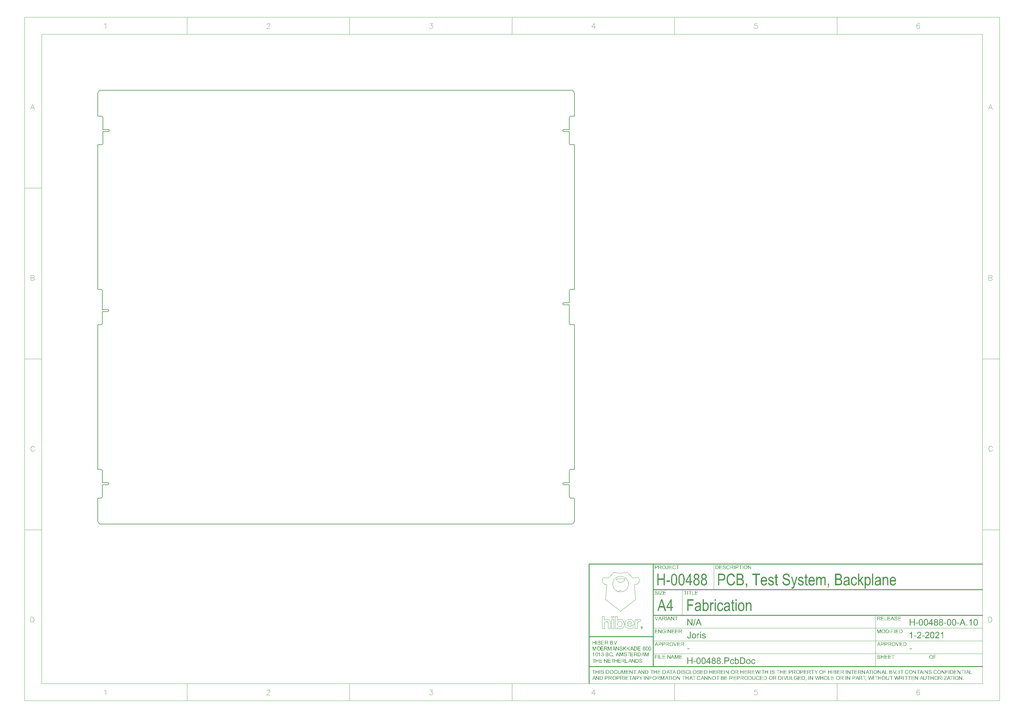
<source format=gm1>
G04*
G04 #@! TF.GenerationSoftware,Altium Limited,Altium Designer,21.0.9 (235)*
G04*
G04 Layer_Color=16711935*
%FSLAX44Y44*%
%MOMM*%
G71*
G04*
G04 #@! TF.SameCoordinates,A4F98B16-F3DB-4773-8883-61DEE8D61BF0*
G04*
G04*
G04 #@! TF.FilePolarity,Positive*
G04*
G01*
G75*
%ADD12C,0.2000*%
%ADD16C,0.2539*%
%ADD17C,0.0423*%
%ADD18C,0.1000*%
%ADD19C,0.0991*%
%ADD20C,0.0127*%
G36*
X100167Y-1117726D02*
D01*
D01*
D01*
D01*
D02*
G37*
G36*
X422643Y-946430D02*
X420018D01*
X409937Y-931351D01*
Y-946430D01*
X407501D01*
Y-927206D01*
X410104D01*
X420206Y-942306D01*
Y-927206D01*
X422643D01*
Y-946430D01*
D02*
G37*
G36*
X450260D02*
X447365D01*
X445137Y-940619D01*
X437056D01*
X434973Y-946430D01*
X432286D01*
X439638Y-927206D01*
X442388D01*
X450260Y-946430D01*
D02*
G37*
G36*
X426746Y-946763D02*
X424850D01*
X430432Y-926893D01*
X432327D01*
X426746Y-946763D01*
D02*
G37*
G36*
X1075170Y-1016861D02*
X1067901D01*
Y-1014486D01*
X1075170D01*
Y-1016861D01*
D02*
G37*
G36*
X448240Y-967993D02*
X445887D01*
Y-965306D01*
X448240D01*
Y-967993D01*
D02*
G37*
G36*
X442242Y-970304D02*
X442346D01*
X442471Y-970325D01*
X442783Y-970388D01*
X443158Y-970471D01*
X443554Y-970617D01*
X444012Y-970804D01*
X444470Y-971054D01*
X443637Y-973241D01*
X443596Y-973220D01*
X443491Y-973158D01*
X443325Y-973075D01*
X443096Y-972971D01*
X442846Y-972887D01*
X442554Y-972804D01*
X442242Y-972741D01*
X441908Y-972721D01*
X441783D01*
X441638Y-972741D01*
X441450Y-972783D01*
X441221Y-972846D01*
X440992Y-972929D01*
X440763Y-973033D01*
X440513Y-973200D01*
X440492Y-973220D01*
X440409Y-973283D01*
X440305Y-973387D01*
X440180Y-973533D01*
X440034Y-973720D01*
X439888Y-973929D01*
X439763Y-974199D01*
X439638Y-974491D01*
Y-974512D01*
X439617Y-974553D01*
X439596Y-974616D01*
X439576Y-974699D01*
X439555Y-974824D01*
X439513Y-974970D01*
X439451Y-975303D01*
X439388Y-975720D01*
X439326Y-976178D01*
X439284Y-976699D01*
X439263Y-977240D01*
Y-984530D01*
X436910D01*
Y-970596D01*
X439034D01*
Y-972700D01*
X439076Y-972658D01*
X439118Y-972575D01*
X439180Y-972492D01*
X439326Y-972221D01*
X439534Y-971929D01*
X439763Y-971596D01*
X440013Y-971263D01*
X440263Y-970992D01*
X440409Y-970867D01*
X440534Y-970763D01*
X440575Y-970742D01*
X440659Y-970679D01*
X440804Y-970617D01*
X440971Y-970513D01*
X441200Y-970430D01*
X441450Y-970367D01*
X441742Y-970304D01*
X442033Y-970284D01*
X442158D01*
X442242Y-970304D01*
D02*
G37*
G36*
X456821D02*
X456988D01*
X457384Y-970346D01*
X457821Y-970409D01*
X458321Y-970492D01*
X458800Y-970596D01*
X459279Y-970763D01*
X459300D01*
X459341Y-970784D01*
X459404Y-970804D01*
X459487Y-970846D01*
X459696Y-970950D01*
X459987Y-971096D01*
X460279Y-971283D01*
X460570Y-971513D01*
X460862Y-971762D01*
X461112Y-972054D01*
X461133Y-972096D01*
X461216Y-972200D01*
X461320Y-972387D01*
X461445Y-972616D01*
X461591Y-972929D01*
X461716Y-973304D01*
X461841Y-973720D01*
X461945Y-974199D01*
X459633Y-974512D01*
Y-974491D01*
Y-974470D01*
X459591Y-974345D01*
X459550Y-974137D01*
X459466Y-973908D01*
X459341Y-973637D01*
X459175Y-973366D01*
X458966Y-973095D01*
X458717Y-972846D01*
X458675Y-972825D01*
X458571Y-972741D01*
X458404Y-972637D01*
X458175Y-972533D01*
X457863Y-972408D01*
X457488Y-972325D01*
X457071Y-972242D01*
X456571Y-972221D01*
X456301D01*
X456176Y-972242D01*
X456030D01*
X455676Y-972283D01*
X455301Y-972346D01*
X454905Y-972450D01*
X454551Y-972575D01*
X454405Y-972658D01*
X454259Y-972762D01*
X454239Y-972783D01*
X454155Y-972866D01*
X454051Y-972971D01*
X453926Y-973116D01*
X453780Y-973304D01*
X453676Y-973533D01*
X453593Y-973762D01*
X453572Y-974033D01*
Y-974054D01*
Y-974116D01*
X453593Y-974199D01*
X453614Y-974304D01*
X453697Y-974574D01*
X453759Y-974720D01*
X453843Y-974866D01*
X453864Y-974887D01*
X453905Y-974928D01*
X453968Y-974991D01*
X454072Y-975074D01*
X454197Y-975178D01*
X454364Y-975282D01*
X454551Y-975387D01*
X454759Y-975491D01*
X454780D01*
X454843Y-975511D01*
X454968Y-975553D01*
X455155Y-975616D01*
X455280Y-975657D01*
X455426Y-975699D01*
X455592Y-975741D01*
X455780Y-975803D01*
X456009Y-975866D01*
X456259Y-975928D01*
X456530Y-976011D01*
X456842Y-976095D01*
X456863D01*
X456946Y-976115D01*
X457071Y-976157D01*
X457259Y-976199D01*
X457446Y-976261D01*
X457675Y-976324D01*
X457946Y-976407D01*
X458217Y-976490D01*
X458800Y-976657D01*
X459362Y-976844D01*
X459633Y-976928D01*
X459883Y-977032D01*
X460112Y-977115D01*
X460320Y-977199D01*
X460341D01*
X460362Y-977219D01*
X460487Y-977282D01*
X460674Y-977365D01*
X460883Y-977511D01*
X461133Y-977678D01*
X461403Y-977886D01*
X461653Y-978136D01*
X461883Y-978427D01*
X461903Y-978469D01*
X461966Y-978573D01*
X462070Y-978740D01*
X462174Y-978990D01*
X462278Y-979281D01*
X462382Y-979615D01*
X462445Y-980010D01*
X462466Y-980448D01*
Y-980469D01*
Y-980510D01*
Y-980573D01*
Y-980656D01*
X462424Y-980885D01*
X462382Y-981177D01*
X462299Y-981510D01*
X462174Y-981885D01*
X461987Y-982281D01*
X461758Y-982676D01*
Y-982697D01*
X461716Y-982718D01*
X461632Y-982843D01*
X461466Y-983030D01*
X461258Y-983260D01*
X460966Y-983530D01*
X460633Y-983801D01*
X460237Y-984051D01*
X459779Y-984280D01*
X459758D01*
X459716Y-984301D01*
X459654Y-984322D01*
X459550Y-984363D01*
X459425Y-984405D01*
X459279Y-984468D01*
X459112Y-984509D01*
X458925Y-984551D01*
X458488Y-984655D01*
X457988Y-984759D01*
X457446Y-984822D01*
X456842Y-984843D01*
X456571D01*
X456384Y-984822D01*
X456176Y-984801D01*
X455905Y-984780D01*
X455613Y-984759D01*
X455301Y-984697D01*
X454634Y-984572D01*
X453926Y-984384D01*
X453593Y-984259D01*
X453260Y-984093D01*
X452968Y-983926D01*
X452677Y-983739D01*
X452656Y-983718D01*
X452614Y-983676D01*
X452551Y-983614D01*
X452447Y-983530D01*
X452343Y-983405D01*
X452218Y-983260D01*
X452072Y-983093D01*
X451927Y-982906D01*
X451760Y-982676D01*
X451614Y-982426D01*
X451469Y-982156D01*
X451323Y-981843D01*
X451198Y-981531D01*
X451073Y-981177D01*
X450969Y-980781D01*
X450885Y-980385D01*
X453218Y-980010D01*
Y-980031D01*
X453239Y-980073D01*
Y-980135D01*
X453260Y-980239D01*
X453280Y-980364D01*
X453322Y-980489D01*
X453426Y-980802D01*
X453572Y-981156D01*
X453759Y-981531D01*
X453989Y-981864D01*
X454301Y-982177D01*
X454322D01*
X454343Y-982197D01*
X454468Y-982281D01*
X454676Y-982406D01*
X454968Y-982531D01*
X455322Y-982676D01*
X455759Y-982781D01*
X456259Y-982864D01*
X456821Y-982906D01*
X456988D01*
X457092Y-982885D01*
X457238D01*
X457384Y-982864D01*
X457738Y-982822D01*
X458133Y-982739D01*
X458550Y-982635D01*
X458925Y-982468D01*
X459258Y-982260D01*
X459300Y-982239D01*
X459383Y-982135D01*
X459508Y-982010D01*
X459654Y-981822D01*
X459800Y-981593D01*
X459925Y-981322D01*
X460008Y-981031D01*
X460050Y-980698D01*
Y-980656D01*
Y-980573D01*
X460008Y-980406D01*
X459966Y-980239D01*
X459883Y-980031D01*
X459758Y-979823D01*
X459571Y-979615D01*
X459341Y-979427D01*
X459321Y-979406D01*
X459237Y-979365D01*
X459091Y-979302D01*
X458987Y-979261D01*
X458862Y-979219D01*
X458696Y-979156D01*
X458529Y-979094D01*
X458342Y-979031D01*
X458113Y-978969D01*
X457863Y-978886D01*
X457571Y-978802D01*
X457259Y-978719D01*
X456925Y-978636D01*
X456905D01*
X456821Y-978615D01*
X456675Y-978573D01*
X456509Y-978532D01*
X456301Y-978469D01*
X456051Y-978407D01*
X455780Y-978323D01*
X455488Y-978240D01*
X454905Y-978053D01*
X454301Y-977865D01*
X454010Y-977782D01*
X453759Y-977678D01*
X453510Y-977573D01*
X453301Y-977490D01*
X453280D01*
X453260Y-977469D01*
X453135Y-977407D01*
X452968Y-977303D01*
X452739Y-977136D01*
X452489Y-976949D01*
X452239Y-976740D01*
X451989Y-976470D01*
X451781Y-976178D01*
X451760Y-976136D01*
X451698Y-976032D01*
X451614Y-975845D01*
X451531Y-975616D01*
X451448Y-975345D01*
X451364Y-975033D01*
X451302Y-974678D01*
X451281Y-974304D01*
Y-974283D01*
Y-974262D01*
Y-974137D01*
X451302Y-973970D01*
X451343Y-973741D01*
X451385Y-973470D01*
X451448Y-973179D01*
X451552Y-972866D01*
X451698Y-972575D01*
X451718Y-972533D01*
X451781Y-972450D01*
X451864Y-972304D01*
X452010Y-972116D01*
X452156Y-971908D01*
X452364Y-971679D01*
X452593Y-971471D01*
X452864Y-971263D01*
X452885Y-971242D01*
X452968Y-971200D01*
X453093Y-971117D01*
X453260Y-971033D01*
X453468Y-970929D01*
X453718Y-970804D01*
X454030Y-970679D01*
X454364Y-970575D01*
X454384D01*
X454405Y-970554D01*
X454530Y-970534D01*
X454718Y-970492D01*
X454988Y-970430D01*
X455280Y-970367D01*
X455634Y-970325D01*
X456009Y-970304D01*
X456405Y-970284D01*
X456675D01*
X456821Y-970304D01*
D02*
G37*
G36*
X418144Y-978407D02*
Y-978427D01*
Y-978511D01*
Y-978636D01*
Y-978802D01*
X418123Y-979011D01*
Y-979240D01*
X418102Y-979510D01*
X418060Y-979781D01*
X417998Y-980385D01*
X417894Y-981010D01*
X417748Y-981614D01*
X417644Y-981885D01*
X417540Y-982156D01*
Y-982177D01*
X417519Y-982218D01*
X417477Y-982281D01*
X417435Y-982364D01*
X417290Y-982614D01*
X417081Y-982906D01*
X416832Y-983218D01*
X416519Y-983551D01*
X416123Y-983864D01*
X415686Y-984155D01*
X415665D01*
X415624Y-984176D01*
X415561Y-984218D01*
X415457Y-984259D01*
X415353Y-984322D01*
X415207Y-984363D01*
X415040Y-984426D01*
X414853Y-984488D01*
X414416Y-984634D01*
X413916Y-984738D01*
X413353Y-984822D01*
X412728Y-984843D01*
X412478D01*
X412312Y-984822D01*
X412104Y-984801D01*
X411854Y-984759D01*
X411583Y-984717D01*
X411291Y-984655D01*
X410979Y-984593D01*
X410666Y-984488D01*
X410333Y-984384D01*
X410021Y-984238D01*
X409688Y-984072D01*
X409396Y-983884D01*
X409104Y-983655D01*
X408834Y-983405D01*
X408813Y-983384D01*
X408771Y-983343D01*
X408709Y-983260D01*
X408625Y-983135D01*
X408521Y-982989D01*
X408417Y-982801D01*
X408292Y-982572D01*
X408167Y-982322D01*
X408063Y-982031D01*
X407938Y-981718D01*
X407834Y-981364D01*
X407730Y-980968D01*
X407667Y-980552D01*
X407605Y-980094D01*
X407563Y-979615D01*
Y-979094D01*
X409854Y-978761D01*
Y-978782D01*
Y-978865D01*
X409875Y-978969D01*
Y-979115D01*
X409896Y-979302D01*
X409917Y-979510D01*
X409979Y-979969D01*
X410083Y-980469D01*
X410229Y-980968D01*
X410312Y-981198D01*
X410416Y-981427D01*
X410541Y-981614D01*
X410666Y-981781D01*
X410708Y-981822D01*
X410812Y-981906D01*
X410979Y-982031D01*
X411208Y-982177D01*
X411499Y-982322D01*
X411854Y-982447D01*
X412249Y-982531D01*
X412708Y-982572D01*
X412874D01*
X413041Y-982551D01*
X413270Y-982510D01*
X413541Y-982468D01*
X413811Y-982385D01*
X414082Y-982281D01*
X414353Y-982135D01*
X414395Y-982114D01*
X414478Y-982051D01*
X414582Y-981947D01*
X414749Y-981822D01*
X414894Y-981656D01*
X415061Y-981448D01*
X415207Y-981218D01*
X415332Y-980948D01*
X415353Y-980906D01*
X415373Y-980802D01*
X415415Y-980614D01*
X415478Y-980364D01*
X415519Y-980031D01*
X415561Y-979615D01*
X415582Y-979136D01*
X415603Y-978844D01*
Y-978552D01*
Y-965306D01*
X418144D01*
Y-978407D01*
D02*
G37*
G36*
X448240Y-984530D02*
X445887D01*
Y-970596D01*
X448240D01*
Y-984530D01*
D02*
G37*
G36*
X427912Y-970304D02*
X428120D01*
X428370Y-970346D01*
X428641Y-970388D01*
X428953Y-970450D01*
X429308Y-970513D01*
X429661Y-970617D01*
X430057Y-970742D01*
X430432Y-970909D01*
X430828Y-971075D01*
X431224Y-971304D01*
X431599Y-971554D01*
X431973Y-971846D01*
X432327Y-972179D01*
X432348Y-972200D01*
X432411Y-972262D01*
X432494Y-972366D01*
X432619Y-972533D01*
X432744Y-972721D01*
X432911Y-972950D01*
X433077Y-973220D01*
X433244Y-973533D01*
X433411Y-973887D01*
X433577Y-974283D01*
X433744Y-974699D01*
X433869Y-975157D01*
X433994Y-975657D01*
X434077Y-976199D01*
X434140Y-976782D01*
X434160Y-977386D01*
Y-977407D01*
Y-977511D01*
Y-977636D01*
X434140Y-977823D01*
Y-978053D01*
X434119Y-978323D01*
X434098Y-978615D01*
X434056Y-978927D01*
X433973Y-979594D01*
X433827Y-980302D01*
X433619Y-980989D01*
X433494Y-981302D01*
X433348Y-981614D01*
Y-981635D01*
X433306Y-981677D01*
X433265Y-981760D01*
X433202Y-981864D01*
X433119Y-981989D01*
X433015Y-982156D01*
X432744Y-982489D01*
X432411Y-982885D01*
X432015Y-983280D01*
X431536Y-983655D01*
X430994Y-984009D01*
X430974D01*
X430932Y-984051D01*
X430849Y-984093D01*
X430724Y-984134D01*
X430578Y-984197D01*
X430411Y-984280D01*
X430224Y-984343D01*
X429995Y-984426D01*
X429766Y-984509D01*
X429495Y-984572D01*
X428933Y-984717D01*
X428308Y-984801D01*
X427641Y-984843D01*
X427516D01*
X427370Y-984822D01*
X427162D01*
X426912Y-984780D01*
X426621Y-984738D01*
X426308Y-984676D01*
X425954Y-984613D01*
X425579Y-984509D01*
X425204Y-984384D01*
X424809Y-984238D01*
X424413Y-984051D01*
X424017Y-983843D01*
X423642Y-983593D01*
X423267Y-983301D01*
X422913Y-982968D01*
X422892Y-982947D01*
X422830Y-982885D01*
X422747Y-982781D01*
X422643Y-982614D01*
X422497Y-982426D01*
X422351Y-982197D01*
X422184Y-981906D01*
X422018Y-981593D01*
X421851Y-981218D01*
X421684Y-980823D01*
X421539Y-980385D01*
X421393Y-979906D01*
X421289Y-979386D01*
X421205Y-978823D01*
X421143Y-978219D01*
X421122Y-977573D01*
Y-977553D01*
Y-977532D01*
Y-977407D01*
X421143Y-977199D01*
X421164Y-976949D01*
X421185Y-976615D01*
X421226Y-976240D01*
X421310Y-975845D01*
X421393Y-975407D01*
X421497Y-974949D01*
X421643Y-974470D01*
X421830Y-973991D01*
X422018Y-973512D01*
X422268Y-973054D01*
X422559Y-972616D01*
X422892Y-972221D01*
X423267Y-971846D01*
X423288Y-971825D01*
X423351Y-971783D01*
X423455Y-971700D01*
X423580Y-971596D01*
X423767Y-971492D01*
X423975Y-971346D01*
X424205Y-971200D01*
X424496Y-971054D01*
X424788Y-970909D01*
X425121Y-970784D01*
X425475Y-970638D01*
X425871Y-970534D01*
X426287Y-970430D01*
X426704Y-970346D01*
X427162Y-970304D01*
X427641Y-970284D01*
X427766D01*
X427912Y-970304D01*
D02*
G37*
G36*
X414770Y-1016861D02*
X407501D01*
Y-1014486D01*
X414770D01*
Y-1016861D01*
D02*
G37*
G36*
X422559Y-1060730D02*
X420018D01*
Y-1051670D01*
X410042D01*
Y-1060730D01*
X407501D01*
Y-1041506D01*
X410042D01*
Y-1049400D01*
X420018D01*
Y-1041506D01*
X422559D01*
Y-1060730D01*
D02*
G37*
G36*
X604159Y-1046505D02*
X604346Y-1046525D01*
X604575Y-1046546D01*
X604825Y-1046588D01*
X605096Y-1046629D01*
X605679Y-1046775D01*
X606304Y-1046983D01*
X606616Y-1047109D01*
X606929Y-1047254D01*
X607220Y-1047442D01*
X607491Y-1047650D01*
X607512Y-1047671D01*
X607553Y-1047712D01*
X607637Y-1047775D01*
X607720Y-1047858D01*
X607845Y-1047983D01*
X607970Y-1048129D01*
X608116Y-1048296D01*
X608262Y-1048483D01*
X608428Y-1048712D01*
X608574Y-1048941D01*
X608741Y-1049212D01*
X608886Y-1049504D01*
X609011Y-1049816D01*
X609136Y-1050149D01*
X609261Y-1050524D01*
X609345Y-1050899D01*
X607054Y-1051253D01*
Y-1051232D01*
X607033Y-1051191D01*
X607012Y-1051128D01*
X606991Y-1051024D01*
X606908Y-1050774D01*
X606783Y-1050462D01*
X606616Y-1050129D01*
X606429Y-1049774D01*
X606179Y-1049441D01*
X605887Y-1049150D01*
X605846Y-1049108D01*
X605742Y-1049025D01*
X605554Y-1048921D01*
X605325Y-1048775D01*
X605033Y-1048650D01*
X604700Y-1048525D01*
X604304Y-1048441D01*
X603888Y-1048421D01*
X603721D01*
X603596Y-1048441D01*
X603430Y-1048462D01*
X603263Y-1048483D01*
X602846Y-1048587D01*
X602388Y-1048733D01*
X602159Y-1048837D01*
X601909Y-1048962D01*
X601680Y-1049108D01*
X601430Y-1049295D01*
X601201Y-1049483D01*
X600993Y-1049712D01*
X600972Y-1049733D01*
X600951Y-1049774D01*
X600888Y-1049837D01*
X600826Y-1049962D01*
X600743Y-1050087D01*
X600639Y-1050254D01*
X600535Y-1050462D01*
X600451Y-1050691D01*
X600347Y-1050962D01*
X600243Y-1051253D01*
X600139Y-1051587D01*
X600055Y-1051961D01*
X599993Y-1052357D01*
X599930Y-1052774D01*
X599910Y-1053253D01*
X599889Y-1053753D01*
Y-1053773D01*
Y-1053878D01*
Y-1054023D01*
X599910Y-1054211D01*
X599930Y-1054440D01*
X599951Y-1054711D01*
X599972Y-1055002D01*
X600014Y-1055315D01*
X600139Y-1055981D01*
X600347Y-1056668D01*
X600451Y-1056981D01*
X600597Y-1057293D01*
X600764Y-1057585D01*
X600951Y-1057835D01*
X600972Y-1057856D01*
X600993Y-1057897D01*
X601055Y-1057960D01*
X601138Y-1058022D01*
X601263Y-1058127D01*
X601388Y-1058231D01*
X601534Y-1058356D01*
X601701Y-1058460D01*
X602117Y-1058710D01*
X602596Y-1058897D01*
X602867Y-1058980D01*
X603138Y-1059043D01*
X603450Y-1059085D01*
X603763Y-1059105D01*
X603888D01*
X603992Y-1059085D01*
X604117D01*
X604242Y-1059064D01*
X604575Y-1059001D01*
X604929Y-1058897D01*
X605325Y-1058751D01*
X605700Y-1058543D01*
X606075Y-1058272D01*
X606096Y-1058251D01*
X606116Y-1058231D01*
X606221Y-1058106D01*
X606387Y-1057897D01*
X606470Y-1057772D01*
X606575Y-1057627D01*
X606679Y-1057439D01*
X606783Y-1057252D01*
X606866Y-1057044D01*
X606970Y-1056794D01*
X607054Y-1056544D01*
X607137Y-1056252D01*
X607199Y-1055960D01*
X607262Y-1055627D01*
X609574Y-1055940D01*
Y-1055960D01*
X609553Y-1056044D01*
X609532Y-1056169D01*
X609491Y-1056335D01*
X609428Y-1056544D01*
X609366Y-1056773D01*
X609282Y-1057023D01*
X609178Y-1057314D01*
X608928Y-1057897D01*
X608761Y-1058210D01*
X608574Y-1058522D01*
X608387Y-1058835D01*
X608158Y-1059147D01*
X607887Y-1059418D01*
X607616Y-1059689D01*
X607595Y-1059709D01*
X607553Y-1059751D01*
X607449Y-1059814D01*
X607345Y-1059897D01*
X607179Y-1060001D01*
X607012Y-1060126D01*
X606783Y-1060230D01*
X606554Y-1060355D01*
X606283Y-1060501D01*
X605991Y-1060605D01*
X605679Y-1060730D01*
X605346Y-1060834D01*
X604971Y-1060918D01*
X604596Y-1060980D01*
X604200Y-1061022D01*
X603784Y-1061042D01*
X603659D01*
X603513Y-1061022D01*
X603305D01*
X603075Y-1060980D01*
X602784Y-1060938D01*
X602472Y-1060897D01*
X602138Y-1060813D01*
X601784Y-1060709D01*
X601409Y-1060584D01*
X601034Y-1060438D01*
X600639Y-1060251D01*
X600264Y-1060043D01*
X599889Y-1059793D01*
X599535Y-1059522D01*
X599202Y-1059189D01*
X599181Y-1059168D01*
X599118Y-1059105D01*
X599035Y-1059001D01*
X598931Y-1058835D01*
X598806Y-1058647D01*
X598660Y-1058418D01*
X598493Y-1058127D01*
X598348Y-1057814D01*
X598181Y-1057460D01*
X598014Y-1057064D01*
X597868Y-1056627D01*
X597743Y-1056148D01*
X597639Y-1055627D01*
X597556Y-1055065D01*
X597494Y-1054461D01*
X597473Y-1053836D01*
Y-1053815D01*
Y-1053732D01*
Y-1053607D01*
X597494Y-1053461D01*
Y-1053253D01*
X597514Y-1053024D01*
X597535Y-1052774D01*
X597556Y-1052482D01*
X597660Y-1051878D01*
X597785Y-1051212D01*
X597952Y-1050524D01*
X598202Y-1049879D01*
Y-1049858D01*
X598243Y-1049795D01*
X598285Y-1049712D01*
X598348Y-1049608D01*
X598431Y-1049462D01*
X598514Y-1049295D01*
X598764Y-1048921D01*
X599076Y-1048525D01*
X599472Y-1048087D01*
X599930Y-1047692D01*
X600472Y-1047338D01*
X600493D01*
X600535Y-1047296D01*
X600618Y-1047254D01*
X600743Y-1047213D01*
X600888Y-1047129D01*
X601055Y-1047067D01*
X601243Y-1046983D01*
X601451Y-1046900D01*
X601701Y-1046838D01*
X601951Y-1046754D01*
X602513Y-1046609D01*
X603138Y-1046525D01*
X603784Y-1046484D01*
X604013D01*
X604159Y-1046505D01*
D02*
G37*
G36*
X541466D02*
X541654Y-1046525D01*
X541883Y-1046546D01*
X542133Y-1046588D01*
X542403Y-1046629D01*
X542987Y-1046775D01*
X543611Y-1046983D01*
X543924Y-1047109D01*
X544236Y-1047254D01*
X544528Y-1047442D01*
X544799Y-1047650D01*
X544820Y-1047671D01*
X544861Y-1047712D01*
X544944Y-1047775D01*
X545028Y-1047858D01*
X545153Y-1047983D01*
X545278Y-1048129D01*
X545424Y-1048296D01*
X545569Y-1048483D01*
X545736Y-1048712D01*
X545882Y-1048941D01*
X546048Y-1049212D01*
X546194Y-1049504D01*
X546319Y-1049816D01*
X546444Y-1050149D01*
X546569Y-1050524D01*
X546652Y-1050899D01*
X544361Y-1051253D01*
Y-1051232D01*
X544341Y-1051191D01*
X544320Y-1051128D01*
X544299Y-1051024D01*
X544216Y-1050774D01*
X544091Y-1050462D01*
X543924Y-1050129D01*
X543736Y-1049774D01*
X543487Y-1049441D01*
X543195Y-1049150D01*
X543153Y-1049108D01*
X543049Y-1049025D01*
X542862Y-1048921D01*
X542633Y-1048775D01*
X542341Y-1048650D01*
X542008Y-1048525D01*
X541612Y-1048441D01*
X541195Y-1048421D01*
X541029D01*
X540904Y-1048441D01*
X540737Y-1048462D01*
X540571Y-1048483D01*
X540154Y-1048587D01*
X539696Y-1048733D01*
X539467Y-1048837D01*
X539217Y-1048962D01*
X538988Y-1049108D01*
X538738Y-1049295D01*
X538509Y-1049483D01*
X538300Y-1049712D01*
X538280Y-1049733D01*
X538259Y-1049774D01*
X538196Y-1049837D01*
X538134Y-1049962D01*
X538050Y-1050087D01*
X537946Y-1050254D01*
X537842Y-1050462D01*
X537759Y-1050691D01*
X537655Y-1050962D01*
X537551Y-1051253D01*
X537446Y-1051587D01*
X537363Y-1051961D01*
X537301Y-1052357D01*
X537238Y-1052774D01*
X537217Y-1053253D01*
X537197Y-1053753D01*
Y-1053773D01*
Y-1053878D01*
Y-1054023D01*
X537217Y-1054211D01*
X537238Y-1054440D01*
X537259Y-1054711D01*
X537280Y-1055002D01*
X537322Y-1055315D01*
X537446Y-1055981D01*
X537655Y-1056668D01*
X537759Y-1056981D01*
X537905Y-1057293D01*
X538071Y-1057585D01*
X538259Y-1057835D01*
X538280Y-1057856D01*
X538300Y-1057897D01*
X538363Y-1057960D01*
X538446Y-1058022D01*
X538571Y-1058127D01*
X538696Y-1058231D01*
X538842Y-1058356D01*
X539008Y-1058460D01*
X539425Y-1058710D01*
X539904Y-1058897D01*
X540175Y-1058980D01*
X540446Y-1059043D01*
X540758Y-1059085D01*
X541071Y-1059105D01*
X541195D01*
X541300Y-1059085D01*
X541425D01*
X541550Y-1059064D01*
X541883Y-1059001D01*
X542237Y-1058897D01*
X542633Y-1058751D01*
X543008Y-1058543D01*
X543382Y-1058272D01*
X543403Y-1058251D01*
X543424Y-1058231D01*
X543528Y-1058106D01*
X543695Y-1057897D01*
X543778Y-1057772D01*
X543882Y-1057627D01*
X543986Y-1057439D01*
X544091Y-1057252D01*
X544174Y-1057044D01*
X544278Y-1056794D01*
X544361Y-1056544D01*
X544445Y-1056252D01*
X544507Y-1055960D01*
X544570Y-1055627D01*
X546881Y-1055940D01*
Y-1055960D01*
X546861Y-1056044D01*
X546840Y-1056169D01*
X546798Y-1056335D01*
X546736Y-1056544D01*
X546673Y-1056773D01*
X546590Y-1057023D01*
X546486Y-1057314D01*
X546236Y-1057897D01*
X546069Y-1058210D01*
X545882Y-1058522D01*
X545694Y-1058835D01*
X545465Y-1059147D01*
X545195Y-1059418D01*
X544924Y-1059689D01*
X544903Y-1059709D01*
X544861Y-1059751D01*
X544757Y-1059814D01*
X544653Y-1059897D01*
X544486Y-1060001D01*
X544320Y-1060126D01*
X544091Y-1060230D01*
X543862Y-1060355D01*
X543591Y-1060501D01*
X543299Y-1060605D01*
X542987Y-1060730D01*
X542653Y-1060834D01*
X542279Y-1060918D01*
X541904Y-1060980D01*
X541508Y-1061022D01*
X541091Y-1061042D01*
X540966D01*
X540821Y-1061022D01*
X540612D01*
X540383Y-1060980D01*
X540092Y-1060938D01*
X539779Y-1060897D01*
X539446Y-1060813D01*
X539092Y-1060709D01*
X538717Y-1060584D01*
X538342Y-1060438D01*
X537946Y-1060251D01*
X537571Y-1060043D01*
X537197Y-1059793D01*
X536842Y-1059522D01*
X536509Y-1059189D01*
X536488Y-1059168D01*
X536426Y-1059105D01*
X536343Y-1059001D01*
X536238Y-1058835D01*
X536114Y-1058647D01*
X535968Y-1058418D01*
X535801Y-1058127D01*
X535655Y-1057814D01*
X535489Y-1057460D01*
X535322Y-1057064D01*
X535176Y-1056627D01*
X535051Y-1056148D01*
X534947Y-1055627D01*
X534864Y-1055065D01*
X534801Y-1054461D01*
X534781Y-1053836D01*
Y-1053815D01*
Y-1053732D01*
Y-1053607D01*
X534801Y-1053461D01*
Y-1053253D01*
X534822Y-1053024D01*
X534843Y-1052774D01*
X534864Y-1052482D01*
X534968Y-1051878D01*
X535093Y-1051212D01*
X535260Y-1050524D01*
X535509Y-1049879D01*
Y-1049858D01*
X535551Y-1049795D01*
X535593Y-1049712D01*
X535655Y-1049608D01*
X535739Y-1049462D01*
X535822Y-1049295D01*
X536072Y-1048921D01*
X536384Y-1048525D01*
X536780Y-1048087D01*
X537238Y-1047692D01*
X537780Y-1047338D01*
X537800D01*
X537842Y-1047296D01*
X537925Y-1047254D01*
X538050Y-1047213D01*
X538196Y-1047129D01*
X538363Y-1047067D01*
X538550Y-1046983D01*
X538759Y-1046900D01*
X539008Y-1046838D01*
X539258Y-1046754D01*
X539821Y-1046609D01*
X540446Y-1046525D01*
X541091Y-1046484D01*
X541320D01*
X541466Y-1046505D01*
D02*
G37*
G36*
X432827Y-1054961D02*
X425558D01*
Y-1052586D01*
X432827D01*
Y-1054961D01*
D02*
G37*
G36*
X571500Y-1041527D02*
X571750D01*
X572000Y-1041547D01*
X572562Y-1041568D01*
X573125Y-1041631D01*
X573687Y-1041693D01*
X573937Y-1041756D01*
X574166Y-1041797D01*
X574187D01*
X574249Y-1041818D01*
X574333Y-1041839D01*
X574437Y-1041881D01*
X574583Y-1041922D01*
X574749Y-1041964D01*
X575145Y-1042110D01*
X575583Y-1042297D01*
X576041Y-1042526D01*
X576520Y-1042818D01*
X576978Y-1043172D01*
X576999Y-1043193D01*
X577040Y-1043234D01*
X577124Y-1043297D01*
X577228Y-1043401D01*
X577353Y-1043526D01*
X577499Y-1043693D01*
X577665Y-1043859D01*
X577832Y-1044068D01*
X578019Y-1044297D01*
X578207Y-1044547D01*
X578394Y-1044817D01*
X578582Y-1045109D01*
X578936Y-1045755D01*
X579248Y-1046463D01*
Y-1046484D01*
X579290Y-1046546D01*
X579311Y-1046671D01*
X579373Y-1046817D01*
X579436Y-1047004D01*
X579498Y-1047234D01*
X579561Y-1047483D01*
X579644Y-1047775D01*
X579706Y-1048108D01*
X579769Y-1048462D01*
X579831Y-1048837D01*
X579894Y-1049233D01*
X579956Y-1049650D01*
X579977Y-1050087D01*
X580019Y-1051024D01*
Y-1051045D01*
Y-1051128D01*
Y-1051232D01*
Y-1051399D01*
X579998Y-1051587D01*
Y-1051816D01*
X579977Y-1052066D01*
X579956Y-1052336D01*
X579894Y-1052940D01*
X579790Y-1053586D01*
X579665Y-1054252D01*
X579498Y-1054919D01*
Y-1054940D01*
X579477Y-1055002D01*
X579436Y-1055086D01*
X579415Y-1055190D01*
X579352Y-1055336D01*
X579290Y-1055502D01*
X579144Y-1055898D01*
X578957Y-1056335D01*
X578727Y-1056814D01*
X578478Y-1057273D01*
X578186Y-1057710D01*
Y-1057731D01*
X578144Y-1057752D01*
X578103Y-1057814D01*
X578040Y-1057897D01*
X577894Y-1058085D01*
X577665Y-1058335D01*
X577415Y-1058626D01*
X577124Y-1058918D01*
X576791Y-1059189D01*
X576437Y-1059460D01*
X576416D01*
X576395Y-1059480D01*
X576270Y-1059564D01*
X576062Y-1059668D01*
X575791Y-1059814D01*
X575457Y-1059959D01*
X575062Y-1060126D01*
X574604Y-1060272D01*
X574125Y-1060418D01*
X574104D01*
X574062Y-1060438D01*
X574000D01*
X573895Y-1060459D01*
X573770Y-1060480D01*
X573604Y-1060522D01*
X573437Y-1060543D01*
X573250Y-1060563D01*
X572792Y-1060626D01*
X572271Y-1060688D01*
X571688Y-1060709D01*
X571063Y-1060730D01*
X564127D01*
Y-1041506D01*
X571292D01*
X571500Y-1041527D01*
D02*
G37*
G36*
X526179D02*
X526657Y-1041547D01*
X527137Y-1041589D01*
X527595Y-1041631D01*
X527824Y-1041652D01*
X528011Y-1041693D01*
X528032D01*
X528074Y-1041714D01*
X528157D01*
X528241Y-1041735D01*
X528365Y-1041777D01*
X528511Y-1041797D01*
X528844Y-1041901D01*
X529219Y-1042027D01*
X529615Y-1042193D01*
X530011Y-1042381D01*
X530386Y-1042610D01*
X530407D01*
X530427Y-1042630D01*
X530552Y-1042735D01*
X530719Y-1042880D01*
X530948Y-1043089D01*
X531177Y-1043339D01*
X531448Y-1043672D01*
X531698Y-1044026D01*
X531927Y-1044463D01*
Y-1044484D01*
X531948Y-1044526D01*
X531990Y-1044588D01*
X532031Y-1044672D01*
X532073Y-1044776D01*
X532114Y-1044922D01*
X532239Y-1045234D01*
X532344Y-1045630D01*
X532448Y-1046067D01*
X532510Y-1046567D01*
X532531Y-1047088D01*
Y-1047109D01*
Y-1047192D01*
Y-1047317D01*
X532510Y-1047504D01*
X532489Y-1047712D01*
X532448Y-1047942D01*
X532406Y-1048212D01*
X532344Y-1048525D01*
X532260Y-1048837D01*
X532156Y-1049171D01*
X532031Y-1049504D01*
X531865Y-1049858D01*
X531698Y-1050212D01*
X531490Y-1050566D01*
X531240Y-1050899D01*
X530969Y-1051232D01*
X530948Y-1051253D01*
X530886Y-1051295D01*
X530802Y-1051378D01*
X530657Y-1051503D01*
X530490Y-1051628D01*
X530261Y-1051774D01*
X529990Y-1051920D01*
X529678Y-1052066D01*
X529303Y-1052232D01*
X528907Y-1052378D01*
X528428Y-1052524D01*
X527928Y-1052649D01*
X527345Y-1052753D01*
X526720Y-1052836D01*
X526054Y-1052899D01*
X525304Y-1052919D01*
X520388D01*
Y-1060730D01*
X517847D01*
Y-1041506D01*
X525762D01*
X526179Y-1041527D01*
D02*
G37*
G36*
X513453Y-1060730D02*
X510766D01*
Y-1058043D01*
X513453D01*
Y-1060730D01*
D02*
G37*
G36*
X474567Y-1053961D02*
X477170D01*
Y-1056127D01*
X474567D01*
Y-1060730D01*
X472213D01*
Y-1056127D01*
X463840D01*
Y-1053961D01*
X472630Y-1041506D01*
X474567D01*
Y-1053961D01*
D02*
G37*
G36*
X589142Y-1046505D02*
X589350D01*
X589600Y-1046546D01*
X589870Y-1046588D01*
X590183Y-1046650D01*
X590537Y-1046713D01*
X590891Y-1046817D01*
X591287Y-1046942D01*
X591662Y-1047109D01*
X592057Y-1047275D01*
X592453Y-1047504D01*
X592828Y-1047754D01*
X593203Y-1048046D01*
X593557Y-1048379D01*
X593578Y-1048400D01*
X593640Y-1048462D01*
X593724Y-1048567D01*
X593849Y-1048733D01*
X593974Y-1048921D01*
X594140Y-1049150D01*
X594307Y-1049420D01*
X594473Y-1049733D01*
X594640Y-1050087D01*
X594807Y-1050483D01*
X594973Y-1050899D01*
X595098Y-1051357D01*
X595223Y-1051857D01*
X595307Y-1052399D01*
X595369Y-1052982D01*
X595390Y-1053586D01*
Y-1053607D01*
Y-1053711D01*
Y-1053836D01*
X595369Y-1054023D01*
Y-1054252D01*
X595348Y-1054523D01*
X595327Y-1054815D01*
X595286Y-1055127D01*
X595202Y-1055794D01*
X595057Y-1056502D01*
X594848Y-1057189D01*
X594723Y-1057502D01*
X594578Y-1057814D01*
Y-1057835D01*
X594536Y-1057877D01*
X594494Y-1057960D01*
X594432Y-1058064D01*
X594348Y-1058189D01*
X594244Y-1058356D01*
X593974Y-1058689D01*
X593640Y-1059085D01*
X593245Y-1059480D01*
X592766Y-1059855D01*
X592224Y-1060209D01*
X592203D01*
X592162Y-1060251D01*
X592078Y-1060293D01*
X591953Y-1060334D01*
X591808Y-1060397D01*
X591641Y-1060480D01*
X591454Y-1060543D01*
X591224Y-1060626D01*
X590995Y-1060709D01*
X590724Y-1060772D01*
X590162Y-1060918D01*
X589537Y-1061001D01*
X588871Y-1061042D01*
X588746D01*
X588600Y-1061022D01*
X588392D01*
X588142Y-1060980D01*
X587850Y-1060938D01*
X587538Y-1060876D01*
X587184Y-1060813D01*
X586809Y-1060709D01*
X586434Y-1060584D01*
X586038Y-1060438D01*
X585642Y-1060251D01*
X585247Y-1060043D01*
X584872Y-1059793D01*
X584497Y-1059501D01*
X584143Y-1059168D01*
X584122Y-1059147D01*
X584059Y-1059085D01*
X583976Y-1058980D01*
X583872Y-1058814D01*
X583726Y-1058626D01*
X583581Y-1058397D01*
X583414Y-1058106D01*
X583247Y-1057793D01*
X583081Y-1057418D01*
X582914Y-1057023D01*
X582768Y-1056585D01*
X582622Y-1056106D01*
X582518Y-1055585D01*
X582435Y-1055023D01*
X582372Y-1054419D01*
X582352Y-1053773D01*
Y-1053753D01*
Y-1053732D01*
Y-1053607D01*
X582372Y-1053399D01*
X582393Y-1053149D01*
X582414Y-1052815D01*
X582456Y-1052440D01*
X582539Y-1052045D01*
X582622Y-1051607D01*
X582727Y-1051149D01*
X582872Y-1050670D01*
X583060Y-1050191D01*
X583247Y-1049712D01*
X583497Y-1049254D01*
X583789Y-1048816D01*
X584122Y-1048421D01*
X584497Y-1048046D01*
X584518Y-1048025D01*
X584580Y-1047983D01*
X584684Y-1047900D01*
X584809Y-1047796D01*
X584997Y-1047692D01*
X585205Y-1047546D01*
X585434Y-1047400D01*
X585726Y-1047254D01*
X586017Y-1047109D01*
X586351Y-1046983D01*
X586705Y-1046838D01*
X587100Y-1046734D01*
X587517Y-1046629D01*
X587934Y-1046546D01*
X588392Y-1046505D01*
X588871Y-1046484D01*
X588996D01*
X589142Y-1046505D01*
D02*
G37*
G36*
X551235Y-1048358D02*
X551255Y-1048337D01*
X551297Y-1048275D01*
X551380Y-1048192D01*
X551505Y-1048067D01*
X551651Y-1047921D01*
X551818Y-1047754D01*
X552026Y-1047588D01*
X552276Y-1047421D01*
X552526Y-1047254D01*
X552817Y-1047067D01*
X553130Y-1046921D01*
X553463Y-1046775D01*
X553838Y-1046650D01*
X554213Y-1046567D01*
X554630Y-1046505D01*
X555046Y-1046484D01*
X555275D01*
X555379Y-1046505D01*
X555525D01*
X555838Y-1046546D01*
X556213Y-1046609D01*
X556629Y-1046713D01*
X557046Y-1046838D01*
X557483Y-1047004D01*
X557504D01*
X557525Y-1047025D01*
X557587Y-1047067D01*
X557670Y-1047109D01*
X557879Y-1047213D01*
X558149Y-1047379D01*
X558441Y-1047588D01*
X558754Y-1047838D01*
X559066Y-1048129D01*
X559357Y-1048462D01*
X559399Y-1048504D01*
X559482Y-1048629D01*
X559607Y-1048837D01*
X559795Y-1049087D01*
X559982Y-1049420D01*
X560170Y-1049816D01*
X560357Y-1050254D01*
X560524Y-1050733D01*
Y-1050753D01*
X560545Y-1050795D01*
X560565Y-1050857D01*
X560586Y-1050962D01*
X560628Y-1051087D01*
X560670Y-1051232D01*
X560711Y-1051399D01*
X560753Y-1051587D01*
X560816Y-1052003D01*
X560899Y-1052482D01*
X560940Y-1053003D01*
X560961Y-1053565D01*
Y-1053607D01*
Y-1053732D01*
X560940Y-1053898D01*
Y-1054148D01*
X560899Y-1054461D01*
X560857Y-1054794D01*
X560816Y-1055190D01*
X560732Y-1055606D01*
X560649Y-1056044D01*
X560524Y-1056481D01*
X560378Y-1056960D01*
X560211Y-1057418D01*
X560003Y-1057877D01*
X559753Y-1058314D01*
X559482Y-1058710D01*
X559170Y-1059105D01*
X559149Y-1059126D01*
X559087Y-1059189D01*
X558983Y-1059293D01*
X558858Y-1059397D01*
X558691Y-1059564D01*
X558483Y-1059709D01*
X558233Y-1059897D01*
X557983Y-1060063D01*
X557670Y-1060251D01*
X557358Y-1060438D01*
X557004Y-1060584D01*
X556629Y-1060730D01*
X556233Y-1060855D01*
X555817Y-1060959D01*
X555379Y-1061022D01*
X554921Y-1061042D01*
X554817D01*
X554692Y-1061022D01*
X554525Y-1061001D01*
X554317Y-1060980D01*
X554067Y-1060938D01*
X553796Y-1060876D01*
X553526Y-1060792D01*
X553213Y-1060688D01*
X552901Y-1060543D01*
X552588Y-1060376D01*
X552255Y-1060189D01*
X551943Y-1059939D01*
X551630Y-1059668D01*
X551339Y-1059355D01*
X551068Y-1059001D01*
Y-1060730D01*
X548881D01*
Y-1041506D01*
X551235D01*
Y-1048358D01*
D02*
G37*
G36*
X501164Y-1041464D02*
X501372Y-1041485D01*
X501622Y-1041527D01*
X501893Y-1041568D01*
X502206Y-1041631D01*
X502518Y-1041714D01*
X502851Y-1041797D01*
X503184Y-1041922D01*
X503518Y-1042068D01*
X503872Y-1042235D01*
X504184Y-1042443D01*
X504517Y-1042651D01*
X504809Y-1042922D01*
X504830Y-1042943D01*
X504871Y-1042985D01*
X504955Y-1043068D01*
X505059Y-1043172D01*
X505163Y-1043318D01*
X505288Y-1043484D01*
X505434Y-1043693D01*
X505580Y-1043901D01*
X505725Y-1044151D01*
X505871Y-1044422D01*
X505996Y-1044713D01*
X506100Y-1045026D01*
X506204Y-1045359D01*
X506288Y-1045713D01*
X506329Y-1046088D01*
X506350Y-1046463D01*
Y-1046484D01*
Y-1046525D01*
Y-1046588D01*
Y-1046692D01*
X506329Y-1046796D01*
X506309Y-1046942D01*
X506267Y-1047254D01*
X506184Y-1047608D01*
X506059Y-1048004D01*
X505871Y-1048400D01*
X505642Y-1048796D01*
Y-1048816D01*
X505600Y-1048837D01*
X505517Y-1048962D01*
X505350Y-1049129D01*
X505121Y-1049358D01*
X504809Y-1049587D01*
X504455Y-1049858D01*
X504017Y-1050087D01*
X503518Y-1050316D01*
X503539D01*
X503601Y-1050337D01*
X503684Y-1050378D01*
X503809Y-1050420D01*
X503955Y-1050483D01*
X504122Y-1050566D01*
X504517Y-1050774D01*
X504955Y-1051024D01*
X505392Y-1051357D01*
X505830Y-1051732D01*
X506204Y-1052190D01*
X506225Y-1052211D01*
X506246Y-1052253D01*
X506288Y-1052316D01*
X506350Y-1052420D01*
X506413Y-1052545D01*
X506496Y-1052690D01*
X506579Y-1052857D01*
X506684Y-1053045D01*
X506850Y-1053482D01*
X506996Y-1054003D01*
X507100Y-1054586D01*
X507142Y-1054898D01*
Y-1055231D01*
Y-1055252D01*
Y-1055336D01*
X507121Y-1055461D01*
Y-1055648D01*
X507079Y-1055856D01*
X507058Y-1056106D01*
X506996Y-1056377D01*
X506933Y-1056668D01*
X506829Y-1057002D01*
X506725Y-1057335D01*
X506579Y-1057668D01*
X506413Y-1058022D01*
X506204Y-1058376D01*
X505975Y-1058710D01*
X505705Y-1059064D01*
X505392Y-1059376D01*
X505371Y-1059397D01*
X505309Y-1059439D01*
X505205Y-1059522D01*
X505080Y-1059626D01*
X504892Y-1059772D01*
X504684Y-1059897D01*
X504434Y-1060063D01*
X504163Y-1060209D01*
X503851Y-1060355D01*
X503497Y-1060522D01*
X503122Y-1060647D01*
X502726Y-1060772D01*
X502289Y-1060897D01*
X501831Y-1060980D01*
X501331Y-1061022D01*
X500810Y-1061042D01*
X500685D01*
X500539Y-1061022D01*
X500331D01*
X500102Y-1061001D01*
X499810Y-1060959D01*
X499498Y-1060897D01*
X499165Y-1060834D01*
X498811Y-1060751D01*
X498436Y-1060626D01*
X498061Y-1060501D01*
X497665Y-1060334D01*
X497290Y-1060147D01*
X496915Y-1059918D01*
X496540Y-1059668D01*
X496207Y-1059376D01*
X496186Y-1059355D01*
X496124Y-1059293D01*
X496040Y-1059210D01*
X495936Y-1059064D01*
X495811Y-1058897D01*
X495666Y-1058710D01*
X495499Y-1058481D01*
X495353Y-1058210D01*
X495186Y-1057918D01*
X495020Y-1057606D01*
X494874Y-1057252D01*
X494749Y-1056898D01*
X494645Y-1056502D01*
X494562Y-1056065D01*
X494499Y-1055627D01*
X494478Y-1055169D01*
Y-1055148D01*
Y-1055086D01*
Y-1054982D01*
X494499Y-1054856D01*
Y-1054690D01*
X494520Y-1054502D01*
X494562Y-1054294D01*
X494603Y-1054065D01*
X494707Y-1053586D01*
X494874Y-1053065D01*
X495103Y-1052545D01*
X495249Y-1052295D01*
X495415Y-1052045D01*
X495436Y-1052024D01*
X495457Y-1051982D01*
X495520Y-1051920D01*
X495603Y-1051836D01*
X495686Y-1051732D01*
X495811Y-1051628D01*
X495957Y-1051482D01*
X496124Y-1051357D01*
X496499Y-1051066D01*
X496957Y-1050774D01*
X497498Y-1050524D01*
X498123Y-1050316D01*
X498102D01*
X498061Y-1050295D01*
X497977Y-1050254D01*
X497894Y-1050212D01*
X497769Y-1050170D01*
X497623Y-1050087D01*
X497311Y-1049920D01*
X496957Y-1049712D01*
X496603Y-1049441D01*
X496249Y-1049150D01*
X495957Y-1048796D01*
Y-1048775D01*
X495936Y-1048754D01*
X495895Y-1048691D01*
X495853Y-1048608D01*
X495728Y-1048400D01*
X495603Y-1048129D01*
X495478Y-1047775D01*
X495353Y-1047358D01*
X495270Y-1046900D01*
X495249Y-1046400D01*
Y-1046379D01*
Y-1046317D01*
X495270Y-1046192D01*
Y-1046046D01*
X495291Y-1045880D01*
X495332Y-1045671D01*
X495374Y-1045442D01*
X495436Y-1045172D01*
X495520Y-1044901D01*
X495624Y-1044630D01*
X495728Y-1044338D01*
X495874Y-1044026D01*
X496061Y-1043734D01*
X496249Y-1043443D01*
X496478Y-1043151D01*
X496749Y-1042880D01*
X496769Y-1042860D01*
X496811Y-1042818D01*
X496894Y-1042755D01*
X497019Y-1042651D01*
X497165Y-1042547D01*
X497352Y-1042422D01*
X497561Y-1042297D01*
X497811Y-1042151D01*
X498082Y-1042027D01*
X498394Y-1041901D01*
X498706Y-1041777D01*
X499060Y-1041672D01*
X499456Y-1041568D01*
X499852Y-1041506D01*
X500289Y-1041464D01*
X500747Y-1041443D01*
X500997D01*
X501164Y-1041464D01*
D02*
G37*
G36*
X486230D02*
X486439Y-1041485D01*
X486689Y-1041527D01*
X486959Y-1041568D01*
X487272Y-1041631D01*
X487584Y-1041714D01*
X487918Y-1041797D01*
X488251Y-1041922D01*
X488584Y-1042068D01*
X488938Y-1042235D01*
X489250Y-1042443D01*
X489584Y-1042651D01*
X489875Y-1042922D01*
X489896Y-1042943D01*
X489938Y-1042985D01*
X490021Y-1043068D01*
X490125Y-1043172D01*
X490229Y-1043318D01*
X490354Y-1043484D01*
X490500Y-1043693D01*
X490646Y-1043901D01*
X490792Y-1044151D01*
X490938Y-1044422D01*
X491063Y-1044713D01*
X491167Y-1045026D01*
X491271Y-1045359D01*
X491354Y-1045713D01*
X491396Y-1046088D01*
X491417Y-1046463D01*
Y-1046484D01*
Y-1046525D01*
Y-1046588D01*
Y-1046692D01*
X491396Y-1046796D01*
X491375Y-1046942D01*
X491333Y-1047254D01*
X491250Y-1047608D01*
X491125Y-1048004D01*
X490938Y-1048400D01*
X490708Y-1048796D01*
Y-1048816D01*
X490667Y-1048837D01*
X490583Y-1048962D01*
X490417Y-1049129D01*
X490188Y-1049358D01*
X489875Y-1049587D01*
X489521Y-1049858D01*
X489084Y-1050087D01*
X488584Y-1050316D01*
X488605D01*
X488667Y-1050337D01*
X488751Y-1050378D01*
X488876Y-1050420D01*
X489021Y-1050483D01*
X489188Y-1050566D01*
X489584Y-1050774D01*
X490021Y-1051024D01*
X490458Y-1051357D01*
X490896Y-1051732D01*
X491271Y-1052190D01*
X491292Y-1052211D01*
X491312Y-1052253D01*
X491354Y-1052316D01*
X491417Y-1052420D01*
X491479Y-1052545D01*
X491562Y-1052690D01*
X491646Y-1052857D01*
X491750Y-1053045D01*
X491916Y-1053482D01*
X492062Y-1054003D01*
X492166Y-1054586D01*
X492208Y-1054898D01*
Y-1055231D01*
Y-1055252D01*
Y-1055336D01*
X492187Y-1055461D01*
Y-1055648D01*
X492146Y-1055856D01*
X492125Y-1056106D01*
X492062Y-1056377D01*
X492000Y-1056668D01*
X491896Y-1057002D01*
X491791Y-1057335D01*
X491646Y-1057668D01*
X491479Y-1058022D01*
X491271Y-1058376D01*
X491042Y-1058710D01*
X490771Y-1059064D01*
X490458Y-1059376D01*
X490438Y-1059397D01*
X490375Y-1059439D01*
X490271Y-1059522D01*
X490146Y-1059626D01*
X489959Y-1059772D01*
X489750Y-1059897D01*
X489500Y-1060063D01*
X489230Y-1060209D01*
X488917Y-1060355D01*
X488563Y-1060522D01*
X488188Y-1060647D01*
X487793Y-1060772D01*
X487355Y-1060897D01*
X486897Y-1060980D01*
X486397Y-1061022D01*
X485876Y-1061042D01*
X485751D01*
X485606Y-1061022D01*
X485397D01*
X485168Y-1061001D01*
X484877Y-1060959D01*
X484564Y-1060897D01*
X484231Y-1060834D01*
X483877Y-1060751D01*
X483502Y-1060626D01*
X483127Y-1060501D01*
X482731Y-1060334D01*
X482356Y-1060147D01*
X481982Y-1059918D01*
X481607Y-1059668D01*
X481273Y-1059376D01*
X481253Y-1059355D01*
X481190Y-1059293D01*
X481107Y-1059210D01*
X481003Y-1059064D01*
X480878Y-1058897D01*
X480732Y-1058710D01*
X480565Y-1058481D01*
X480419Y-1058210D01*
X480253Y-1057918D01*
X480086Y-1057606D01*
X479940Y-1057252D01*
X479815Y-1056898D01*
X479711Y-1056502D01*
X479628Y-1056065D01*
X479565Y-1055627D01*
X479545Y-1055169D01*
Y-1055148D01*
Y-1055086D01*
Y-1054982D01*
X479565Y-1054856D01*
Y-1054690D01*
X479586Y-1054502D01*
X479628Y-1054294D01*
X479670Y-1054065D01*
X479774Y-1053586D01*
X479940Y-1053065D01*
X480169Y-1052545D01*
X480315Y-1052295D01*
X480482Y-1052045D01*
X480503Y-1052024D01*
X480523Y-1051982D01*
X480586Y-1051920D01*
X480669Y-1051836D01*
X480753Y-1051732D01*
X480878Y-1051628D01*
X481023Y-1051482D01*
X481190Y-1051357D01*
X481565Y-1051066D01*
X482023Y-1050774D01*
X482565Y-1050524D01*
X483190Y-1050316D01*
X483169D01*
X483127Y-1050295D01*
X483044Y-1050254D01*
X482960Y-1050212D01*
X482835Y-1050170D01*
X482690Y-1050087D01*
X482377Y-1049920D01*
X482023Y-1049712D01*
X481669Y-1049441D01*
X481315Y-1049150D01*
X481023Y-1048796D01*
Y-1048775D01*
X481003Y-1048754D01*
X480961Y-1048691D01*
X480919Y-1048608D01*
X480794Y-1048400D01*
X480669Y-1048129D01*
X480544Y-1047775D01*
X480419Y-1047358D01*
X480336Y-1046900D01*
X480315Y-1046400D01*
Y-1046379D01*
Y-1046317D01*
X480336Y-1046192D01*
Y-1046046D01*
X480357Y-1045880D01*
X480399Y-1045671D01*
X480440Y-1045442D01*
X480503Y-1045172D01*
X480586Y-1044901D01*
X480690Y-1044630D01*
X480794Y-1044338D01*
X480940Y-1044026D01*
X481128Y-1043734D01*
X481315Y-1043443D01*
X481544Y-1043151D01*
X481815Y-1042880D01*
X481836Y-1042860D01*
X481877Y-1042818D01*
X481961Y-1042755D01*
X482086Y-1042651D01*
X482231Y-1042547D01*
X482419Y-1042422D01*
X482627Y-1042297D01*
X482877Y-1042151D01*
X483148Y-1042027D01*
X483460Y-1041901D01*
X483773Y-1041777D01*
X484127Y-1041672D01*
X484523Y-1041568D01*
X484918Y-1041506D01*
X485356Y-1041464D01*
X485814Y-1041443D01*
X486064D01*
X486230Y-1041464D01*
D02*
G37*
G36*
X456363Y-1041464D02*
X456509Y-1041485D01*
X456884Y-1041527D01*
X457300Y-1041589D01*
X457758Y-1041714D01*
X458217Y-1041860D01*
X458675Y-1042068D01*
X458696D01*
X458737Y-1042089D01*
X458800Y-1042131D01*
X458883Y-1042193D01*
X459091Y-1042318D01*
X459362Y-1042526D01*
X459675Y-1042776D01*
X459987Y-1043089D01*
X460320Y-1043464D01*
X460612Y-1043880D01*
Y-1043901D01*
X460654Y-1043943D01*
X460674Y-1044005D01*
X460737Y-1044089D01*
X460799Y-1044193D01*
X460883Y-1044338D01*
X460945Y-1044505D01*
X461049Y-1044672D01*
X461237Y-1045088D01*
X461424Y-1045567D01*
X461632Y-1046130D01*
X461799Y-1046734D01*
Y-1046754D01*
X461820Y-1046817D01*
X461841Y-1046900D01*
X461862Y-1047046D01*
X461903Y-1047213D01*
X461945Y-1047421D01*
X461987Y-1047650D01*
X462028Y-1047921D01*
X462049Y-1048233D01*
X462091Y-1048567D01*
X462132Y-1048941D01*
X462174Y-1049337D01*
X462195Y-1049774D01*
X462216Y-1050233D01*
X462237Y-1050733D01*
Y-1051253D01*
Y-1051295D01*
Y-1051399D01*
Y-1051587D01*
Y-1051816D01*
X462216Y-1052107D01*
X462195Y-1052420D01*
X462174Y-1052795D01*
X462153Y-1053190D01*
X462112Y-1053628D01*
X462070Y-1054065D01*
X461945Y-1054982D01*
X461758Y-1055877D01*
X461653Y-1056314D01*
X461528Y-1056710D01*
Y-1056731D01*
X461487Y-1056794D01*
X461466Y-1056918D01*
X461403Y-1057044D01*
X461320Y-1057231D01*
X461237Y-1057418D01*
X461133Y-1057647D01*
X461008Y-1057897D01*
X460716Y-1058418D01*
X460362Y-1058939D01*
X459945Y-1059460D01*
X459696Y-1059689D01*
X459446Y-1059918D01*
X459425Y-1059939D01*
X459383Y-1059959D01*
X459300Y-1060022D01*
X459196Y-1060084D01*
X459071Y-1060168D01*
X458904Y-1060272D01*
X458717Y-1060376D01*
X458488Y-1060480D01*
X458258Y-1060584D01*
X457988Y-1060688D01*
X457717Y-1060772D01*
X457404Y-1060876D01*
X457071Y-1060938D01*
X456717Y-1061001D01*
X456363Y-1061022D01*
X455967Y-1061042D01*
X455842D01*
X455696Y-1061022D01*
X455509Y-1061001D01*
X455280Y-1060980D01*
X455009Y-1060938D01*
X454718Y-1060876D01*
X454384Y-1060792D01*
X454051Y-1060688D01*
X453697Y-1060563D01*
X453322Y-1060397D01*
X452968Y-1060209D01*
X452614Y-1059980D01*
X452260Y-1059709D01*
X451927Y-1059418D01*
X451614Y-1059064D01*
X451593Y-1059043D01*
X451531Y-1058960D01*
X451448Y-1058814D01*
X451323Y-1058606D01*
X451177Y-1058335D01*
X451010Y-1058022D01*
X450844Y-1057627D01*
X450677Y-1057189D01*
X450490Y-1056669D01*
X450323Y-1056106D01*
X450156Y-1055461D01*
X450010Y-1054752D01*
X449885Y-1053982D01*
X449802Y-1053149D01*
X449740Y-1052232D01*
X449719Y-1051253D01*
Y-1051212D01*
Y-1051107D01*
Y-1050920D01*
X449740Y-1050691D01*
Y-1050399D01*
X449761Y-1050066D01*
X449781Y-1049691D01*
X449802Y-1049296D01*
X449844Y-1048858D01*
X449885Y-1048421D01*
X450010Y-1047504D01*
X450177Y-1046609D01*
X450281Y-1046171D01*
X450406Y-1045776D01*
Y-1045755D01*
X450448Y-1045692D01*
X450490Y-1045567D01*
X450531Y-1045422D01*
X450615Y-1045255D01*
X450698Y-1045047D01*
X450802Y-1044838D01*
X450927Y-1044588D01*
X451218Y-1044068D01*
X451593Y-1043547D01*
X452010Y-1043026D01*
X452239Y-1042797D01*
X452489Y-1042568D01*
X452510Y-1042547D01*
X452551Y-1042526D01*
X452635Y-1042464D01*
X452739Y-1042401D01*
X452864Y-1042297D01*
X453031Y-1042214D01*
X453218Y-1042110D01*
X453447Y-1042006D01*
X453676Y-1041901D01*
X453947Y-1041797D01*
X454239Y-1041693D01*
X454530Y-1041610D01*
X454863Y-1041547D01*
X455218Y-1041485D01*
X455592Y-1041464D01*
X455967Y-1041443D01*
X456217D01*
X456363Y-1041464D01*
D02*
G37*
G36*
X441429D02*
X441575Y-1041485D01*
X441950Y-1041527D01*
X442367Y-1041589D01*
X442825Y-1041714D01*
X443283Y-1041860D01*
X443741Y-1042068D01*
X443762D01*
X443804Y-1042089D01*
X443866Y-1042131D01*
X443950Y-1042193D01*
X444158Y-1042318D01*
X444429Y-1042526D01*
X444741Y-1042776D01*
X445053Y-1043089D01*
X445387Y-1043464D01*
X445678Y-1043880D01*
Y-1043901D01*
X445720Y-1043943D01*
X445741Y-1044005D01*
X445803Y-1044089D01*
X445866Y-1044193D01*
X445949Y-1044338D01*
X446012Y-1044505D01*
X446116Y-1044672D01*
X446303Y-1045088D01*
X446491Y-1045567D01*
X446699Y-1046130D01*
X446866Y-1046734D01*
Y-1046754D01*
X446886Y-1046817D01*
X446907Y-1046900D01*
X446928Y-1047046D01*
X446970Y-1047213D01*
X447011Y-1047421D01*
X447053Y-1047650D01*
X447095Y-1047921D01*
X447115Y-1048233D01*
X447157Y-1048567D01*
X447199Y-1048941D01*
X447240Y-1049337D01*
X447261Y-1049774D01*
X447282Y-1050233D01*
X447303Y-1050733D01*
Y-1051253D01*
Y-1051295D01*
Y-1051399D01*
Y-1051587D01*
Y-1051816D01*
X447282Y-1052107D01*
X447261Y-1052420D01*
X447240Y-1052795D01*
X447220Y-1053190D01*
X447178Y-1053628D01*
X447136Y-1054065D01*
X447011Y-1054982D01*
X446824Y-1055877D01*
X446720Y-1056314D01*
X446595Y-1056710D01*
Y-1056731D01*
X446553Y-1056794D01*
X446532Y-1056918D01*
X446470Y-1057044D01*
X446386Y-1057231D01*
X446303Y-1057418D01*
X446199Y-1057647D01*
X446074Y-1057897D01*
X445782Y-1058418D01*
X445428Y-1058939D01*
X445012Y-1059460D01*
X444762Y-1059689D01*
X444512Y-1059918D01*
X444491Y-1059939D01*
X444449Y-1059959D01*
X444366Y-1060022D01*
X444262Y-1060084D01*
X444137Y-1060168D01*
X443970Y-1060272D01*
X443783Y-1060376D01*
X443554Y-1060480D01*
X443325Y-1060584D01*
X443054Y-1060688D01*
X442783Y-1060772D01*
X442471Y-1060876D01*
X442137Y-1060938D01*
X441783Y-1061001D01*
X441429Y-1061022D01*
X441034Y-1061042D01*
X440909D01*
X440763Y-1061022D01*
X440575Y-1061001D01*
X440346Y-1060980D01*
X440075Y-1060938D01*
X439784Y-1060876D01*
X439451Y-1060792D01*
X439118Y-1060688D01*
X438763Y-1060563D01*
X438388Y-1060397D01*
X438034Y-1060209D01*
X437680Y-1059980D01*
X437326Y-1059709D01*
X436993Y-1059418D01*
X436681Y-1059064D01*
X436660Y-1059043D01*
X436597Y-1058960D01*
X436514Y-1058814D01*
X436389Y-1058606D01*
X436243Y-1058335D01*
X436077Y-1058022D01*
X435910Y-1057627D01*
X435743Y-1057189D01*
X435556Y-1056669D01*
X435389Y-1056106D01*
X435223Y-1055461D01*
X435077Y-1054752D01*
X434952Y-1053982D01*
X434869Y-1053149D01*
X434806Y-1052232D01*
X434785Y-1051253D01*
Y-1051212D01*
Y-1051107D01*
Y-1050920D01*
X434806Y-1050691D01*
Y-1050399D01*
X434827Y-1050066D01*
X434848Y-1049691D01*
X434869Y-1049296D01*
X434910Y-1048858D01*
X434952Y-1048421D01*
X435077Y-1047504D01*
X435243Y-1046609D01*
X435348Y-1046171D01*
X435473Y-1045776D01*
Y-1045755D01*
X435514Y-1045692D01*
X435556Y-1045567D01*
X435597Y-1045422D01*
X435681Y-1045255D01*
X435764Y-1045047D01*
X435868Y-1044838D01*
X435993Y-1044588D01*
X436285Y-1044068D01*
X436660Y-1043547D01*
X437076Y-1043026D01*
X437305Y-1042797D01*
X437555Y-1042568D01*
X437576Y-1042547D01*
X437618Y-1042526D01*
X437701Y-1042464D01*
X437805Y-1042401D01*
X437930Y-1042297D01*
X438097Y-1042214D01*
X438284Y-1042110D01*
X438513Y-1042006D01*
X438743Y-1041901D01*
X439013Y-1041797D01*
X439305Y-1041693D01*
X439596Y-1041610D01*
X439930Y-1041547D01*
X440284Y-1041485D01*
X440659Y-1041464D01*
X441034Y-1041443D01*
X441284D01*
X441429Y-1041464D01*
D02*
G37*
G36*
X1111889Y-978761D02*
X1104620D01*
Y-976386D01*
X1111889D01*
Y-978761D01*
D02*
G37*
G36*
X1088020D02*
X1080751D01*
Y-976386D01*
X1088020D01*
Y-978761D01*
D02*
G37*
G36*
X1167521Y-984530D02*
X1165167D01*
Y-969513D01*
X1165126Y-969555D01*
X1165022Y-969659D01*
X1164834Y-969805D01*
X1164563Y-970013D01*
X1164251Y-970263D01*
X1163855Y-970534D01*
X1163418Y-970825D01*
X1162918Y-971138D01*
X1162897D01*
X1162855Y-971179D01*
X1162793Y-971221D01*
X1162689Y-971263D01*
X1162564Y-971346D01*
X1162418Y-971408D01*
X1162085Y-971596D01*
X1161710Y-971783D01*
X1161293Y-971992D01*
X1160856Y-972179D01*
X1160439Y-972346D01*
Y-970075D01*
X1160460Y-970054D01*
X1160523Y-970034D01*
X1160627Y-969971D01*
X1160773Y-969909D01*
X1160939Y-969825D01*
X1161148Y-969700D01*
X1161377Y-969576D01*
X1161606Y-969451D01*
X1162147Y-969117D01*
X1162730Y-968722D01*
X1163335Y-968305D01*
X1163897Y-967826D01*
X1163918Y-967805D01*
X1163959Y-967764D01*
X1164043Y-967701D01*
X1164147Y-967597D01*
X1164251Y-967472D01*
X1164397Y-967347D01*
X1164709Y-966993D01*
X1165063Y-966618D01*
X1165417Y-966180D01*
X1165730Y-965722D01*
X1166000Y-965243D01*
X1167521D01*
Y-984530D01*
D02*
G37*
G36*
X1150525Y-965264D02*
X1150754Y-965285D01*
X1151025Y-965327D01*
X1151338Y-965368D01*
X1151650Y-965431D01*
X1152004Y-965514D01*
X1152358Y-965618D01*
X1152733Y-965743D01*
X1153087Y-965889D01*
X1153462Y-966076D01*
X1153816Y-966285D01*
X1154149Y-966514D01*
X1154462Y-966785D01*
X1154483Y-966805D01*
X1154524Y-966847D01*
X1154607Y-966951D01*
X1154712Y-967055D01*
X1154837Y-967201D01*
X1154982Y-967389D01*
X1155128Y-967597D01*
X1155274Y-967847D01*
X1155420Y-968097D01*
X1155566Y-968388D01*
X1155711Y-968701D01*
X1155836Y-969034D01*
X1155940Y-969409D01*
X1156024Y-969784D01*
X1156066Y-970180D01*
X1156086Y-970596D01*
Y-970617D01*
Y-970638D01*
Y-970700D01*
Y-970783D01*
X1156066Y-971013D01*
X1156024Y-971304D01*
X1155961Y-971658D01*
X1155878Y-972033D01*
X1155774Y-972450D01*
X1155607Y-972866D01*
Y-972887D01*
X1155586Y-972908D01*
X1155566Y-972971D01*
X1155524Y-973054D01*
X1155399Y-973283D01*
X1155232Y-973575D01*
X1155003Y-973929D01*
X1154733Y-974324D01*
X1154420Y-974741D01*
X1154024Y-975199D01*
X1154004Y-975220D01*
X1153983Y-975262D01*
X1153899Y-975324D01*
X1153816Y-975428D01*
X1153691Y-975553D01*
X1153545Y-975699D01*
X1153379Y-975886D01*
X1153170Y-976074D01*
X1152921Y-976303D01*
X1152650Y-976553D01*
X1152358Y-976844D01*
X1152025Y-977136D01*
X1151671Y-977469D01*
X1151275Y-977803D01*
X1150838Y-978177D01*
X1150379Y-978573D01*
X1150359Y-978594D01*
X1150296Y-978656D01*
X1150171Y-978740D01*
X1150046Y-978865D01*
X1149859Y-979011D01*
X1149671Y-979177D01*
X1149234Y-979552D01*
X1148776Y-979948D01*
X1148338Y-980364D01*
X1148130Y-980552D01*
X1147943Y-980719D01*
X1147776Y-980885D01*
X1147651Y-981010D01*
X1147630Y-981031D01*
X1147547Y-981114D01*
X1147443Y-981239D01*
X1147297Y-981406D01*
X1147130Y-981593D01*
X1146964Y-981802D01*
X1146630Y-982260D01*
X1156107D01*
Y-984530D01*
X1143381D01*
Y-984488D01*
Y-984384D01*
Y-984218D01*
X1143402Y-984009D01*
X1143423Y-983759D01*
X1143485Y-983489D01*
X1143548Y-983197D01*
X1143652Y-982905D01*
Y-982885D01*
X1143673Y-982843D01*
X1143694Y-982781D01*
X1143735Y-982676D01*
X1143798Y-982572D01*
X1143860Y-982426D01*
X1144027Y-982093D01*
X1144235Y-981697D01*
X1144506Y-981260D01*
X1144818Y-980802D01*
X1145193Y-980344D01*
X1145214Y-980323D01*
X1145235Y-980281D01*
X1145297Y-980219D01*
X1145402Y-980115D01*
X1145506Y-980010D01*
X1145651Y-979865D01*
X1145797Y-979698D01*
X1145985Y-979510D01*
X1146193Y-979302D01*
X1146422Y-979094D01*
X1146672Y-978844D01*
X1146964Y-978594D01*
X1147255Y-978323D01*
X1147589Y-978053D01*
X1147922Y-977761D01*
X1148297Y-977449D01*
X1148338Y-977428D01*
X1148442Y-977324D01*
X1148588Y-977199D01*
X1148796Y-977011D01*
X1149046Y-976803D01*
X1149338Y-976553D01*
X1149671Y-976282D01*
X1150005Y-975970D01*
X1150713Y-975324D01*
X1151400Y-974637D01*
X1151733Y-974304D01*
X1152046Y-973970D01*
X1152316Y-973658D01*
X1152545Y-973366D01*
X1152566Y-973345D01*
X1152587Y-973304D01*
X1152650Y-973220D01*
X1152712Y-973116D01*
X1152816Y-972971D01*
X1152900Y-972825D01*
X1153108Y-972450D01*
X1153316Y-972012D01*
X1153504Y-971533D01*
X1153629Y-971033D01*
X1153649Y-970783D01*
X1153670Y-970534D01*
Y-970513D01*
Y-970471D01*
Y-970388D01*
X1153649Y-970304D01*
Y-970180D01*
X1153608Y-970034D01*
X1153545Y-969721D01*
X1153420Y-969346D01*
X1153233Y-968951D01*
X1153129Y-968742D01*
X1152983Y-968555D01*
X1152837Y-968367D01*
X1152650Y-968180D01*
X1152629Y-968159D01*
X1152608Y-968138D01*
X1152545Y-968097D01*
X1152462Y-968034D01*
X1152358Y-967951D01*
X1152233Y-967868D01*
X1151942Y-967680D01*
X1151546Y-967514D01*
X1151108Y-967347D01*
X1150588Y-967243D01*
X1150296Y-967201D01*
X1149838D01*
X1149713Y-967222D01*
X1149567D01*
X1149400Y-967264D01*
X1149026Y-967326D01*
X1148588Y-967451D01*
X1148130Y-967638D01*
X1147901Y-967764D01*
X1147672Y-967888D01*
X1147464Y-968055D01*
X1147255Y-968242D01*
X1147234Y-968263D01*
X1147214Y-968284D01*
X1147172Y-968347D01*
X1147089Y-968430D01*
X1147026Y-968534D01*
X1146943Y-968659D01*
X1146839Y-968805D01*
X1146755Y-968971D01*
X1146651Y-969159D01*
X1146568Y-969367D01*
X1146401Y-969867D01*
X1146276Y-970409D01*
X1146255Y-970721D01*
X1146235Y-971054D01*
X1143819Y-970804D01*
Y-970763D01*
X1143839Y-970679D01*
X1143860Y-970554D01*
X1143881Y-970367D01*
X1143923Y-970138D01*
X1143985Y-969867D01*
X1144048Y-969576D01*
X1144152Y-969263D01*
X1144256Y-968951D01*
X1144381Y-968597D01*
X1144548Y-968263D01*
X1144714Y-967930D01*
X1144922Y-967576D01*
X1145152Y-967264D01*
X1145402Y-966951D01*
X1145693Y-966680D01*
X1145714Y-966660D01*
X1145776Y-966618D01*
X1145860Y-966555D01*
X1145985Y-966451D01*
X1146151Y-966347D01*
X1146360Y-966222D01*
X1146589Y-966097D01*
X1146860Y-965951D01*
X1147151Y-965826D01*
X1147484Y-965702D01*
X1147838Y-965576D01*
X1148234Y-965472D01*
X1148651Y-965368D01*
X1149088Y-965306D01*
X1149567Y-965264D01*
X1150067Y-965243D01*
X1150338D01*
X1150525Y-965264D01*
D02*
G37*
G36*
X1120658Y-965264D02*
X1120887Y-965285D01*
X1121158Y-965327D01*
X1121470Y-965368D01*
X1121783Y-965431D01*
X1122137Y-965514D01*
X1122491Y-965618D01*
X1122866Y-965743D01*
X1123220Y-965889D01*
X1123595Y-966076D01*
X1123949Y-966285D01*
X1124282Y-966514D01*
X1124594Y-966785D01*
X1124615Y-966805D01*
X1124657Y-966847D01*
X1124740Y-966951D01*
X1124844Y-967055D01*
X1124969Y-967201D01*
X1125115Y-967389D01*
X1125261Y-967597D01*
X1125407Y-967847D01*
X1125553Y-968097D01*
X1125698Y-968388D01*
X1125844Y-968701D01*
X1125969Y-969034D01*
X1126073Y-969409D01*
X1126156Y-969784D01*
X1126198Y-970180D01*
X1126219Y-970596D01*
Y-970617D01*
Y-970638D01*
Y-970700D01*
Y-970784D01*
X1126198Y-971013D01*
X1126156Y-971304D01*
X1126094Y-971658D01*
X1126011Y-972033D01*
X1125907Y-972450D01*
X1125740Y-972866D01*
Y-972887D01*
X1125719Y-972908D01*
X1125698Y-972971D01*
X1125657Y-973054D01*
X1125532Y-973283D01*
X1125365Y-973575D01*
X1125136Y-973929D01*
X1124865Y-974324D01*
X1124553Y-974741D01*
X1124157Y-975199D01*
X1124136Y-975220D01*
X1124115Y-975262D01*
X1124032Y-975324D01*
X1123949Y-975428D01*
X1123824Y-975553D01*
X1123678Y-975699D01*
X1123511Y-975886D01*
X1123303Y-976074D01*
X1123053Y-976303D01*
X1122782Y-976553D01*
X1122491Y-976844D01*
X1122158Y-977136D01*
X1121803Y-977469D01*
X1121408Y-977803D01*
X1120970Y-978177D01*
X1120512Y-978573D01*
X1120491Y-978594D01*
X1120429Y-978656D01*
X1120304Y-978740D01*
X1120179Y-978865D01*
X1119991Y-979011D01*
X1119804Y-979177D01*
X1119367Y-979552D01*
X1118908Y-979948D01*
X1118471Y-980364D01*
X1118263Y-980552D01*
X1118075Y-980719D01*
X1117909Y-980885D01*
X1117784Y-981010D01*
X1117763Y-981031D01*
X1117680Y-981114D01*
X1117575Y-981239D01*
X1117430Y-981406D01*
X1117263Y-981593D01*
X1117096Y-981802D01*
X1116763Y-982260D01*
X1126240D01*
Y-984530D01*
X1113514D01*
Y-984488D01*
Y-984384D01*
Y-984218D01*
X1113535Y-984009D01*
X1113556Y-983759D01*
X1113618Y-983489D01*
X1113680Y-983197D01*
X1113785Y-982906D01*
Y-982885D01*
X1113805Y-982843D01*
X1113826Y-982781D01*
X1113868Y-982676D01*
X1113930Y-982572D01*
X1113993Y-982426D01*
X1114159Y-982093D01*
X1114368Y-981697D01*
X1114639Y-981260D01*
X1114951Y-980802D01*
X1115326Y-980344D01*
X1115347Y-980323D01*
X1115368Y-980281D01*
X1115430Y-980219D01*
X1115534Y-980115D01*
X1115638Y-980010D01*
X1115784Y-979865D01*
X1115930Y-979698D01*
X1116117Y-979510D01*
X1116326Y-979302D01*
X1116555Y-979094D01*
X1116805Y-978844D01*
X1117096Y-978594D01*
X1117388Y-978323D01*
X1117721Y-978053D01*
X1118054Y-977761D01*
X1118429Y-977449D01*
X1118471Y-977428D01*
X1118575Y-977324D01*
X1118721Y-977199D01*
X1118929Y-977011D01*
X1119179Y-976803D01*
X1119471Y-976553D01*
X1119804Y-976282D01*
X1120137Y-975970D01*
X1120845Y-975324D01*
X1121533Y-974637D01*
X1121866Y-974304D01*
X1122178Y-973970D01*
X1122449Y-973658D01*
X1122678Y-973366D01*
X1122699Y-973345D01*
X1122720Y-973304D01*
X1122782Y-973220D01*
X1122845Y-973116D01*
X1122949Y-972971D01*
X1123032Y-972825D01*
X1123241Y-972450D01*
X1123449Y-972012D01*
X1123636Y-971533D01*
X1123761Y-971033D01*
X1123782Y-970784D01*
X1123803Y-970534D01*
Y-970513D01*
Y-970471D01*
Y-970388D01*
X1123782Y-970304D01*
Y-970180D01*
X1123740Y-970034D01*
X1123678Y-969721D01*
X1123553Y-969346D01*
X1123365Y-968951D01*
X1123261Y-968742D01*
X1123116Y-968555D01*
X1122970Y-968367D01*
X1122782Y-968180D01*
X1122762Y-968159D01*
X1122741Y-968138D01*
X1122678Y-968097D01*
X1122595Y-968034D01*
X1122491Y-967951D01*
X1122366Y-967868D01*
X1122074Y-967680D01*
X1121678Y-967514D01*
X1121241Y-967347D01*
X1120720Y-967243D01*
X1120429Y-967201D01*
X1119971D01*
X1119846Y-967222D01*
X1119700D01*
X1119533Y-967264D01*
X1119158Y-967326D01*
X1118721Y-967451D01*
X1118263Y-967638D01*
X1118034Y-967764D01*
X1117804Y-967888D01*
X1117596Y-968055D01*
X1117388Y-968242D01*
X1117367Y-968263D01*
X1117346Y-968284D01*
X1117305Y-968347D01*
X1117221Y-968430D01*
X1117159Y-968534D01*
X1117076Y-968659D01*
X1116971Y-968805D01*
X1116888Y-968971D01*
X1116784Y-969159D01*
X1116701Y-969367D01*
X1116534Y-969867D01*
X1116409Y-970409D01*
X1116388Y-970721D01*
X1116367Y-971054D01*
X1113951Y-970804D01*
Y-970763D01*
X1113972Y-970679D01*
X1113993Y-970554D01*
X1114014Y-970367D01*
X1114055Y-970138D01*
X1114118Y-969867D01*
X1114180Y-969576D01*
X1114285Y-969263D01*
X1114389Y-968951D01*
X1114514Y-968597D01*
X1114680Y-968263D01*
X1114847Y-967930D01*
X1115055Y-967576D01*
X1115284Y-967264D01*
X1115534Y-966951D01*
X1115826Y-966680D01*
X1115847Y-966660D01*
X1115909Y-966618D01*
X1115992Y-966555D01*
X1116117Y-966451D01*
X1116284Y-966347D01*
X1116492Y-966222D01*
X1116721Y-966097D01*
X1116992Y-965952D01*
X1117284Y-965826D01*
X1117617Y-965702D01*
X1117971Y-965577D01*
X1118367Y-965472D01*
X1118783Y-965368D01*
X1119221Y-965306D01*
X1119700Y-965264D01*
X1120200Y-965243D01*
X1120470D01*
X1120658Y-965264D01*
D02*
G37*
G36*
X1096789D02*
X1097018Y-965285D01*
X1097289Y-965327D01*
X1097601Y-965368D01*
X1097914Y-965431D01*
X1098268Y-965514D01*
X1098622Y-965618D01*
X1098997Y-965743D01*
X1099351Y-965889D01*
X1099726Y-966076D01*
X1100080Y-966285D01*
X1100413Y-966514D01*
X1100725Y-966785D01*
X1100746Y-966805D01*
X1100788Y-966847D01*
X1100871Y-966951D01*
X1100975Y-967055D01*
X1101100Y-967201D01*
X1101246Y-967389D01*
X1101392Y-967597D01*
X1101538Y-967847D01*
X1101684Y-968097D01*
X1101829Y-968388D01*
X1101975Y-968701D01*
X1102100Y-969034D01*
X1102204Y-969409D01*
X1102288Y-969784D01*
X1102329Y-970180D01*
X1102350Y-970596D01*
Y-970617D01*
Y-970638D01*
Y-970700D01*
Y-970784D01*
X1102329Y-971013D01*
X1102288Y-971304D01*
X1102225Y-971658D01*
X1102142Y-972033D01*
X1102038Y-972450D01*
X1101871Y-972866D01*
Y-972887D01*
X1101850Y-972908D01*
X1101829Y-972971D01*
X1101788Y-973054D01*
X1101663Y-973283D01*
X1101496Y-973575D01*
X1101267Y-973929D01*
X1100996Y-974324D01*
X1100684Y-974741D01*
X1100288Y-975199D01*
X1100267Y-975220D01*
X1100246Y-975262D01*
X1100163Y-975324D01*
X1100080Y-975428D01*
X1099955Y-975553D01*
X1099809Y-975699D01*
X1099642Y-975886D01*
X1099434Y-976074D01*
X1099184Y-976303D01*
X1098913Y-976553D01*
X1098622Y-976844D01*
X1098289Y-977136D01*
X1097934Y-977469D01*
X1097539Y-977803D01*
X1097101Y-978177D01*
X1096643Y-978573D01*
X1096622Y-978594D01*
X1096560Y-978656D01*
X1096435Y-978740D01*
X1096310Y-978865D01*
X1096123Y-979011D01*
X1095935Y-979177D01*
X1095498Y-979552D01*
X1095039Y-979948D01*
X1094602Y-980364D01*
X1094394Y-980552D01*
X1094206Y-980719D01*
X1094040Y-980885D01*
X1093915Y-981010D01*
X1093894Y-981031D01*
X1093811Y-981114D01*
X1093706Y-981239D01*
X1093561Y-981406D01*
X1093394Y-981593D01*
X1093227Y-981802D01*
X1092894Y-982260D01*
X1102371D01*
Y-984530D01*
X1089645D01*
Y-984488D01*
Y-984384D01*
Y-984218D01*
X1089666Y-984009D01*
X1089687Y-983759D01*
X1089749Y-983489D01*
X1089812Y-983197D01*
X1089916Y-982906D01*
Y-982885D01*
X1089937Y-982843D01*
X1089957Y-982781D01*
X1089999Y-982676D01*
X1090061Y-982572D01*
X1090124Y-982426D01*
X1090291Y-982093D01*
X1090499Y-981697D01*
X1090770Y-981260D01*
X1091082Y-980802D01*
X1091457Y-980344D01*
X1091478Y-980323D01*
X1091499Y-980281D01*
X1091561Y-980219D01*
X1091665Y-980115D01*
X1091769Y-980010D01*
X1091915Y-979865D01*
X1092061Y-979698D01*
X1092249Y-979510D01*
X1092457Y-979302D01*
X1092686Y-979094D01*
X1092936Y-978844D01*
X1093227Y-978594D01*
X1093519Y-978323D01*
X1093852Y-978053D01*
X1094185Y-977761D01*
X1094560Y-977449D01*
X1094602Y-977428D01*
X1094706Y-977324D01*
X1094852Y-977199D01*
X1095060Y-977011D01*
X1095310Y-976803D01*
X1095602Y-976553D01*
X1095935Y-976282D01*
X1096268Y-975970D01*
X1096976Y-975324D01*
X1097664Y-974637D01*
X1097997Y-974304D01*
X1098309Y-973970D01*
X1098580Y-973658D01*
X1098809Y-973366D01*
X1098830Y-973345D01*
X1098851Y-973304D01*
X1098913Y-973220D01*
X1098976Y-973116D01*
X1099080Y-972971D01*
X1099163Y-972825D01*
X1099372Y-972450D01*
X1099580Y-972012D01*
X1099767Y-971533D01*
X1099892Y-971033D01*
X1099913Y-970784D01*
X1099934Y-970534D01*
Y-970513D01*
Y-970471D01*
Y-970388D01*
X1099913Y-970304D01*
Y-970180D01*
X1099872Y-970034D01*
X1099809Y-969721D01*
X1099684Y-969346D01*
X1099497Y-968951D01*
X1099392Y-968742D01*
X1099247Y-968555D01*
X1099101Y-968367D01*
X1098913Y-968180D01*
X1098893Y-968159D01*
X1098872Y-968138D01*
X1098809Y-968097D01*
X1098726Y-968034D01*
X1098622Y-967951D01*
X1098497Y-967868D01*
X1098205Y-967680D01*
X1097810Y-967514D01*
X1097372Y-967347D01*
X1096852Y-967243D01*
X1096560Y-967201D01*
X1096102D01*
X1095977Y-967222D01*
X1095831D01*
X1095664Y-967264D01*
X1095289Y-967326D01*
X1094852Y-967451D01*
X1094394Y-967638D01*
X1094165Y-967764D01*
X1093936Y-967888D01*
X1093727Y-968055D01*
X1093519Y-968242D01*
X1093498Y-968263D01*
X1093477Y-968284D01*
X1093436Y-968347D01*
X1093352Y-968430D01*
X1093290Y-968534D01*
X1093207Y-968659D01*
X1093102Y-968805D01*
X1093019Y-968971D01*
X1092915Y-969159D01*
X1092832Y-969367D01*
X1092665Y-969867D01*
X1092540Y-970409D01*
X1092519Y-970721D01*
X1092498Y-971054D01*
X1090082Y-970804D01*
Y-970763D01*
X1090103Y-970679D01*
X1090124Y-970554D01*
X1090145Y-970367D01*
X1090186Y-970138D01*
X1090249Y-969867D01*
X1090312Y-969576D01*
X1090416Y-969263D01*
X1090520Y-968951D01*
X1090645Y-968597D01*
X1090811Y-968263D01*
X1090978Y-967930D01*
X1091186Y-967576D01*
X1091415Y-967264D01*
X1091665Y-966951D01*
X1091957Y-966680D01*
X1091978Y-966660D01*
X1092040Y-966618D01*
X1092123Y-966555D01*
X1092249Y-966451D01*
X1092415Y-966347D01*
X1092623Y-966222D01*
X1092852Y-966097D01*
X1093123Y-965952D01*
X1093415Y-965826D01*
X1093748Y-965702D01*
X1094102Y-965577D01*
X1094498Y-965472D01*
X1094914Y-965368D01*
X1095352Y-965306D01*
X1095831Y-965264D01*
X1096331Y-965243D01*
X1096601D01*
X1096789Y-965264D01*
D02*
G37*
G36*
X1074982Y-984530D02*
X1072628D01*
Y-969513D01*
X1072587Y-969555D01*
X1072483Y-969659D01*
X1072295Y-969805D01*
X1072025Y-970013D01*
X1071712Y-970263D01*
X1071316Y-970534D01*
X1070879Y-970825D01*
X1070379Y-971138D01*
X1070358D01*
X1070317Y-971179D01*
X1070254Y-971221D01*
X1070150Y-971263D01*
X1070025Y-971346D01*
X1069879Y-971408D01*
X1069546Y-971596D01*
X1069171Y-971783D01*
X1068755Y-971992D01*
X1068317Y-972179D01*
X1067901Y-972346D01*
Y-970075D01*
X1067921Y-970055D01*
X1067984Y-970034D01*
X1068088Y-969971D01*
X1068234Y-969909D01*
X1068400Y-969826D01*
X1068609Y-969700D01*
X1068838Y-969576D01*
X1069067Y-969451D01*
X1069609Y-969117D01*
X1070192Y-968722D01*
X1070796Y-968305D01*
X1071358Y-967826D01*
X1071379Y-967805D01*
X1071421Y-967764D01*
X1071504Y-967701D01*
X1071608Y-967597D01*
X1071712Y-967472D01*
X1071858Y-967347D01*
X1072170Y-966993D01*
X1072524Y-966618D01*
X1072878Y-966181D01*
X1073191Y-965722D01*
X1073462Y-965243D01*
X1074982D01*
Y-984530D01*
D02*
G37*
G36*
X1135425Y-965264D02*
X1135571Y-965285D01*
X1135946Y-965327D01*
X1136362Y-965389D01*
X1136820Y-965514D01*
X1137279Y-965660D01*
X1137737Y-965868D01*
X1137758D01*
X1137799Y-965889D01*
X1137862Y-965931D01*
X1137945Y-965993D01*
X1138153Y-966118D01*
X1138424Y-966326D01*
X1138737Y-966576D01*
X1139049Y-966889D01*
X1139382Y-967264D01*
X1139674Y-967680D01*
Y-967701D01*
X1139715Y-967743D01*
X1139736Y-967805D01*
X1139799Y-967888D01*
X1139861Y-967993D01*
X1139945Y-968138D01*
X1140007Y-968305D01*
X1140111Y-968472D01*
X1140299Y-968888D01*
X1140486Y-969367D01*
X1140694Y-969930D01*
X1140861Y-970534D01*
Y-970554D01*
X1140882Y-970617D01*
X1140903Y-970700D01*
X1140923Y-970846D01*
X1140965Y-971013D01*
X1141007Y-971221D01*
X1141049Y-971450D01*
X1141090Y-971721D01*
X1141111Y-972033D01*
X1141153Y-972366D01*
X1141194Y-972741D01*
X1141236Y-973137D01*
X1141257Y-973575D01*
X1141278Y-974033D01*
X1141298Y-974533D01*
Y-975053D01*
Y-975095D01*
Y-975199D01*
Y-975387D01*
Y-975616D01*
X1141278Y-975907D01*
X1141257Y-976220D01*
X1141236Y-976594D01*
X1141215Y-976990D01*
X1141173Y-977428D01*
X1141132Y-977865D01*
X1141007Y-978782D01*
X1140819Y-979677D01*
X1140715Y-980115D01*
X1140590Y-980510D01*
Y-980531D01*
X1140549Y-980593D01*
X1140528Y-980719D01*
X1140465Y-980844D01*
X1140382Y-981031D01*
X1140299Y-981218D01*
X1140194Y-981448D01*
X1140070Y-981697D01*
X1139778Y-982218D01*
X1139424Y-982739D01*
X1139007Y-983260D01*
X1138757Y-983489D01*
X1138508Y-983718D01*
X1138487Y-983739D01*
X1138445Y-983759D01*
X1138362Y-983822D01*
X1138258Y-983884D01*
X1138133Y-983968D01*
X1137966Y-984072D01*
X1137778Y-984176D01*
X1137549Y-984280D01*
X1137320Y-984384D01*
X1137049Y-984488D01*
X1136779Y-984572D01*
X1136466Y-984676D01*
X1136133Y-984738D01*
X1135779Y-984801D01*
X1135425Y-984822D01*
X1135029Y-984843D01*
X1134904D01*
X1134758Y-984822D01*
X1134571Y-984801D01*
X1134342Y-984780D01*
X1134071Y-984738D01*
X1133780Y-984676D01*
X1133446Y-984593D01*
X1133113Y-984488D01*
X1132759Y-984363D01*
X1132384Y-984197D01*
X1132030Y-984009D01*
X1131676Y-983780D01*
X1131322Y-983510D01*
X1130989Y-983218D01*
X1130676Y-982864D01*
X1130655Y-982843D01*
X1130593Y-982760D01*
X1130509Y-982614D01*
X1130385Y-982406D01*
X1130239Y-982135D01*
X1130072Y-981822D01*
X1129905Y-981427D01*
X1129739Y-980989D01*
X1129551Y-980469D01*
X1129385Y-979906D01*
X1129218Y-979261D01*
X1129072Y-978552D01*
X1128947Y-977782D01*
X1128864Y-976949D01*
X1128802Y-976032D01*
X1128781Y-975053D01*
Y-975012D01*
Y-974908D01*
Y-974720D01*
X1128802Y-974491D01*
Y-974199D01*
X1128822Y-973866D01*
X1128843Y-973491D01*
X1128864Y-973095D01*
X1128906Y-972658D01*
X1128947Y-972221D01*
X1129072Y-971304D01*
X1129239Y-970409D01*
X1129343Y-969971D01*
X1129468Y-969576D01*
Y-969555D01*
X1129510Y-969492D01*
X1129551Y-969367D01*
X1129593Y-969221D01*
X1129676Y-969055D01*
X1129760Y-968847D01*
X1129864Y-968638D01*
X1129989Y-968388D01*
X1130280Y-967868D01*
X1130655Y-967347D01*
X1131072Y-966826D01*
X1131301Y-966597D01*
X1131551Y-966368D01*
X1131572Y-966347D01*
X1131613Y-966326D01*
X1131697Y-966264D01*
X1131801Y-966201D01*
X1131926Y-966097D01*
X1132093Y-966014D01*
X1132280Y-965910D01*
X1132509Y-965806D01*
X1132738Y-965702D01*
X1133009Y-965597D01*
X1133300Y-965493D01*
X1133592Y-965410D01*
X1133925Y-965347D01*
X1134279Y-965285D01*
X1134654Y-965264D01*
X1135029Y-965243D01*
X1135279D01*
X1135425Y-965264D01*
D02*
G37*
G36*
X1082959Y-946430D02*
X1080418D01*
Y-937370D01*
X1070442D01*
Y-946430D01*
X1067901D01*
Y-927206D01*
X1070442D01*
Y-935100D01*
X1080418D01*
Y-927206D01*
X1082959D01*
Y-946430D01*
D02*
G37*
G36*
X1215634Y-940661D02*
X1208365D01*
Y-938286D01*
X1215634D01*
Y-940661D01*
D02*
G37*
G36*
X1176831D02*
X1169562D01*
Y-938286D01*
X1176831D01*
Y-940661D01*
D02*
G37*
G36*
X1093227Y-940661D02*
X1085958D01*
Y-938286D01*
X1093227D01*
Y-940661D01*
D02*
G37*
G36*
X1251833Y-946430D02*
X1249479D01*
Y-931413D01*
X1249437Y-931455D01*
X1249333Y-931559D01*
X1249146Y-931705D01*
X1248875Y-931913D01*
X1248563Y-932163D01*
X1248167Y-932434D01*
X1247729Y-932725D01*
X1247230Y-933038D01*
X1247209D01*
X1247167Y-933079D01*
X1247105Y-933121D01*
X1247001Y-933163D01*
X1246876Y-933246D01*
X1246730Y-933308D01*
X1246396Y-933496D01*
X1246022Y-933683D01*
X1245605Y-933892D01*
X1245168Y-934079D01*
X1244751Y-934246D01*
Y-931975D01*
X1244772Y-931954D01*
X1244834Y-931934D01*
X1244939Y-931871D01*
X1245084Y-931809D01*
X1245251Y-931725D01*
X1245459Y-931600D01*
X1245688Y-931476D01*
X1245918Y-931350D01*
X1246459Y-931017D01*
X1247042Y-930622D01*
X1247646Y-930205D01*
X1248209Y-929726D01*
X1248229Y-929705D01*
X1248271Y-929663D01*
X1248354Y-929601D01*
X1248458Y-929497D01*
X1248563Y-929372D01*
X1248708Y-929247D01*
X1249021Y-928893D01*
X1249375Y-928518D01*
X1249729Y-928081D01*
X1250041Y-927622D01*
X1250312Y-927143D01*
X1251833D01*
Y-946430D01*
D02*
G37*
G36*
X1239502D02*
X1236816D01*
Y-943743D01*
X1239502D01*
Y-946430D01*
D02*
G37*
G36*
X1234420D02*
X1231525D01*
X1229297Y-940619D01*
X1221216D01*
X1219133Y-946430D01*
X1216446D01*
X1223798Y-927206D01*
X1226547D01*
X1234420Y-946430D01*
D02*
G37*
G36*
X1134967Y-939661D02*
X1137570D01*
Y-941827D01*
X1134967D01*
Y-946430D01*
X1132613D01*
Y-941827D01*
X1124240D01*
Y-939661D01*
X1133030Y-927206D01*
X1134967D01*
Y-939661D01*
D02*
G37*
G36*
X1264538Y-927164D02*
X1264684Y-927185D01*
X1265058Y-927227D01*
X1265475Y-927289D01*
X1265933Y-927414D01*
X1266391Y-927560D01*
X1266850Y-927768D01*
X1266870D01*
X1266912Y-927789D01*
X1266975Y-927831D01*
X1267058Y-927893D01*
X1267266Y-928018D01*
X1267537Y-928226D01*
X1267849Y-928476D01*
X1268162Y-928789D01*
X1268495Y-929164D01*
X1268787Y-929580D01*
Y-929601D01*
X1268828Y-929643D01*
X1268849Y-929705D01*
X1268912Y-929788D01*
X1268974Y-929893D01*
X1269057Y-930038D01*
X1269120Y-930205D01*
X1269224Y-930372D01*
X1269411Y-930788D01*
X1269599Y-931267D01*
X1269807Y-931830D01*
X1269974Y-932434D01*
Y-932454D01*
X1269995Y-932517D01*
X1270015Y-932600D01*
X1270036Y-932746D01*
X1270078Y-932913D01*
X1270120Y-933121D01*
X1270161Y-933350D01*
X1270203Y-933621D01*
X1270224Y-933933D01*
X1270265Y-934267D01*
X1270307Y-934641D01*
X1270349Y-935037D01*
X1270369Y-935474D01*
X1270390Y-935933D01*
X1270411Y-936433D01*
Y-936953D01*
Y-936995D01*
Y-937099D01*
Y-937287D01*
Y-937516D01*
X1270390Y-937807D01*
X1270369Y-938120D01*
X1270349Y-938494D01*
X1270328Y-938890D01*
X1270286Y-939328D01*
X1270245Y-939765D01*
X1270120Y-940682D01*
X1269932Y-941577D01*
X1269828Y-942014D01*
X1269703Y-942410D01*
Y-942431D01*
X1269661Y-942494D01*
X1269641Y-942618D01*
X1269578Y-942744D01*
X1269495Y-942931D01*
X1269411Y-943118D01*
X1269307Y-943347D01*
X1269182Y-943597D01*
X1268891Y-944118D01*
X1268537Y-944639D01*
X1268120Y-945160D01*
X1267870Y-945389D01*
X1267620Y-945618D01*
X1267599Y-945639D01*
X1267558Y-945659D01*
X1267475Y-945722D01*
X1267370Y-945784D01*
X1267245Y-945868D01*
X1267079Y-945972D01*
X1266891Y-946076D01*
X1266662Y-946180D01*
X1266433Y-946284D01*
X1266162Y-946388D01*
X1265891Y-946472D01*
X1265579Y-946576D01*
X1265246Y-946638D01*
X1264892Y-946701D01*
X1264538Y-946722D01*
X1264142Y-946742D01*
X1264017D01*
X1263871Y-946722D01*
X1263684Y-946701D01*
X1263455Y-946680D01*
X1263184Y-946638D01*
X1262892Y-946576D01*
X1262559Y-946492D01*
X1262226Y-946388D01*
X1261872Y-946263D01*
X1261497Y-946097D01*
X1261143Y-945909D01*
X1260789Y-945680D01*
X1260435Y-945409D01*
X1260101Y-945118D01*
X1259789Y-944764D01*
X1259768Y-944743D01*
X1259706Y-944660D01*
X1259622Y-944514D01*
X1259497Y-944306D01*
X1259352Y-944035D01*
X1259185Y-943722D01*
X1259018Y-943327D01*
X1258852Y-942889D01*
X1258664Y-942368D01*
X1258498Y-941806D01*
X1258331Y-941161D01*
X1258185Y-940452D01*
X1258060Y-939682D01*
X1257977Y-938849D01*
X1257914Y-937932D01*
X1257894Y-936953D01*
Y-936912D01*
Y-936807D01*
Y-936620D01*
X1257914Y-936391D01*
Y-936099D01*
X1257935Y-935766D01*
X1257956Y-935391D01*
X1257977Y-934995D01*
X1258018Y-934558D01*
X1258060Y-934121D01*
X1258185Y-933204D01*
X1258352Y-932309D01*
X1258456Y-931871D01*
X1258581Y-931476D01*
Y-931455D01*
X1258623Y-931392D01*
X1258664Y-931267D01*
X1258706Y-931121D01*
X1258789Y-930955D01*
X1258873Y-930747D01*
X1258977Y-930538D01*
X1259102Y-930288D01*
X1259393Y-929768D01*
X1259768Y-929247D01*
X1260185Y-928726D01*
X1260414Y-928497D01*
X1260664Y-928268D01*
X1260685Y-928247D01*
X1260726Y-928226D01*
X1260809Y-928164D01*
X1260914Y-928101D01*
X1261039Y-927997D01*
X1261205Y-927914D01*
X1261393Y-927810D01*
X1261622Y-927706D01*
X1261851Y-927601D01*
X1262122Y-927497D01*
X1262413Y-927393D01*
X1262705Y-927310D01*
X1263038Y-927247D01*
X1263392Y-927185D01*
X1263767Y-927164D01*
X1264142Y-927143D01*
X1264392D01*
X1264538Y-927164D01*
D02*
G37*
G36*
X1200367D02*
X1200512Y-927185D01*
X1200887Y-927227D01*
X1201304Y-927289D01*
X1201762Y-927414D01*
X1202220Y-927560D01*
X1202679Y-927768D01*
X1202699D01*
X1202741Y-927789D01*
X1202803Y-927831D01*
X1202887Y-927893D01*
X1203095Y-928018D01*
X1203366Y-928226D01*
X1203678Y-928476D01*
X1203991Y-928789D01*
X1204324Y-929164D01*
X1204615Y-929580D01*
Y-929601D01*
X1204657Y-929643D01*
X1204678Y-929705D01*
X1204741Y-929788D01*
X1204803Y-929893D01*
X1204886Y-930038D01*
X1204949Y-930205D01*
X1205053Y-930372D01*
X1205240Y-930788D01*
X1205428Y-931267D01*
X1205636Y-931830D01*
X1205803Y-932434D01*
Y-932454D01*
X1205824Y-932517D01*
X1205844Y-932600D01*
X1205865Y-932746D01*
X1205907Y-932913D01*
X1205948Y-933121D01*
X1205990Y-933350D01*
X1206032Y-933621D01*
X1206053Y-933933D01*
X1206094Y-934267D01*
X1206136Y-934641D01*
X1206178Y-935037D01*
X1206199Y-935474D01*
X1206219Y-935933D01*
X1206240Y-936433D01*
Y-936953D01*
Y-936995D01*
Y-937099D01*
Y-937287D01*
Y-937516D01*
X1206219Y-937807D01*
X1206199Y-938120D01*
X1206178Y-938494D01*
X1206157Y-938890D01*
X1206115Y-939328D01*
X1206074Y-939765D01*
X1205948Y-940682D01*
X1205761Y-941577D01*
X1205657Y-942014D01*
X1205532Y-942410D01*
Y-942431D01*
X1205490Y-942494D01*
X1205470Y-942618D01*
X1205407Y-942744D01*
X1205324Y-942931D01*
X1205240Y-943118D01*
X1205136Y-943347D01*
X1205011Y-943597D01*
X1204720Y-944118D01*
X1204366Y-944639D01*
X1203949Y-945160D01*
X1203699Y-945389D01*
X1203449Y-945618D01*
X1203428Y-945639D01*
X1203387Y-945659D01*
X1203303Y-945722D01*
X1203199Y-945784D01*
X1203074Y-945868D01*
X1202908Y-945972D01*
X1202720Y-946076D01*
X1202491Y-946180D01*
X1202262Y-946284D01*
X1201991Y-946388D01*
X1201721Y-946472D01*
X1201408Y-946576D01*
X1201075Y-946638D01*
X1200721Y-946701D01*
X1200367Y-946722D01*
X1199971Y-946742D01*
X1199846D01*
X1199700Y-946722D01*
X1199513Y-946701D01*
X1199284Y-946680D01*
X1199013Y-946638D01*
X1198721Y-946576D01*
X1198388Y-946492D01*
X1198055Y-946388D01*
X1197701Y-946263D01*
X1197326Y-946097D01*
X1196972Y-945909D01*
X1196618Y-945680D01*
X1196264Y-945409D01*
X1195930Y-945118D01*
X1195618Y-944764D01*
X1195597Y-944743D01*
X1195535Y-944660D01*
X1195451Y-944514D01*
X1195326Y-944306D01*
X1195181Y-944035D01*
X1195014Y-943722D01*
X1194847Y-943327D01*
X1194681Y-942889D01*
X1194493Y-942368D01*
X1194326Y-941806D01*
X1194160Y-941161D01*
X1194014Y-940452D01*
X1193889Y-939682D01*
X1193806Y-938849D01*
X1193743Y-937932D01*
X1193723Y-936953D01*
Y-936912D01*
Y-936807D01*
Y-936620D01*
X1193743Y-936391D01*
Y-936099D01*
X1193764Y-935766D01*
X1193785Y-935391D01*
X1193806Y-934995D01*
X1193848Y-934558D01*
X1193889Y-934121D01*
X1194014Y-933204D01*
X1194181Y-932309D01*
X1194285Y-931871D01*
X1194410Y-931476D01*
Y-931455D01*
X1194452Y-931392D01*
X1194493Y-931267D01*
X1194535Y-931121D01*
X1194618Y-930955D01*
X1194701Y-930747D01*
X1194806Y-930538D01*
X1194930Y-930288D01*
X1195222Y-929768D01*
X1195597Y-929247D01*
X1196014Y-928726D01*
X1196243Y-928497D01*
X1196493Y-928268D01*
X1196514Y-928247D01*
X1196555Y-928226D01*
X1196638Y-928164D01*
X1196743Y-928101D01*
X1196868Y-927997D01*
X1197034Y-927914D01*
X1197222Y-927810D01*
X1197451Y-927706D01*
X1197680Y-927601D01*
X1197951Y-927497D01*
X1198242Y-927393D01*
X1198534Y-927310D01*
X1198867Y-927247D01*
X1199221Y-927185D01*
X1199596Y-927164D01*
X1199971Y-927143D01*
X1200221D01*
X1200367Y-927164D01*
D02*
G37*
G36*
X1185433D02*
X1185579Y-927185D01*
X1185954Y-927227D01*
X1186370Y-927289D01*
X1186828Y-927414D01*
X1187287Y-927560D01*
X1187745Y-927768D01*
X1187766D01*
X1187807Y-927789D01*
X1187870Y-927831D01*
X1187953Y-927893D01*
X1188161Y-928018D01*
X1188432Y-928226D01*
X1188745Y-928476D01*
X1189057Y-928789D01*
X1189390Y-929164D01*
X1189682Y-929580D01*
Y-929601D01*
X1189724Y-929643D01*
X1189744Y-929705D01*
X1189807Y-929788D01*
X1189869Y-929893D01*
X1189953Y-930038D01*
X1190015Y-930205D01*
X1190119Y-930372D01*
X1190307Y-930788D01*
X1190494Y-931267D01*
X1190702Y-931830D01*
X1190869Y-932434D01*
Y-932454D01*
X1190890Y-932517D01*
X1190911Y-932600D01*
X1190932Y-932746D01*
X1190973Y-932913D01*
X1191015Y-933121D01*
X1191057Y-933350D01*
X1191098Y-933621D01*
X1191119Y-933933D01*
X1191161Y-934267D01*
X1191202Y-934641D01*
X1191244Y-935037D01*
X1191265Y-935474D01*
X1191286Y-935933D01*
X1191307Y-936433D01*
Y-936953D01*
Y-936995D01*
Y-937099D01*
Y-937287D01*
Y-937516D01*
X1191286Y-937807D01*
X1191265Y-938120D01*
X1191244Y-938494D01*
X1191223Y-938890D01*
X1191181Y-939328D01*
X1191140Y-939765D01*
X1191015Y-940682D01*
X1190827Y-941577D01*
X1190723Y-942014D01*
X1190598Y-942410D01*
Y-942431D01*
X1190557Y-942494D01*
X1190536Y-942618D01*
X1190473Y-942744D01*
X1190390Y-942931D01*
X1190307Y-943118D01*
X1190203Y-943347D01*
X1190078Y-943597D01*
X1189786Y-944118D01*
X1189432Y-944639D01*
X1189015Y-945160D01*
X1188765Y-945389D01*
X1188515Y-945618D01*
X1188495Y-945639D01*
X1188453Y-945659D01*
X1188370Y-945722D01*
X1188266Y-945784D01*
X1188141Y-945868D01*
X1187974Y-945972D01*
X1187786Y-946076D01*
X1187557Y-946180D01*
X1187328Y-946284D01*
X1187057Y-946388D01*
X1186787Y-946472D01*
X1186474Y-946576D01*
X1186141Y-946638D01*
X1185787Y-946701D01*
X1185433Y-946722D01*
X1185037Y-946742D01*
X1184912D01*
X1184766Y-946722D01*
X1184579Y-946701D01*
X1184350Y-946680D01*
X1184079Y-946638D01*
X1183788Y-946576D01*
X1183454Y-946492D01*
X1183121Y-946388D01*
X1182767Y-946263D01*
X1182392Y-946097D01*
X1182038Y-945909D01*
X1181684Y-945680D01*
X1181330Y-945409D01*
X1180997Y-945118D01*
X1180684Y-944764D01*
X1180663Y-944743D01*
X1180601Y-944660D01*
X1180518Y-944514D01*
X1180393Y-944306D01*
X1180247Y-944035D01*
X1180080Y-943722D01*
X1179913Y-943327D01*
X1179747Y-942889D01*
X1179559Y-942368D01*
X1179393Y-941806D01*
X1179226Y-941161D01*
X1179080Y-940452D01*
X1178956Y-939682D01*
X1178872Y-938849D01*
X1178810Y-937932D01*
X1178789Y-936953D01*
Y-936912D01*
Y-936807D01*
Y-936620D01*
X1178810Y-936391D01*
Y-936099D01*
X1178830Y-935766D01*
X1178851Y-935391D01*
X1178872Y-934995D01*
X1178914Y-934558D01*
X1178956Y-934121D01*
X1179080Y-933204D01*
X1179247Y-932309D01*
X1179351Y-931871D01*
X1179476Y-931476D01*
Y-931455D01*
X1179518Y-931392D01*
X1179559Y-931267D01*
X1179601Y-931121D01*
X1179684Y-930955D01*
X1179768Y-930747D01*
X1179872Y-930538D01*
X1179997Y-930288D01*
X1180288Y-929768D01*
X1180663Y-929247D01*
X1181080Y-928726D01*
X1181309Y-928497D01*
X1181559Y-928268D01*
X1181580Y-928247D01*
X1181621Y-928226D01*
X1181705Y-928164D01*
X1181809Y-928101D01*
X1181934Y-927997D01*
X1182101Y-927914D01*
X1182288Y-927810D01*
X1182517Y-927706D01*
X1182746Y-927601D01*
X1183017Y-927497D01*
X1183308Y-927393D01*
X1183600Y-927310D01*
X1183933Y-927247D01*
X1184287Y-927185D01*
X1184662Y-927164D01*
X1185037Y-927143D01*
X1185287D01*
X1185433Y-927164D01*
D02*
G37*
G36*
X1161564D02*
X1161772Y-927185D01*
X1162022Y-927227D01*
X1162293Y-927268D01*
X1162606Y-927331D01*
X1162918Y-927414D01*
X1163251Y-927497D01*
X1163584Y-927622D01*
X1163918Y-927768D01*
X1164272Y-927935D01*
X1164584Y-928143D01*
X1164917Y-928351D01*
X1165209Y-928622D01*
X1165230Y-928643D01*
X1165272Y-928685D01*
X1165355Y-928768D01*
X1165459Y-928872D01*
X1165563Y-929018D01*
X1165688Y-929184D01*
X1165834Y-929393D01*
X1165980Y-929601D01*
X1166125Y-929851D01*
X1166271Y-930122D01*
X1166396Y-930413D01*
X1166500Y-930726D01*
X1166604Y-931059D01*
X1166688Y-931413D01*
X1166729Y-931788D01*
X1166750Y-932163D01*
Y-932184D01*
Y-932225D01*
Y-932288D01*
Y-932392D01*
X1166729Y-932496D01*
X1166709Y-932642D01*
X1166667Y-932954D01*
X1166584Y-933308D01*
X1166459Y-933704D01*
X1166271Y-934100D01*
X1166042Y-934496D01*
Y-934516D01*
X1166000Y-934537D01*
X1165917Y-934662D01*
X1165751Y-934829D01*
X1165521Y-935058D01*
X1165209Y-935287D01*
X1164855Y-935558D01*
X1164417Y-935787D01*
X1163918Y-936016D01*
X1163939D01*
X1164001Y-936037D01*
X1164084Y-936078D01*
X1164209Y-936120D01*
X1164355Y-936183D01*
X1164522Y-936266D01*
X1164917Y-936474D01*
X1165355Y-936724D01*
X1165792Y-937057D01*
X1166229Y-937432D01*
X1166604Y-937890D01*
X1166625Y-937911D01*
X1166646Y-937953D01*
X1166688Y-938016D01*
X1166750Y-938120D01*
X1166813Y-938245D01*
X1166896Y-938390D01*
X1166979Y-938557D01*
X1167084Y-938745D01*
X1167250Y-939182D01*
X1167396Y-939703D01*
X1167500Y-940286D01*
X1167542Y-940598D01*
Y-940931D01*
Y-940952D01*
Y-941036D01*
X1167521Y-941161D01*
Y-941348D01*
X1167479Y-941556D01*
X1167458Y-941806D01*
X1167396Y-942077D01*
X1167333Y-942368D01*
X1167229Y-942702D01*
X1167125Y-943035D01*
X1166979Y-943368D01*
X1166813Y-943722D01*
X1166604Y-944076D01*
X1166375Y-944410D01*
X1166105Y-944764D01*
X1165792Y-945076D01*
X1165771Y-945097D01*
X1165709Y-945139D01*
X1165605Y-945222D01*
X1165480Y-945326D01*
X1165292Y-945472D01*
X1165084Y-945597D01*
X1164834Y-945763D01*
X1164563Y-945909D01*
X1164251Y-946055D01*
X1163897Y-946222D01*
X1163522Y-946347D01*
X1163126Y-946472D01*
X1162689Y-946597D01*
X1162231Y-946680D01*
X1161731Y-946722D01*
X1161210Y-946742D01*
X1161085D01*
X1160939Y-946722D01*
X1160731D01*
X1160502Y-946701D01*
X1160210Y-946659D01*
X1159898Y-946597D01*
X1159565Y-946534D01*
X1159211Y-946451D01*
X1158836Y-946326D01*
X1158461Y-946201D01*
X1158065Y-946034D01*
X1157690Y-945847D01*
X1157315Y-945618D01*
X1156940Y-945368D01*
X1156607Y-945076D01*
X1156586Y-945055D01*
X1156524Y-944993D01*
X1156440Y-944910D01*
X1156336Y-944764D01*
X1156211Y-944597D01*
X1156066Y-944410D01*
X1155899Y-944181D01*
X1155753Y-943910D01*
X1155586Y-943618D01*
X1155420Y-943306D01*
X1155274Y-942952D01*
X1155149Y-942598D01*
X1155045Y-942202D01*
X1154962Y-941765D01*
X1154899Y-941327D01*
X1154878Y-940869D01*
Y-940848D01*
Y-940786D01*
Y-940682D01*
X1154899Y-940556D01*
Y-940390D01*
X1154920Y-940202D01*
X1154962Y-939994D01*
X1155003Y-939765D01*
X1155107Y-939286D01*
X1155274Y-938765D01*
X1155503Y-938245D01*
X1155649Y-937995D01*
X1155816Y-937745D01*
X1155836Y-937724D01*
X1155857Y-937682D01*
X1155920Y-937620D01*
X1156003Y-937536D01*
X1156086Y-937432D01*
X1156211Y-937328D01*
X1156357Y-937182D01*
X1156524Y-937057D01*
X1156899Y-936766D01*
X1157357Y-936474D01*
X1157898Y-936224D01*
X1158523Y-936016D01*
X1158502D01*
X1158461Y-935995D01*
X1158377Y-935954D01*
X1158294Y-935912D01*
X1158169Y-935870D01*
X1158023Y-935787D01*
X1157711Y-935620D01*
X1157357Y-935412D01*
X1157003Y-935141D01*
X1156649Y-934850D01*
X1156357Y-934496D01*
Y-934475D01*
X1156336Y-934454D01*
X1156295Y-934391D01*
X1156253Y-934308D01*
X1156128Y-934100D01*
X1156003Y-933829D01*
X1155878Y-933475D01*
X1155753Y-933058D01*
X1155670Y-932600D01*
X1155649Y-932100D01*
Y-932079D01*
Y-932017D01*
X1155670Y-931892D01*
Y-931746D01*
X1155691Y-931580D01*
X1155732Y-931371D01*
X1155774Y-931142D01*
X1155836Y-930872D01*
X1155920Y-930601D01*
X1156024Y-930330D01*
X1156128Y-930038D01*
X1156274Y-929726D01*
X1156461Y-929434D01*
X1156649Y-929143D01*
X1156878Y-928851D01*
X1157149Y-928580D01*
X1157169Y-928560D01*
X1157211Y-928518D01*
X1157294Y-928455D01*
X1157419Y-928351D01*
X1157565Y-928247D01*
X1157753Y-928122D01*
X1157961Y-927997D01*
X1158211Y-927851D01*
X1158482Y-927727D01*
X1158794Y-927601D01*
X1159106Y-927477D01*
X1159460Y-927372D01*
X1159856Y-927268D01*
X1160252Y-927206D01*
X1160689Y-927164D01*
X1161148Y-927143D01*
X1161397D01*
X1161564Y-927164D01*
D02*
G37*
G36*
X1146630D02*
X1146839Y-927185D01*
X1147089Y-927227D01*
X1147359Y-927268D01*
X1147672Y-927331D01*
X1147984Y-927414D01*
X1148317Y-927497D01*
X1148651Y-927622D01*
X1148984Y-927768D01*
X1149338Y-927935D01*
X1149650Y-928143D01*
X1149984Y-928351D01*
X1150275Y-928622D01*
X1150296Y-928643D01*
X1150338Y-928685D01*
X1150421Y-928768D01*
X1150525Y-928872D01*
X1150629Y-929018D01*
X1150754Y-929184D01*
X1150900Y-929393D01*
X1151046Y-929601D01*
X1151192Y-929851D01*
X1151338Y-930122D01*
X1151462Y-930413D01*
X1151567Y-930726D01*
X1151671Y-931059D01*
X1151754Y-931413D01*
X1151796Y-931788D01*
X1151817Y-932163D01*
Y-932184D01*
Y-932225D01*
Y-932288D01*
Y-932392D01*
X1151796Y-932496D01*
X1151775Y-932642D01*
X1151733Y-932954D01*
X1151650Y-933308D01*
X1151525Y-933704D01*
X1151338Y-934100D01*
X1151108Y-934496D01*
Y-934516D01*
X1151067Y-934537D01*
X1150983Y-934662D01*
X1150817Y-934829D01*
X1150588Y-935058D01*
X1150275Y-935287D01*
X1149921Y-935558D01*
X1149484Y-935787D01*
X1148984Y-936016D01*
X1149005D01*
X1149067Y-936037D01*
X1149151Y-936078D01*
X1149276Y-936120D01*
X1149421Y-936183D01*
X1149588Y-936266D01*
X1149984Y-936474D01*
X1150421Y-936724D01*
X1150859Y-937057D01*
X1151296Y-937432D01*
X1151671Y-937890D01*
X1151692Y-937911D01*
X1151712Y-937953D01*
X1151754Y-938016D01*
X1151817Y-938120D01*
X1151879Y-938245D01*
X1151962Y-938390D01*
X1152046Y-938557D01*
X1152150Y-938745D01*
X1152316Y-939182D01*
X1152462Y-939703D01*
X1152566Y-940286D01*
X1152608Y-940598D01*
Y-940931D01*
Y-940952D01*
Y-941036D01*
X1152587Y-941161D01*
Y-941348D01*
X1152545Y-941556D01*
X1152525Y-941806D01*
X1152462Y-942077D01*
X1152400Y-942368D01*
X1152296Y-942702D01*
X1152191Y-943035D01*
X1152046Y-943368D01*
X1151879Y-943722D01*
X1151671Y-944076D01*
X1151442Y-944410D01*
X1151171Y-944764D01*
X1150859Y-945076D01*
X1150838Y-945097D01*
X1150775Y-945139D01*
X1150671Y-945222D01*
X1150546Y-945326D01*
X1150359Y-945472D01*
X1150150Y-945597D01*
X1149900Y-945763D01*
X1149630Y-945909D01*
X1149317Y-946055D01*
X1148963Y-946222D01*
X1148588Y-946347D01*
X1148193Y-946472D01*
X1147755Y-946597D01*
X1147297Y-946680D01*
X1146797Y-946722D01*
X1146276Y-946742D01*
X1146151D01*
X1146006Y-946722D01*
X1145797D01*
X1145568Y-946701D01*
X1145277Y-946659D01*
X1144964Y-946597D01*
X1144631Y-946534D01*
X1144277Y-946451D01*
X1143902Y-946326D01*
X1143527Y-946201D01*
X1143131Y-946034D01*
X1142756Y-945847D01*
X1142382Y-945618D01*
X1142007Y-945368D01*
X1141673Y-945076D01*
X1141653Y-945055D01*
X1141590Y-944993D01*
X1141507Y-944910D01*
X1141403Y-944764D01*
X1141278Y-944597D01*
X1141132Y-944410D01*
X1140965Y-944181D01*
X1140819Y-943910D01*
X1140653Y-943618D01*
X1140486Y-943306D01*
X1140340Y-942952D01*
X1140215Y-942598D01*
X1140111Y-942202D01*
X1140028Y-941765D01*
X1139965Y-941327D01*
X1139945Y-940869D01*
Y-940848D01*
Y-940786D01*
Y-940682D01*
X1139965Y-940556D01*
Y-940390D01*
X1139986Y-940202D01*
X1140028Y-939994D01*
X1140070Y-939765D01*
X1140174Y-939286D01*
X1140340Y-938765D01*
X1140569Y-938245D01*
X1140715Y-937995D01*
X1140882Y-937745D01*
X1140903Y-937724D01*
X1140923Y-937682D01*
X1140986Y-937620D01*
X1141069Y-937536D01*
X1141153Y-937432D01*
X1141278Y-937328D01*
X1141423Y-937182D01*
X1141590Y-937057D01*
X1141965Y-936766D01*
X1142423Y-936474D01*
X1142965Y-936224D01*
X1143589Y-936016D01*
X1143569D01*
X1143527Y-935995D01*
X1143444Y-935954D01*
X1143360Y-935912D01*
X1143235Y-935870D01*
X1143090Y-935787D01*
X1142777Y-935620D01*
X1142423Y-935412D01*
X1142069Y-935141D01*
X1141715Y-934850D01*
X1141423Y-934496D01*
Y-934475D01*
X1141403Y-934454D01*
X1141361Y-934391D01*
X1141319Y-934308D01*
X1141194Y-934100D01*
X1141069Y-933829D01*
X1140944Y-933475D01*
X1140819Y-933058D01*
X1140736Y-932600D01*
X1140715Y-932100D01*
Y-932079D01*
Y-932017D01*
X1140736Y-931892D01*
Y-931746D01*
X1140757Y-931580D01*
X1140799Y-931371D01*
X1140840Y-931142D01*
X1140903Y-930872D01*
X1140986Y-930601D01*
X1141090Y-930330D01*
X1141194Y-930038D01*
X1141340Y-929726D01*
X1141527Y-929434D01*
X1141715Y-929143D01*
X1141944Y-928851D01*
X1142215Y-928580D01*
X1142236Y-928560D01*
X1142277Y-928518D01*
X1142361Y-928455D01*
X1142486Y-928351D01*
X1142631Y-928247D01*
X1142819Y-928122D01*
X1143027Y-927997D01*
X1143277Y-927851D01*
X1143548Y-927727D01*
X1143860Y-927601D01*
X1144173Y-927477D01*
X1144527Y-927372D01*
X1144922Y-927268D01*
X1145318Y-927206D01*
X1145756Y-927164D01*
X1146214Y-927143D01*
X1146464D01*
X1146630Y-927164D01*
D02*
G37*
G36*
X1116763Y-927164D02*
X1116909Y-927185D01*
X1117284Y-927227D01*
X1117700Y-927289D01*
X1118158Y-927414D01*
X1118617Y-927560D01*
X1119075Y-927768D01*
X1119096D01*
X1119137Y-927789D01*
X1119200Y-927831D01*
X1119283Y-927893D01*
X1119492Y-928018D01*
X1119762Y-928226D01*
X1120075Y-928476D01*
X1120387Y-928789D01*
X1120720Y-929164D01*
X1121012Y-929580D01*
Y-929601D01*
X1121054Y-929643D01*
X1121074Y-929705D01*
X1121137Y-929789D01*
X1121199Y-929893D01*
X1121283Y-930038D01*
X1121345Y-930205D01*
X1121449Y-930372D01*
X1121637Y-930788D01*
X1121824Y-931267D01*
X1122032Y-931830D01*
X1122199Y-932434D01*
Y-932454D01*
X1122220Y-932517D01*
X1122241Y-932600D01*
X1122262Y-932746D01*
X1122303Y-932913D01*
X1122345Y-933121D01*
X1122387Y-933350D01*
X1122428Y-933621D01*
X1122449Y-933933D01*
X1122491Y-934267D01*
X1122532Y-934641D01*
X1122574Y-935037D01*
X1122595Y-935474D01*
X1122616Y-935933D01*
X1122636Y-936433D01*
Y-936953D01*
Y-936995D01*
Y-937099D01*
Y-937287D01*
Y-937516D01*
X1122616Y-937807D01*
X1122595Y-938120D01*
X1122574Y-938495D01*
X1122553Y-938890D01*
X1122512Y-939328D01*
X1122470Y-939765D01*
X1122345Y-940682D01*
X1122158Y-941577D01*
X1122053Y-942014D01*
X1121928Y-942410D01*
Y-942431D01*
X1121887Y-942494D01*
X1121866Y-942618D01*
X1121803Y-942744D01*
X1121720Y-942931D01*
X1121637Y-943118D01*
X1121533Y-943347D01*
X1121408Y-943597D01*
X1121116Y-944118D01*
X1120762Y-944639D01*
X1120346Y-945160D01*
X1120096Y-945389D01*
X1119846Y-945618D01*
X1119825Y-945639D01*
X1119783Y-945659D01*
X1119700Y-945722D01*
X1119596Y-945784D01*
X1119471Y-945868D01*
X1119304Y-945972D01*
X1119117Y-946076D01*
X1118887Y-946180D01*
X1118658Y-946284D01*
X1118388Y-946388D01*
X1118117Y-946472D01*
X1117804Y-946576D01*
X1117471Y-946638D01*
X1117117Y-946701D01*
X1116763Y-946722D01*
X1116367Y-946742D01*
X1116242D01*
X1116096Y-946722D01*
X1115909Y-946701D01*
X1115680Y-946680D01*
X1115409Y-946638D01*
X1115118Y-946576D01*
X1114784Y-946492D01*
X1114451Y-946388D01*
X1114097Y-946263D01*
X1113722Y-946097D01*
X1113368Y-945909D01*
X1113014Y-945680D01*
X1112660Y-945409D01*
X1112327Y-945118D01*
X1112014Y-944764D01*
X1111993Y-944743D01*
X1111931Y-944660D01*
X1111848Y-944514D01*
X1111723Y-944306D01*
X1111577Y-944035D01*
X1111410Y-943722D01*
X1111244Y-943327D01*
X1111077Y-942889D01*
X1110890Y-942369D01*
X1110723Y-941806D01*
X1110556Y-941161D01*
X1110411Y-940452D01*
X1110285Y-939682D01*
X1110202Y-938849D01*
X1110140Y-937932D01*
X1110119Y-936953D01*
Y-936912D01*
Y-936807D01*
Y-936620D01*
X1110140Y-936391D01*
Y-936099D01*
X1110161Y-935766D01*
X1110181Y-935391D01*
X1110202Y-934995D01*
X1110244Y-934558D01*
X1110285Y-934121D01*
X1110411Y-933204D01*
X1110577Y-932309D01*
X1110681Y-931871D01*
X1110806Y-931476D01*
Y-931455D01*
X1110848Y-931392D01*
X1110890Y-931267D01*
X1110931Y-931122D01*
X1111014Y-930955D01*
X1111098Y-930747D01*
X1111202Y-930538D01*
X1111327Y-930288D01*
X1111618Y-929768D01*
X1111993Y-929247D01*
X1112410Y-928726D01*
X1112639Y-928497D01*
X1112889Y-928268D01*
X1112910Y-928247D01*
X1112952Y-928226D01*
X1113035Y-928164D01*
X1113139Y-928101D01*
X1113264Y-927997D01*
X1113431Y-927914D01*
X1113618Y-927810D01*
X1113847Y-927706D01*
X1114076Y-927601D01*
X1114347Y-927497D01*
X1114639Y-927393D01*
X1114930Y-927310D01*
X1115263Y-927247D01*
X1115618Y-927185D01*
X1115992Y-927164D01*
X1116367Y-927143D01*
X1116617D01*
X1116763Y-927164D01*
D02*
G37*
G36*
X1101829D02*
X1101975Y-927185D01*
X1102350Y-927227D01*
X1102767Y-927289D01*
X1103225Y-927414D01*
X1103683Y-927560D01*
X1104141Y-927768D01*
X1104162D01*
X1104204Y-927789D01*
X1104266Y-927831D01*
X1104350Y-927893D01*
X1104558Y-928018D01*
X1104829Y-928226D01*
X1105141Y-928476D01*
X1105453Y-928789D01*
X1105787Y-929164D01*
X1106078Y-929580D01*
Y-929601D01*
X1106120Y-929643D01*
X1106141Y-929705D01*
X1106203Y-929789D01*
X1106266Y-929893D01*
X1106349Y-930038D01*
X1106412Y-930205D01*
X1106516Y-930372D01*
X1106703Y-930788D01*
X1106891Y-931267D01*
X1107099Y-931830D01*
X1107265Y-932434D01*
Y-932454D01*
X1107286Y-932517D01*
X1107307Y-932600D01*
X1107328Y-932746D01*
X1107370Y-932913D01*
X1107411Y-933121D01*
X1107453Y-933350D01*
X1107495Y-933621D01*
X1107515Y-933933D01*
X1107557Y-934267D01*
X1107599Y-934641D01*
X1107640Y-935037D01*
X1107661Y-935474D01*
X1107682Y-935933D01*
X1107703Y-936433D01*
Y-936953D01*
Y-936995D01*
Y-937099D01*
Y-937287D01*
Y-937516D01*
X1107682Y-937807D01*
X1107661Y-938120D01*
X1107640Y-938495D01*
X1107620Y-938890D01*
X1107578Y-939328D01*
X1107536Y-939765D01*
X1107411Y-940682D01*
X1107224Y-941577D01*
X1107120Y-942014D01*
X1106995Y-942410D01*
Y-942431D01*
X1106953Y-942494D01*
X1106932Y-942618D01*
X1106870Y-942744D01*
X1106786Y-942931D01*
X1106703Y-943118D01*
X1106599Y-943347D01*
X1106474Y-943597D01*
X1106182Y-944118D01*
X1105828Y-944639D01*
X1105412Y-945160D01*
X1105162Y-945389D01*
X1104912Y-945618D01*
X1104891Y-945639D01*
X1104849Y-945659D01*
X1104766Y-945722D01*
X1104662Y-945784D01*
X1104537Y-945868D01*
X1104370Y-945972D01*
X1104183Y-946076D01*
X1103954Y-946180D01*
X1103725Y-946284D01*
X1103454Y-946388D01*
X1103183Y-946472D01*
X1102871Y-946576D01*
X1102538Y-946638D01*
X1102183Y-946701D01*
X1101829Y-946722D01*
X1101434Y-946742D01*
X1101309D01*
X1101163Y-946722D01*
X1100975Y-946701D01*
X1100746Y-946680D01*
X1100475Y-946638D01*
X1100184Y-946576D01*
X1099851Y-946492D01*
X1099518Y-946388D01*
X1099163Y-946263D01*
X1098789Y-946097D01*
X1098434Y-945909D01*
X1098080Y-945680D01*
X1097726Y-945409D01*
X1097393Y-945118D01*
X1097081Y-944764D01*
X1097060Y-944743D01*
X1096997Y-944660D01*
X1096914Y-944514D01*
X1096789Y-944306D01*
X1096643Y-944035D01*
X1096477Y-943722D01*
X1096310Y-943327D01*
X1096143Y-942889D01*
X1095956Y-942369D01*
X1095789Y-941806D01*
X1095623Y-941161D01*
X1095477Y-940452D01*
X1095352Y-939682D01*
X1095268Y-938849D01*
X1095206Y-937932D01*
X1095185Y-936953D01*
Y-936912D01*
Y-936807D01*
Y-936620D01*
X1095206Y-936391D01*
Y-936099D01*
X1095227Y-935766D01*
X1095248Y-935391D01*
X1095268Y-934995D01*
X1095310Y-934558D01*
X1095352Y-934121D01*
X1095477Y-933204D01*
X1095643Y-932309D01*
X1095748Y-931871D01*
X1095873Y-931476D01*
Y-931455D01*
X1095914Y-931392D01*
X1095956Y-931267D01*
X1095997Y-931122D01*
X1096081Y-930955D01*
X1096164Y-930747D01*
X1096268Y-930538D01*
X1096393Y-930288D01*
X1096685Y-929768D01*
X1097060Y-929247D01*
X1097476Y-928726D01*
X1097705Y-928497D01*
X1097955Y-928268D01*
X1097976Y-928247D01*
X1098018Y-928226D01*
X1098101Y-928164D01*
X1098205Y-928101D01*
X1098330Y-927997D01*
X1098497Y-927914D01*
X1098684Y-927810D01*
X1098913Y-927706D01*
X1099143Y-927601D01*
X1099413Y-927497D01*
X1099705Y-927393D01*
X1099996Y-927310D01*
X1100330Y-927247D01*
X1100684Y-927185D01*
X1101059Y-927164D01*
X1101434Y-927143D01*
X1101684D01*
X1101829Y-927164D01*
D02*
G37*
G36*
X702229Y-791699D02*
X702572Y-791737D01*
X702916Y-791775D01*
X703298Y-791813D01*
X704176Y-791966D01*
X705092Y-792195D01*
X706046Y-792501D01*
X706963Y-792921D01*
X707001D01*
X707077Y-792997D01*
X707192Y-793035D01*
X707344Y-793149D01*
X707803Y-793455D01*
X708337Y-793837D01*
X708910Y-794371D01*
X709559Y-794982D01*
X710131Y-795707D01*
X710666Y-796547D01*
Y-796585D01*
X710742Y-796662D01*
X710780Y-796776D01*
X710895Y-796967D01*
X710971Y-797196D01*
X711086Y-797464D01*
X711238Y-797769D01*
X711353Y-798112D01*
X711620Y-798914D01*
X711849Y-799830D01*
X712040Y-800899D01*
X712116Y-802045D01*
X708490Y-802388D01*
Y-802350D01*
Y-802235D01*
X708452Y-802045D01*
X708413Y-801815D01*
X708375Y-801548D01*
X708299Y-801243D01*
X708108Y-800479D01*
X707841Y-799678D01*
X707497Y-798838D01*
X707039Y-798036D01*
X706734Y-797692D01*
X706428Y-797349D01*
Y-797311D01*
X706352Y-797273D01*
X706237Y-797196D01*
X706123Y-797082D01*
X705932Y-796967D01*
X705703Y-796814D01*
X705168Y-796509D01*
X704481Y-796242D01*
X703641Y-795975D01*
X702649Y-795784D01*
X702114Y-795707D01*
X701236D01*
X701007Y-795745D01*
X700740D01*
X700434Y-795784D01*
X699747Y-795898D01*
X698946Y-796051D01*
X698144Y-796318D01*
X697342Y-796662D01*
X696655Y-797158D01*
X696579Y-797234D01*
X696388Y-797425D01*
X696121Y-797731D01*
X695815Y-798151D01*
X695510Y-798685D01*
X695243Y-799334D01*
X695052Y-800059D01*
X695014Y-800441D01*
X694975Y-800861D01*
Y-800899D01*
Y-800938D01*
Y-801052D01*
X695014Y-801205D01*
X695052Y-801587D01*
X695128Y-802045D01*
X695281Y-802579D01*
X695510Y-803113D01*
X695777Y-803648D01*
X696197Y-804144D01*
X696273Y-804183D01*
X696350Y-804259D01*
X696464Y-804335D01*
X696617Y-804450D01*
X696808Y-804564D01*
X697075Y-804717D01*
X697342Y-804870D01*
X697686Y-805022D01*
X698068Y-805213D01*
X698526Y-805404D01*
X699060Y-805595D01*
X699633Y-805824D01*
X700244Y-806015D01*
X700969Y-806244D01*
X701732Y-806473D01*
X701771D01*
X701923Y-806511D01*
X702114Y-806588D01*
X702420Y-806664D01*
X702763Y-806778D01*
X703145Y-806893D01*
X703603Y-807046D01*
X704061Y-807160D01*
X705016Y-807504D01*
X706008Y-807847D01*
X706466Y-808000D01*
X706886Y-808191D01*
X707306Y-808382D01*
X707650Y-808535D01*
X707688D01*
X707764Y-808611D01*
X707917Y-808687D01*
X708070Y-808764D01*
X708299Y-808916D01*
X708528Y-809069D01*
X709100Y-809489D01*
X709750Y-809985D01*
X710398Y-810596D01*
X711048Y-811283D01*
X711582Y-812047D01*
Y-812085D01*
X711658Y-812161D01*
X711696Y-812276D01*
X711811Y-812429D01*
X711887Y-812619D01*
X712002Y-812887D01*
X712155Y-813154D01*
X712269Y-813497D01*
X712536Y-814261D01*
X712727Y-815139D01*
X712880Y-816093D01*
X712956Y-817200D01*
Y-817239D01*
Y-817315D01*
Y-817506D01*
X712918Y-817697D01*
Y-817964D01*
X712880Y-818270D01*
X712842Y-818613D01*
X712766Y-818995D01*
X712613Y-819835D01*
X712346Y-820751D01*
X712002Y-821667D01*
X711544Y-822622D01*
Y-822660D01*
X711468Y-822736D01*
X711391Y-822851D01*
X711277Y-823003D01*
X710971Y-823461D01*
X710551Y-823996D01*
X709979Y-824607D01*
X709330Y-825218D01*
X708566Y-825828D01*
X707726Y-826363D01*
X707688D01*
X707612Y-826401D01*
X707497Y-826477D01*
X707306Y-826554D01*
X707077Y-826668D01*
X706772Y-826745D01*
X706466Y-826859D01*
X706085Y-826974D01*
X705703Y-827126D01*
X705245Y-827241D01*
X704252Y-827432D01*
X703145Y-827585D01*
X701923Y-827623D01*
X701694D01*
X701427Y-827585D01*
X701045D01*
X700587Y-827508D01*
X700091Y-827470D01*
X699518Y-827355D01*
X698869Y-827241D01*
X698220Y-827050D01*
X697533Y-826859D01*
X696846Y-826592D01*
X696121Y-826286D01*
X695434Y-825905D01*
X694746Y-825485D01*
X694097Y-825027D01*
X693486Y-824454D01*
X693448Y-824416D01*
X693372Y-824301D01*
X693181Y-824110D01*
X692990Y-823881D01*
X692761Y-823538D01*
X692494Y-823156D01*
X692188Y-822698D01*
X691921Y-822163D01*
X691616Y-821591D01*
X691310Y-820942D01*
X691043Y-820217D01*
X690814Y-819453D01*
X690585Y-818613D01*
X690432Y-817735D01*
X690280Y-816781D01*
X690241Y-815788D01*
X693792Y-815444D01*
Y-815483D01*
Y-815559D01*
X693830Y-815712D01*
X693868Y-815903D01*
Y-816170D01*
X693945Y-816437D01*
X694059Y-817086D01*
X694212Y-817811D01*
X694441Y-818575D01*
X694708Y-819300D01*
X695052Y-819949D01*
X695090Y-820026D01*
X695243Y-820217D01*
X695472Y-820522D01*
X695815Y-820865D01*
X696197Y-821285D01*
X696693Y-821705D01*
X697304Y-822125D01*
X697953Y-822507D01*
X697991D01*
X698029Y-822545D01*
X698144Y-822583D01*
X698297Y-822660D01*
X698678Y-822812D01*
X699175Y-822965D01*
X699824Y-823156D01*
X700549Y-823309D01*
X701313Y-823423D01*
X702191Y-823461D01*
X702496D01*
X702763Y-823423D01*
X703030D01*
X703336Y-823385D01*
X704100Y-823271D01*
X704939Y-823080D01*
X705817Y-822774D01*
X706657Y-822393D01*
X707421Y-821858D01*
X707459Y-821820D01*
X707497Y-821782D01*
X707726Y-821553D01*
X708032Y-821209D01*
X708375Y-820713D01*
X708719Y-820102D01*
X708986Y-819377D01*
X709215Y-818537D01*
X709253Y-818079D01*
X709291Y-817582D01*
Y-817506D01*
Y-817315D01*
X709253Y-817048D01*
X709215Y-816666D01*
X709139Y-816246D01*
X708986Y-815826D01*
X708833Y-815368D01*
X708604Y-814910D01*
X708566Y-814872D01*
X708490Y-814719D01*
X708299Y-814490D01*
X708108Y-814261D01*
X707803Y-813956D01*
X707459Y-813650D01*
X707039Y-813345D01*
X706543Y-813039D01*
X706466Y-813001D01*
X706390Y-812963D01*
X706275Y-812887D01*
X706085Y-812810D01*
X705894Y-812734D01*
X705627Y-812619D01*
X705321Y-812505D01*
X704939Y-812352D01*
X704519Y-812199D01*
X704023Y-812009D01*
X703489Y-811818D01*
X702878Y-811627D01*
X702229Y-811398D01*
X701465Y-811169D01*
X700664Y-810940D01*
X700625D01*
X700473Y-810901D01*
X700282Y-810825D01*
X700015Y-810711D01*
X699671Y-810634D01*
X699289Y-810481D01*
X698907Y-810329D01*
X698449Y-810176D01*
X697495Y-809833D01*
X696541Y-809413D01*
X695663Y-808993D01*
X695281Y-808764D01*
X694937Y-808535D01*
X694861Y-808458D01*
X694670Y-808306D01*
X694326Y-808038D01*
X693945Y-807695D01*
X693525Y-807237D01*
X693105Y-806740D01*
X692647Y-806130D01*
X692265Y-805480D01*
Y-805442D01*
X692227Y-805404D01*
X692188Y-805290D01*
X692112Y-805137D01*
X691959Y-804755D01*
X691807Y-804259D01*
X691654Y-803610D01*
X691501Y-802885D01*
X691387Y-802121D01*
X691349Y-801243D01*
Y-801205D01*
Y-801052D01*
Y-800823D01*
X691387Y-800556D01*
X691425Y-800174D01*
X691501Y-799754D01*
X691578Y-799296D01*
X691692Y-798800D01*
X691845Y-798265D01*
X691998Y-797731D01*
X692227Y-797158D01*
X692494Y-796585D01*
X692799Y-796013D01*
X693181Y-795440D01*
X693601Y-794906D01*
X694059Y-794371D01*
X694097Y-794333D01*
X694174Y-794257D01*
X694326Y-794104D01*
X694555Y-793951D01*
X694823Y-793760D01*
X695166Y-793531D01*
X695548Y-793264D01*
X696006Y-792997D01*
X696502Y-792768D01*
X697075Y-792501D01*
X697686Y-792271D01*
X698335Y-792081D01*
X699022Y-791928D01*
X699786Y-791775D01*
X700587Y-791699D01*
X701427Y-791661D01*
X701962D01*
X702229Y-791699D01*
D02*
G37*
G36*
X538529Y-791699D02*
X538873Y-791737D01*
X539293Y-791813D01*
X539751Y-791890D01*
X540285Y-791966D01*
X541393Y-792310D01*
X541965Y-792501D01*
X542576Y-792768D01*
X543149Y-793035D01*
X543759Y-793417D01*
X544332Y-793799D01*
X544905Y-794257D01*
X544943Y-794295D01*
X545019Y-794371D01*
X545172Y-794524D01*
X545401Y-794715D01*
X545630Y-794982D01*
X545897Y-795326D01*
X546203Y-795707D01*
X546546Y-796165D01*
X546890Y-796662D01*
X547233Y-797234D01*
X547577Y-797845D01*
X547921Y-798494D01*
X548264Y-799258D01*
X548570Y-800021D01*
X548875Y-800861D01*
X549104Y-801777D01*
X545401Y-802846D01*
Y-802808D01*
X545363Y-802770D01*
X545325Y-802541D01*
X545172Y-802159D01*
X545019Y-801701D01*
X544790Y-801167D01*
X544485Y-800556D01*
X544141Y-799907D01*
X543721Y-799220D01*
X543263Y-798532D01*
X542691Y-797883D01*
X542080Y-797273D01*
X541393Y-796738D01*
X540591Y-796280D01*
X539751Y-795898D01*
X538797Y-795669D01*
X538300Y-795631D01*
X537766Y-795593D01*
X537499D01*
X537270Y-795631D01*
X537040D01*
X536735Y-795669D01*
X536086Y-795784D01*
X535284Y-795936D01*
X534483Y-796204D01*
X533605Y-796585D01*
X532803Y-797082D01*
X532765D01*
X532727Y-797158D01*
X532612Y-797234D01*
X532459Y-797349D01*
X532077Y-797692D01*
X531619Y-798189D01*
X531085Y-798838D01*
X530550Y-799601D01*
X529978Y-800556D01*
X529711Y-801052D01*
X529482Y-801625D01*
Y-801663D01*
X529443Y-801777D01*
X529367Y-801930D01*
X529291Y-802197D01*
X529214Y-802503D01*
X529100Y-802846D01*
X528985Y-803266D01*
X528871Y-803763D01*
X528756Y-804297D01*
X528642Y-804870D01*
X528527Y-805519D01*
X528451Y-806206D01*
X528374Y-806931D01*
X528298Y-807733D01*
X528260Y-808535D01*
Y-809413D01*
Y-809451D01*
Y-809489D01*
Y-809718D01*
Y-810100D01*
X528298Y-810596D01*
X528336Y-811169D01*
X528374Y-811856D01*
X528451Y-812619D01*
X528565Y-813421D01*
X528718Y-814299D01*
X528871Y-815177D01*
X529062Y-816055D01*
X529291Y-816933D01*
X529596Y-817811D01*
X529940Y-818651D01*
X530321Y-819415D01*
X530741Y-820140D01*
X530779Y-820178D01*
X530856Y-820293D01*
X531009Y-820484D01*
X531199Y-820675D01*
X531467Y-820980D01*
X531772Y-821247D01*
X532116Y-821591D01*
X532536Y-821896D01*
X532994Y-822240D01*
X533490Y-822583D01*
X534025Y-822851D01*
X534635Y-823118D01*
X535246Y-823347D01*
X535933Y-823538D01*
X536659Y-823652D01*
X537422Y-823690D01*
X537728D01*
X537957Y-823652D01*
X538224Y-823614D01*
X538529Y-823576D01*
X539255Y-823423D01*
X540094Y-823156D01*
X540514Y-822965D01*
X540973Y-822774D01*
X541431Y-822507D01*
X541889Y-822240D01*
X542347Y-821896D01*
X542767Y-821515D01*
X542805Y-821476D01*
X542881Y-821400D01*
X542996Y-821285D01*
X543149Y-821095D01*
X543301Y-820865D01*
X543530Y-820560D01*
X543759Y-820255D01*
X543988Y-819835D01*
X544256Y-819415D01*
X544485Y-818919D01*
X544752Y-818346D01*
X544981Y-817773D01*
X545210Y-817124D01*
X545439Y-816399D01*
X545630Y-815635D01*
X545783Y-814834D01*
X549562Y-815979D01*
Y-816055D01*
X549486Y-816246D01*
X549409Y-816552D01*
X549333Y-816933D01*
X549180Y-817430D01*
X548990Y-818002D01*
X548799Y-818613D01*
X548531Y-819262D01*
X548264Y-819987D01*
X547921Y-820713D01*
X547577Y-821438D01*
X547157Y-822163D01*
X546737Y-822889D01*
X546241Y-823538D01*
X545706Y-824187D01*
X545134Y-824760D01*
X545096Y-824798D01*
X544981Y-824874D01*
X544828Y-825027D01*
X544561Y-825218D01*
X544256Y-825408D01*
X543912Y-825676D01*
X543492Y-825905D01*
X542996Y-826172D01*
X542461Y-826439D01*
X541889Y-826706D01*
X541278Y-826974D01*
X540591Y-827165D01*
X539865Y-827355D01*
X539140Y-827508D01*
X538338Y-827585D01*
X537499Y-827623D01*
X537117D01*
X536850Y-827585D01*
X536506Y-827546D01*
X536086Y-827508D01*
X535666Y-827470D01*
X535170Y-827394D01*
X534101Y-827165D01*
X532956Y-826821D01*
X532383Y-826592D01*
X531810Y-826325D01*
X531238Y-826058D01*
X530703Y-825714D01*
X530665Y-825676D01*
X530589Y-825638D01*
X530436Y-825523D01*
X530245Y-825332D01*
X530016Y-825141D01*
X529711Y-824874D01*
X529405Y-824569D01*
X529100Y-824225D01*
X528718Y-823805D01*
X528374Y-823347D01*
X527993Y-822851D01*
X527611Y-822278D01*
X527229Y-821667D01*
X526847Y-821018D01*
X526466Y-820293D01*
X526122Y-819529D01*
Y-819491D01*
X526046Y-819338D01*
X525969Y-819109D01*
X525855Y-818766D01*
X525702Y-818346D01*
X525549Y-817850D01*
X525397Y-817315D01*
X525244Y-816666D01*
X525091Y-815941D01*
X524939Y-815177D01*
X524786Y-814337D01*
X524633Y-813459D01*
X524519Y-812505D01*
X524442Y-811512D01*
X524404Y-810482D01*
X524366Y-809413D01*
Y-809336D01*
Y-809145D01*
Y-808840D01*
X524404Y-808458D01*
Y-807962D01*
X524442Y-807389D01*
X524519Y-806740D01*
X524595Y-806053D01*
X524671Y-805290D01*
X524786Y-804526D01*
X525091Y-802923D01*
X525549Y-801281D01*
X525817Y-800479D01*
X526122Y-799716D01*
X526160Y-799678D01*
X526198Y-799525D01*
X526313Y-799334D01*
X526466Y-799067D01*
X526618Y-798723D01*
X526847Y-798342D01*
X527115Y-797922D01*
X527420Y-797464D01*
X528107Y-796509D01*
X528909Y-795517D01*
X529902Y-794562D01*
X530398Y-794104D01*
X530970Y-793722D01*
X531009Y-793684D01*
X531123Y-793646D01*
X531276Y-793531D01*
X531505Y-793417D01*
X531810Y-793226D01*
X532154Y-793073D01*
X532536Y-792882D01*
X532994Y-792691D01*
X533490Y-792501D01*
X534025Y-792310D01*
X535170Y-791966D01*
X536468Y-791737D01*
X537155Y-791699D01*
X537842Y-791661D01*
X538262D01*
X538529Y-791699D01*
D02*
G37*
G36*
X944151Y-801319D02*
X944342D01*
X944610Y-801357D01*
X945182Y-801472D01*
X945869Y-801625D01*
X946633Y-801892D01*
X947358Y-802235D01*
X948122Y-802732D01*
X948160D01*
X948198Y-802808D01*
X948313Y-802884D01*
X948465Y-802999D01*
X948809Y-803343D01*
X949267Y-803839D01*
X949763Y-804450D01*
X950298Y-805213D01*
X950832Y-806129D01*
X951290Y-807160D01*
Y-807198D01*
X951329Y-807275D01*
X951405Y-807466D01*
X951481Y-807695D01*
X951558Y-807962D01*
X951672Y-808305D01*
X951787Y-808687D01*
X951901Y-809145D01*
X952016Y-809642D01*
X952130Y-810176D01*
X952245Y-810787D01*
X952321Y-811398D01*
X952398Y-812047D01*
X952474Y-812772D01*
X952512Y-814261D01*
Y-814337D01*
Y-814528D01*
Y-814872D01*
X952474Y-815330D01*
X952436Y-815864D01*
X952359Y-816475D01*
X952283Y-817162D01*
X952168Y-817888D01*
X952016Y-818689D01*
X951863Y-819491D01*
X951634Y-820331D01*
X951367Y-821133D01*
X951061Y-821934D01*
X950679Y-822736D01*
X950298Y-823461D01*
X949801Y-824149D01*
X949763Y-824187D01*
X949687Y-824301D01*
X949534Y-824454D01*
X949305Y-824683D01*
X949076Y-824950D01*
X948771Y-825256D01*
X948389Y-825561D01*
X948007Y-825866D01*
X947549Y-826210D01*
X947053Y-826516D01*
X946556Y-826821D01*
X945984Y-827088D01*
X945411Y-827317D01*
X944762Y-827470D01*
X944151Y-827584D01*
X943464Y-827623D01*
X943197D01*
X942892Y-827584D01*
X942472Y-827508D01*
X942013Y-827432D01*
X941517Y-827279D01*
X940983Y-827088D01*
X940448Y-826821D01*
X940372Y-826783D01*
X940219Y-826668D01*
X939952Y-826477D01*
X939608Y-826210D01*
X939227Y-825866D01*
X938845Y-825485D01*
X938425Y-824988D01*
X938043Y-824454D01*
Y-836709D01*
X934569D01*
Y-801854D01*
X937776D01*
Y-805137D01*
X937814Y-805099D01*
X937890Y-804984D01*
X937967Y-804831D01*
X938234Y-804488D01*
X938540Y-804030D01*
X938921Y-803533D01*
X939379Y-803037D01*
X939837Y-802579D01*
X940372Y-802197D01*
X940448Y-802159D01*
X940639Y-802045D01*
X940945Y-801892D01*
X941326Y-801739D01*
X941823Y-801586D01*
X942395Y-801434D01*
X943044Y-801319D01*
X943732Y-801281D01*
X943960D01*
X944151Y-801319D01*
D02*
G37*
G36*
X997980D02*
X998400Y-801357D01*
X998858Y-801434D01*
X999392Y-801586D01*
X999927Y-801739D01*
X1000461Y-801968D01*
X1000538Y-802006D01*
X1000690Y-802083D01*
X1000958Y-802235D01*
X1001263Y-802426D01*
X1001645Y-802655D01*
X1002027Y-802961D01*
X1002370Y-803304D01*
X1002714Y-803686D01*
X1002752Y-803724D01*
X1002866Y-803877D01*
X1003019Y-804106D01*
X1003210Y-804411D01*
X1003401Y-804793D01*
X1003630Y-805251D01*
X1003821Y-805786D01*
X1004012Y-806397D01*
X1004050Y-806473D01*
Y-806588D01*
X1004088Y-806702D01*
X1004126Y-806893D01*
X1004164Y-807122D01*
X1004203Y-807389D01*
X1004241Y-807656D01*
X1004279Y-808000D01*
X1004317Y-808420D01*
X1004355Y-808840D01*
X1004393Y-809298D01*
X1004432Y-809794D01*
X1004470Y-810367D01*
Y-810940D01*
Y-811589D01*
Y-827050D01*
X1000996D01*
Y-811703D01*
Y-811665D01*
Y-811589D01*
Y-811436D01*
Y-811245D01*
Y-811016D01*
X1000958Y-810749D01*
X1000919Y-810138D01*
X1000881Y-809489D01*
X1000805Y-808802D01*
X1000652Y-808191D01*
X1000499Y-807656D01*
X1000461Y-807580D01*
X1000423Y-807427D01*
X1000309Y-807198D01*
X1000156Y-806931D01*
X999927Y-806588D01*
X999698Y-806282D01*
X999354Y-805938D01*
X999011Y-805671D01*
X998972Y-805633D01*
X998820Y-805557D01*
X998629Y-805442D01*
X998362Y-805290D01*
X998018Y-805175D01*
X997598Y-805061D01*
X997178Y-804984D01*
X996682Y-804946D01*
X996453D01*
X996262Y-804984D01*
X996071D01*
X995804Y-805061D01*
X995231Y-805175D01*
X994582Y-805404D01*
X993933Y-805748D01*
X993590Y-805977D01*
X993284Y-806206D01*
X992979Y-806511D01*
X992673Y-806855D01*
Y-806893D01*
X992597Y-806931D01*
X992521Y-807046D01*
X992444Y-807198D01*
X992330Y-807427D01*
X992215Y-807695D01*
X992063Y-808000D01*
X991948Y-808344D01*
X991795Y-808764D01*
X991643Y-809260D01*
X991528Y-809756D01*
X991413Y-810367D01*
X991337Y-810978D01*
X991261Y-811703D01*
X991184Y-812429D01*
Y-813268D01*
Y-827050D01*
X987710D01*
Y-801854D01*
X990841D01*
Y-805366D01*
X990879Y-805328D01*
X990955Y-805213D01*
X991032Y-805061D01*
X991261Y-804679D01*
X991604Y-804259D01*
X991986Y-803724D01*
X992483Y-803228D01*
X993017Y-802732D01*
X993590Y-802312D01*
X993628D01*
X993666Y-802274D01*
X993895Y-802159D01*
X994239Y-801968D01*
X994697Y-801777D01*
X995269Y-801625D01*
X995880Y-801434D01*
X996606Y-801319D01*
X997369Y-801281D01*
X997636D01*
X997980Y-801319D01*
D02*
G37*
G36*
X812711Y-801319D02*
X812940Y-801357D01*
X813245Y-801396D01*
X813932Y-801548D01*
X814658Y-801777D01*
X815459Y-802121D01*
X815841Y-802350D01*
X816223Y-802617D01*
X816566Y-802961D01*
X816910Y-803304D01*
X816948Y-803343D01*
X816986Y-803381D01*
X817063Y-803533D01*
X817177Y-803686D01*
X817292Y-803915D01*
X817445Y-804182D01*
X817597Y-804488D01*
X817788Y-804870D01*
X817941Y-805290D01*
X818094Y-805786D01*
X818246Y-806282D01*
X818361Y-806893D01*
X818475Y-807504D01*
X818552Y-808191D01*
X818628Y-808954D01*
Y-809756D01*
Y-827050D01*
X815154D01*
Y-811169D01*
Y-811131D01*
Y-811054D01*
Y-810901D01*
Y-810711D01*
Y-810520D01*
X815116Y-810253D01*
Y-809680D01*
X815040Y-809031D01*
X814963Y-808420D01*
X814887Y-807847D01*
X814734Y-807351D01*
Y-807313D01*
X814658Y-807160D01*
X814581Y-806969D01*
X814429Y-806702D01*
X814276Y-806435D01*
X814047Y-806129D01*
X813780Y-805862D01*
X813474Y-805595D01*
X813436Y-805557D01*
X813322Y-805480D01*
X813131Y-805404D01*
X812902Y-805251D01*
X812596Y-805137D01*
X812253Y-805061D01*
X811909Y-804984D01*
X811489Y-804946D01*
X811260D01*
X811107Y-804984D01*
X810687Y-805022D01*
X810191Y-805175D01*
X809580Y-805404D01*
X808969Y-805710D01*
X808359Y-806168D01*
X808053Y-806473D01*
X807786Y-806778D01*
Y-806817D01*
X807710Y-806855D01*
X807672Y-806969D01*
X807557Y-807122D01*
X807442Y-807313D01*
X807328Y-807542D01*
X807213Y-807809D01*
X807099Y-808153D01*
X806946Y-808534D01*
X806832Y-808954D01*
X806717Y-809413D01*
X806603Y-809909D01*
X806488Y-810443D01*
X806450Y-811054D01*
X806374Y-811703D01*
Y-812390D01*
Y-827050D01*
X802899D01*
Y-810672D01*
Y-810634D01*
Y-810520D01*
Y-810367D01*
Y-810176D01*
X802861Y-809909D01*
Y-809604D01*
X802785Y-808954D01*
X802670Y-808229D01*
X802479Y-807466D01*
X802251Y-806817D01*
X802098Y-806511D01*
X801907Y-806244D01*
X801869Y-806206D01*
X801716Y-806053D01*
X801525Y-805824D01*
X801220Y-805595D01*
X800838Y-805366D01*
X800380Y-805137D01*
X799883Y-804984D01*
X799273Y-804946D01*
X799044D01*
X798891Y-804984D01*
X798433Y-805061D01*
X797898Y-805175D01*
X797288Y-805404D01*
X796677Y-805748D01*
X796371Y-805977D01*
X796066Y-806244D01*
X795760Y-806549D01*
X795493Y-806893D01*
Y-806931D01*
X795417Y-806969D01*
X795379Y-807122D01*
X795264Y-807275D01*
X795188Y-807504D01*
X795073Y-807771D01*
X794921Y-808115D01*
X794806Y-808496D01*
X794692Y-808954D01*
X794539Y-809489D01*
X794424Y-810062D01*
X794348Y-810711D01*
X794233Y-811398D01*
X794195Y-812199D01*
X794119Y-813039D01*
Y-813956D01*
Y-827050D01*
X790645D01*
Y-801854D01*
X793775D01*
Y-805328D01*
X793813Y-805290D01*
X793966Y-805061D01*
X794195Y-804679D01*
X794501Y-804259D01*
X794883Y-803763D01*
X795341Y-803266D01*
X795837Y-802770D01*
X796410Y-802350D01*
X796448D01*
X796486Y-802312D01*
X796715Y-802197D01*
X797020Y-802006D01*
X797478Y-801815D01*
X798013Y-801625D01*
X798624Y-801434D01*
X799273Y-801319D01*
X799998Y-801281D01*
X800380D01*
X800762Y-801357D01*
X801258Y-801434D01*
X801869Y-801548D01*
X802479Y-801777D01*
X803090Y-802045D01*
X803663Y-802426D01*
X803739Y-802465D01*
X803930Y-802617D01*
X804197Y-802884D01*
X804503Y-803228D01*
X804846Y-803686D01*
X805228Y-804259D01*
X805534Y-804908D01*
X805801Y-805671D01*
Y-805633D01*
X805877Y-805557D01*
X805915Y-805480D01*
X806030Y-805328D01*
X806297Y-804908D01*
X806641Y-804450D01*
X807061Y-803915D01*
X807557Y-803381D01*
X808091Y-802846D01*
X808664Y-802388D01*
X808740Y-802350D01*
X808931Y-802197D01*
X809275Y-802045D01*
X809695Y-801815D01*
X810229Y-801625D01*
X810840Y-801434D01*
X811489Y-801319D01*
X812215Y-801281D01*
X812520D01*
X812711Y-801319D01*
D02*
G37*
G36*
X745330D02*
X745902Y-801396D01*
X746513Y-801472D01*
X747200Y-801625D01*
X747888Y-801854D01*
X748575Y-802121D01*
X748613D01*
X748651Y-802159D01*
X748880Y-802274D01*
X749185Y-802465D01*
X749567Y-802732D01*
X749987Y-803037D01*
X750445Y-803419D01*
X750865Y-803877D01*
X751247Y-804373D01*
X751285Y-804450D01*
X751400Y-804641D01*
X751553Y-804946D01*
X751743Y-805366D01*
X751972Y-805938D01*
X752202Y-806626D01*
X752392Y-807427D01*
X752545Y-808344D01*
X749147Y-808954D01*
Y-808916D01*
X749109Y-808764D01*
X749071Y-808573D01*
X748995Y-808306D01*
X748918Y-808000D01*
X748766Y-807618D01*
X748613Y-807275D01*
X748384Y-806855D01*
X748155Y-806473D01*
X747849Y-806091D01*
X747468Y-805748D01*
X747048Y-805442D01*
X746551Y-805175D01*
X745979Y-804984D01*
X745368Y-804831D01*
X744643Y-804793D01*
X744261D01*
X743879Y-804831D01*
X743345Y-804908D01*
X742810Y-805022D01*
X742237Y-805175D01*
X741703Y-805404D01*
X741245Y-805710D01*
X741207Y-805748D01*
X741092Y-805862D01*
X740901Y-806091D01*
X740710Y-806358D01*
X740481Y-806664D01*
X740329Y-807084D01*
X740176Y-807542D01*
X740138Y-808038D01*
Y-808115D01*
Y-808267D01*
X740214Y-808534D01*
X740291Y-808840D01*
X740405Y-809184D01*
X740596Y-809565D01*
X740863Y-809909D01*
X741207Y-810253D01*
X741245Y-810291D01*
X741359Y-810329D01*
X741550Y-810443D01*
X741894Y-810596D01*
X742123Y-810711D01*
X742390Y-810825D01*
X742696Y-810940D01*
X743077Y-811092D01*
X743459Y-811245D01*
X743917Y-811398D01*
X744414Y-811589D01*
X744986Y-811779D01*
X745024D01*
X745177Y-811856D01*
X745406Y-811894D01*
X745673Y-812009D01*
X746017Y-812123D01*
X746437Y-812276D01*
X747315Y-812581D01*
X748269Y-812925D01*
X749185Y-813307D01*
X749605Y-813459D01*
X749987Y-813650D01*
X750331Y-813841D01*
X750598Y-813994D01*
X750674Y-814032D01*
X750827Y-814146D01*
X751056Y-814337D01*
X751323Y-814566D01*
X751667Y-814872D01*
X751972Y-815254D01*
X752316Y-815712D01*
X752583Y-816208D01*
X752621Y-816284D01*
X752698Y-816475D01*
X752812Y-816742D01*
X752965Y-817162D01*
X753080Y-817659D01*
X753194Y-818231D01*
X753270Y-818880D01*
X753309Y-819567D01*
Y-819606D01*
Y-819720D01*
Y-819911D01*
X753270Y-820178D01*
X753232Y-820484D01*
X753194Y-820827D01*
X753118Y-821209D01*
X753041Y-821629D01*
X752736Y-822583D01*
X752583Y-823042D01*
X752354Y-823538D01*
X752087Y-824034D01*
X751781Y-824492D01*
X751438Y-824988D01*
X751018Y-825408D01*
X750980Y-825447D01*
X750903Y-825485D01*
X750789Y-825599D01*
X750598Y-825752D01*
X750369Y-825905D01*
X750102Y-826096D01*
X749758Y-826325D01*
X749376Y-826516D01*
X748957Y-826706D01*
X748498Y-826936D01*
X747964Y-827126D01*
X747429Y-827279D01*
X746819Y-827432D01*
X746170Y-827508D01*
X745482Y-827585D01*
X744757Y-827623D01*
X744452D01*
X744070Y-827585D01*
X743574Y-827508D01*
X743001Y-827355D01*
X742352Y-827203D01*
X741665Y-826936D01*
X740901Y-826592D01*
X740138Y-826172D01*
X739412Y-825638D01*
X738687Y-824988D01*
X738000Y-824225D01*
X737694Y-823767D01*
X737389Y-823270D01*
X737122Y-822774D01*
X736893Y-822202D01*
X736664Y-821591D01*
X736473Y-820942D01*
X736282Y-820255D01*
X736168Y-819529D01*
X739641Y-818919D01*
Y-818957D01*
Y-819033D01*
X739680Y-819186D01*
X739718Y-819338D01*
X739756Y-819567D01*
X739794Y-819835D01*
X739985Y-820407D01*
X740176Y-821018D01*
X740481Y-821705D01*
X740863Y-822316D01*
X741321Y-822851D01*
X741398Y-822889D01*
X741589Y-823042D01*
X741894Y-823232D01*
X742276Y-823461D01*
X742810Y-823729D01*
X743421Y-823920D01*
X744146Y-824072D01*
X744948Y-824110D01*
X745330D01*
X745750Y-824034D01*
X746246Y-823958D01*
X746819Y-823843D01*
X747429Y-823652D01*
X748002Y-823385D01*
X748498Y-823003D01*
X748537Y-822965D01*
X748689Y-822812D01*
X748880Y-822545D01*
X749147Y-822240D01*
X749376Y-821820D01*
X749567Y-821324D01*
X749720Y-820751D01*
X749758Y-820140D01*
Y-820064D01*
Y-819911D01*
X749720Y-819606D01*
X749605Y-819300D01*
X749491Y-818919D01*
X749300Y-818537D01*
X749033Y-818155D01*
X748651Y-817811D01*
X748613Y-817773D01*
X748498Y-817697D01*
X748269Y-817582D01*
X747926Y-817430D01*
X747468Y-817200D01*
X747162Y-817086D01*
X746857Y-816972D01*
X746475Y-816857D01*
X746055Y-816704D01*
X745597Y-816552D01*
X745101Y-816399D01*
X745062D01*
X744910Y-816361D01*
X744719Y-816284D01*
X744452Y-816170D01*
X744108Y-816093D01*
X743726Y-815941D01*
X742887Y-815674D01*
X741970Y-815330D01*
X741092Y-814948D01*
X740672Y-814795D01*
X740291Y-814604D01*
X739947Y-814414D01*
X739641Y-814261D01*
X739565Y-814223D01*
X739412Y-814108D01*
X739183Y-813917D01*
X738878Y-813650D01*
X738534Y-813307D01*
X738153Y-812925D01*
X737809Y-812429D01*
X737504Y-811932D01*
X737466Y-811856D01*
X737389Y-811665D01*
X737275Y-811360D01*
X737160Y-810940D01*
X737007Y-810443D01*
X736893Y-809871D01*
X736816Y-809260D01*
X736778Y-808573D01*
Y-808534D01*
Y-808420D01*
Y-808267D01*
X736816Y-808038D01*
X736855Y-807771D01*
X736893Y-807427D01*
X737046Y-806702D01*
X737275Y-805862D01*
X737656Y-804984D01*
X737885Y-804526D01*
X738153Y-804106D01*
X738496Y-803686D01*
X738840Y-803304D01*
X738878Y-803266D01*
X738954Y-803228D01*
X739069Y-803113D01*
X739222Y-802999D01*
X739412Y-802846D01*
X739680Y-802655D01*
X739985Y-802465D01*
X740329Y-802274D01*
X740710Y-802121D01*
X741130Y-801930D01*
X741589Y-801739D01*
X742123Y-801587D01*
X742657Y-801472D01*
X743230Y-801357D01*
X743879Y-801319D01*
X744528Y-801281D01*
X744910D01*
X745330Y-801319D01*
D02*
G37*
G36*
X656761Y-801319D02*
X657334Y-801396D01*
X657944Y-801472D01*
X658632Y-801625D01*
X659319Y-801854D01*
X660006Y-802121D01*
X660044D01*
X660082Y-802159D01*
X660311Y-802274D01*
X660617Y-802465D01*
X660999Y-802732D01*
X661419Y-803037D01*
X661877Y-803419D01*
X662297Y-803877D01*
X662678Y-804373D01*
X662717Y-804450D01*
X662831Y-804641D01*
X662984Y-804946D01*
X663175Y-805366D01*
X663404Y-805939D01*
X663633Y-806626D01*
X663824Y-807427D01*
X663976Y-808344D01*
X660579Y-808954D01*
Y-808916D01*
X660540Y-808764D01*
X660502Y-808573D01*
X660426Y-808306D01*
X660350Y-808000D01*
X660197Y-807618D01*
X660044Y-807275D01*
X659815Y-806855D01*
X659586Y-806473D01*
X659281Y-806091D01*
X658899Y-805748D01*
X658479Y-805442D01*
X657983Y-805175D01*
X657410Y-804984D01*
X656799Y-804831D01*
X656074Y-804793D01*
X655692D01*
X655310Y-804831D01*
X654776Y-804908D01*
X654241Y-805022D01*
X653669Y-805175D01*
X653134Y-805404D01*
X652676Y-805710D01*
X652638Y-805748D01*
X652523Y-805862D01*
X652333Y-806091D01*
X652142Y-806358D01*
X651913Y-806664D01*
X651760Y-807084D01*
X651607Y-807542D01*
X651569Y-808038D01*
Y-808115D01*
Y-808267D01*
X651645Y-808535D01*
X651722Y-808840D01*
X651836Y-809184D01*
X652027Y-809565D01*
X652294Y-809909D01*
X652638Y-810253D01*
X652676Y-810291D01*
X652791Y-810329D01*
X652981Y-810443D01*
X653325Y-810596D01*
X653554Y-810711D01*
X653821Y-810825D01*
X654127Y-810940D01*
X654509Y-811092D01*
X654890Y-811245D01*
X655348Y-811398D01*
X655845Y-811589D01*
X656417Y-811779D01*
X656456D01*
X656608Y-811856D01*
X656837Y-811894D01*
X657105Y-812009D01*
X657448Y-812123D01*
X657868Y-812276D01*
X658746Y-812581D01*
X659700Y-812925D01*
X660617Y-813307D01*
X661037Y-813459D01*
X661419Y-813650D01*
X661762Y-813841D01*
X662029Y-813994D01*
X662106Y-814032D01*
X662258Y-814146D01*
X662487Y-814337D01*
X662755Y-814566D01*
X663098Y-814872D01*
X663404Y-815254D01*
X663747Y-815712D01*
X664014Y-816208D01*
X664053Y-816284D01*
X664129Y-816475D01*
X664243Y-816742D01*
X664396Y-817162D01*
X664511Y-817659D01*
X664625Y-818231D01*
X664702Y-818880D01*
X664740Y-819567D01*
Y-819606D01*
Y-819720D01*
Y-819911D01*
X664702Y-820178D01*
X664663Y-820484D01*
X664625Y-820827D01*
X664549Y-821209D01*
X664473Y-821629D01*
X664167Y-822583D01*
X664014Y-823042D01*
X663785Y-823538D01*
X663518Y-824034D01*
X663213Y-824492D01*
X662869Y-824988D01*
X662449Y-825408D01*
X662411Y-825447D01*
X662335Y-825485D01*
X662220Y-825599D01*
X662029Y-825752D01*
X661800Y-825905D01*
X661533Y-826096D01*
X661189Y-826325D01*
X660808Y-826516D01*
X660388Y-826706D01*
X659930Y-826936D01*
X659395Y-827126D01*
X658861Y-827279D01*
X658250Y-827432D01*
X657601Y-827508D01*
X656914Y-827585D01*
X656188Y-827623D01*
X655883D01*
X655501Y-827585D01*
X655005Y-827508D01*
X654432Y-827355D01*
X653783Y-827203D01*
X653096Y-826936D01*
X652333Y-826592D01*
X651569Y-826172D01*
X650844Y-825638D01*
X650118Y-824988D01*
X649431Y-824225D01*
X649126Y-823767D01*
X648820Y-823271D01*
X648553Y-822774D01*
X648324Y-822202D01*
X648095Y-821591D01*
X647904Y-820942D01*
X647713Y-820255D01*
X647599Y-819529D01*
X651073Y-818919D01*
Y-818957D01*
Y-819033D01*
X651111Y-819186D01*
X651149Y-819338D01*
X651187Y-819567D01*
X651225Y-819835D01*
X651416Y-820407D01*
X651607Y-821018D01*
X651913Y-821705D01*
X652294Y-822316D01*
X652753Y-822851D01*
X652829Y-822889D01*
X653020Y-823042D01*
X653325Y-823232D01*
X653707Y-823461D01*
X654241Y-823729D01*
X654852Y-823920D01*
X655577Y-824072D01*
X656379Y-824110D01*
X656761D01*
X657181Y-824034D01*
X657677Y-823958D01*
X658250Y-823843D01*
X658861Y-823652D01*
X659433Y-823385D01*
X659930Y-823003D01*
X659968Y-822965D01*
X660120Y-822812D01*
X660311Y-822545D01*
X660579Y-822240D01*
X660808Y-821820D01*
X660999Y-821324D01*
X661151Y-820751D01*
X661189Y-820140D01*
Y-820064D01*
Y-819911D01*
X661151Y-819606D01*
X661037Y-819300D01*
X660922Y-818919D01*
X660731Y-818537D01*
X660464Y-818155D01*
X660082Y-817811D01*
X660044Y-817773D01*
X659930Y-817697D01*
X659700Y-817582D01*
X659357Y-817430D01*
X658899Y-817200D01*
X658593Y-817086D01*
X658288Y-816972D01*
X657906Y-816857D01*
X657486Y-816704D01*
X657028Y-816552D01*
X656532Y-816399D01*
X656494D01*
X656341Y-816361D01*
X656150Y-816284D01*
X655883Y-816170D01*
X655539Y-816093D01*
X655158Y-815941D01*
X654318Y-815674D01*
X653401Y-815330D01*
X652523Y-814948D01*
X652104Y-814795D01*
X651722Y-814605D01*
X651378Y-814414D01*
X651073Y-814261D01*
X650996Y-814223D01*
X650844Y-814108D01*
X650615Y-813917D01*
X650309Y-813650D01*
X649966Y-813307D01*
X649584Y-812925D01*
X649240Y-812429D01*
X648935Y-811932D01*
X648897Y-811856D01*
X648820Y-811665D01*
X648706Y-811360D01*
X648591Y-810940D01*
X648439Y-810443D01*
X648324Y-809871D01*
X648248Y-809260D01*
X648210Y-808573D01*
Y-808535D01*
Y-808420D01*
Y-808267D01*
X648248Y-808038D01*
X648286Y-807771D01*
X648324Y-807427D01*
X648477Y-806702D01*
X648706Y-805862D01*
X649088Y-804984D01*
X649317Y-804526D01*
X649584Y-804106D01*
X649927Y-803686D01*
X650271Y-803304D01*
X650309Y-803266D01*
X650386Y-803228D01*
X650500Y-803113D01*
X650653Y-802999D01*
X650844Y-802846D01*
X651111Y-802655D01*
X651416Y-802465D01*
X651760Y-802274D01*
X652142Y-802121D01*
X652562Y-801930D01*
X653020Y-801739D01*
X653554Y-801587D01*
X654089Y-801472D01*
X654661Y-801357D01*
X655310Y-801319D01*
X655959Y-801281D01*
X656341D01*
X656761Y-801319D01*
D02*
G37*
G36*
X903608Y-801319D02*
X903876Y-801357D01*
X904181Y-801396D01*
X904944Y-801548D01*
X905784Y-801777D01*
X906662Y-802121D01*
X907121Y-802350D01*
X907579Y-802617D01*
X907999Y-802961D01*
X908419Y-803304D01*
X908457Y-803343D01*
X908533Y-803381D01*
X908609Y-803495D01*
X908762Y-803686D01*
X908953Y-803877D01*
X909144Y-804144D01*
X909373Y-804450D01*
X909602Y-804793D01*
X909831Y-805175D01*
X910098Y-805633D01*
X910327Y-806129D01*
X910556Y-806664D01*
X910785Y-807236D01*
X910976Y-807847D01*
X911129Y-808534D01*
X911282Y-809260D01*
X907884Y-809871D01*
Y-809833D01*
X907846Y-809756D01*
Y-809642D01*
X907769Y-809451D01*
X907655Y-808993D01*
X907464Y-808458D01*
X907235Y-807847D01*
X906930Y-807198D01*
X906548Y-806626D01*
X906128Y-806091D01*
X906090Y-806053D01*
X905899Y-805900D01*
X905632Y-805671D01*
X905288Y-805442D01*
X904868Y-805213D01*
X904372Y-804984D01*
X903799Y-804831D01*
X903150Y-804793D01*
X902883D01*
X902730Y-804831D01*
X902501Y-804870D01*
X902234Y-804908D01*
X901661Y-805061D01*
X900974Y-805366D01*
X900630Y-805519D01*
X900249Y-805748D01*
X899905Y-806015D01*
X899523Y-806320D01*
X899218Y-806664D01*
X898874Y-807084D01*
Y-807122D01*
X898798Y-807198D01*
X898722Y-807313D01*
X898607Y-807504D01*
X898493Y-807771D01*
X898340Y-808076D01*
X898187Y-808420D01*
X898035Y-808840D01*
X897882Y-809336D01*
X897729Y-809871D01*
X897576Y-810481D01*
X897462Y-811131D01*
X897347Y-811856D01*
X897271Y-812619D01*
X897233Y-813459D01*
X897195Y-814376D01*
Y-814414D01*
Y-814604D01*
Y-814872D01*
X897233Y-815215D01*
Y-815635D01*
X897271Y-816132D01*
X897347Y-816666D01*
X897386Y-817239D01*
X897576Y-818460D01*
X897882Y-819682D01*
X898073Y-820293D01*
X898264Y-820827D01*
X898531Y-821362D01*
X898798Y-821820D01*
X898836Y-821858D01*
X898874Y-821934D01*
X898951Y-822049D01*
X899103Y-822163D01*
X899447Y-822545D01*
X899905Y-822965D01*
X900516Y-823385D01*
X901241Y-823767D01*
X901623Y-823881D01*
X902043Y-823996D01*
X902501Y-824072D01*
X902959Y-824110D01*
X903150D01*
X903303Y-824072D01*
X903646Y-824034D01*
X904143Y-823920D01*
X904677Y-823729D01*
X905250Y-823500D01*
X905823Y-823118D01*
X906357Y-822622D01*
X906433Y-822545D01*
X906586Y-822316D01*
X906815Y-821973D01*
X907121Y-821438D01*
X907273Y-821133D01*
X907426Y-820789D01*
X907579Y-820407D01*
X907693Y-819949D01*
X907846Y-819491D01*
X907960Y-818995D01*
X908075Y-818422D01*
X908151Y-817850D01*
X911625Y-818384D01*
Y-818422D01*
X911587Y-818575D01*
X911549Y-818804D01*
X911511Y-819109D01*
X911396Y-819491D01*
X911320Y-819949D01*
X911167Y-820407D01*
X911014Y-820942D01*
X910633Y-822049D01*
X910098Y-823194D01*
X909793Y-823729D01*
X909449Y-824263D01*
X909029Y-824798D01*
X908609Y-825256D01*
X908571Y-825294D01*
X908495Y-825370D01*
X908380Y-825485D01*
X908189Y-825637D01*
X907960Y-825790D01*
X907693Y-826019D01*
X907388Y-826210D01*
X907006Y-826439D01*
X906624Y-826668D01*
X906166Y-826859D01*
X905212Y-827241D01*
X904677Y-827393D01*
X904105Y-827508D01*
X903532Y-827584D01*
X902921Y-827623D01*
X902730D01*
X902539Y-827584D01*
X902234D01*
X901890Y-827508D01*
X901509Y-827432D01*
X901050Y-827355D01*
X900554Y-827203D01*
X900058Y-827012D01*
X899523Y-826821D01*
X898951Y-826554D01*
X898378Y-826210D01*
X897844Y-825828D01*
X897271Y-825408D01*
X896737Y-824874D01*
X896240Y-824301D01*
X896202Y-824263D01*
X896126Y-824149D01*
X896011Y-823958D01*
X895820Y-823690D01*
X895630Y-823347D01*
X895439Y-822889D01*
X895171Y-822393D01*
X894942Y-821820D01*
X894713Y-821171D01*
X894484Y-820445D01*
X894255Y-819644D01*
X894064Y-818727D01*
X893873Y-817773D01*
X893759Y-816742D01*
X893682Y-815635D01*
X893644Y-814452D01*
Y-814414D01*
Y-814376D01*
Y-814146D01*
Y-813841D01*
X893682Y-813383D01*
X893721Y-812810D01*
X893797Y-812199D01*
X893873Y-811512D01*
X893988Y-810749D01*
X894102Y-809985D01*
X894293Y-809145D01*
X894484Y-808344D01*
X894751Y-807542D01*
X895057Y-806740D01*
X895400Y-805977D01*
X895820Y-805251D01*
X896278Y-804602D01*
X896317Y-804564D01*
X896393Y-804450D01*
X896546Y-804297D01*
X896775Y-804068D01*
X897004Y-803839D01*
X897347Y-803533D01*
X897691Y-803266D01*
X898111Y-802923D01*
X898569Y-802617D01*
X899103Y-802312D01*
X899638Y-802045D01*
X900249Y-801815D01*
X900898Y-801586D01*
X901585Y-801434D01*
X902310Y-801319D01*
X903074Y-801281D01*
X903379D01*
X903608Y-801319D01*
D02*
G37*
G36*
X726700Y-827470D02*
Y-827508D01*
X726623Y-827699D01*
X726547Y-827928D01*
X726432Y-828272D01*
X726318Y-828653D01*
X726165Y-829111D01*
X726013Y-829646D01*
X725822Y-830142D01*
X725440Y-831288D01*
X725020Y-832356D01*
X724829Y-832891D01*
X724638Y-833349D01*
X724447Y-833769D01*
X724257Y-834113D01*
X724218Y-834189D01*
X724104Y-834380D01*
X723913Y-834685D01*
X723684Y-835029D01*
X723378Y-835449D01*
X723035Y-835831D01*
X722653Y-836212D01*
X722233Y-836518D01*
X722195Y-836556D01*
X722042Y-836632D01*
X721813Y-836747D01*
X721508Y-836899D01*
X721126Y-837052D01*
X720706Y-837167D01*
X720210Y-837243D01*
X719714Y-837281D01*
X719523D01*
X719332Y-837243D01*
X719064Y-837205D01*
X718721Y-837167D01*
X718339Y-837052D01*
X717919Y-836938D01*
X717461Y-836747D01*
X717079Y-832738D01*
X717117D01*
X717270Y-832815D01*
X717499Y-832853D01*
X717766Y-832929D01*
X718072Y-833006D01*
X718416Y-833044D01*
X719064Y-833120D01*
X719255D01*
X719446Y-833082D01*
X719714Y-833044D01*
X720324Y-832929D01*
X720630Y-832815D01*
X720897Y-832662D01*
X720935Y-832624D01*
X721012Y-832586D01*
X721164Y-832471D01*
X721317Y-832318D01*
X721508Y-832127D01*
X721699Y-831860D01*
X721890Y-831593D01*
X722080Y-831249D01*
Y-831211D01*
X722119Y-831135D01*
X722195Y-830944D01*
X722271Y-830791D01*
X722309Y-830600D01*
X722424Y-830371D01*
X722500Y-830066D01*
X722615Y-829722D01*
X722729Y-829341D01*
X722882Y-828882D01*
X723073Y-828348D01*
X723264Y-827737D01*
X723455Y-827050D01*
X715705Y-801854D01*
X719446Y-801854D01*
X723722Y-816361D01*
Y-816399D01*
X723760Y-816475D01*
X723798Y-816628D01*
X723875Y-816819D01*
X723913Y-817086D01*
X724027Y-817391D01*
X724104Y-817735D01*
X724218Y-818117D01*
X724447Y-818995D01*
X724676Y-819949D01*
X724944Y-821018D01*
X725211Y-822163D01*
Y-822125D01*
X725249Y-822049D01*
X725287Y-821858D01*
X725325Y-821667D01*
X725364Y-821400D01*
X725440Y-821095D01*
X725516Y-820751D01*
X725631Y-820369D01*
X725822Y-819491D01*
X726051Y-818537D01*
X726318Y-817506D01*
X726623Y-816475D01*
X731014Y-801854D01*
X734526D01*
X726700Y-827470D01*
D02*
G37*
G36*
X975112Y-801319D02*
X975418Y-801357D01*
X976181Y-801434D01*
X976983Y-801586D01*
X977823Y-801815D01*
X978663Y-802121D01*
X979388Y-802541D01*
X979426D01*
X979464Y-802579D01*
X979693Y-802770D01*
X979999Y-803037D01*
X980381Y-803381D01*
X980801Y-803801D01*
X981182Y-804335D01*
X981526Y-804908D01*
X981755Y-805557D01*
Y-805595D01*
X981793Y-805633D01*
Y-805748D01*
X981831Y-805900D01*
X981870Y-806091D01*
X981908Y-806320D01*
X981946Y-806588D01*
X982022Y-806893D01*
X982060Y-807236D01*
X982098Y-807618D01*
X982137Y-808076D01*
X982175Y-808534D01*
X982213Y-809031D01*
Y-809603D01*
X982251Y-810176D01*
Y-810825D01*
Y-816513D01*
Y-816590D01*
Y-816781D01*
Y-817086D01*
Y-817468D01*
Y-817964D01*
Y-818499D01*
Y-819071D01*
X982289Y-819720D01*
Y-820980D01*
X982328Y-821629D01*
Y-822240D01*
X982366Y-822774D01*
Y-823309D01*
X982404Y-823729D01*
X982442Y-824072D01*
Y-824149D01*
X982480Y-824339D01*
X982557Y-824645D01*
X982633Y-825027D01*
X982786Y-825485D01*
X982938Y-825981D01*
X983129Y-826516D01*
X983358Y-827050D01*
X979693D01*
X979655Y-826974D01*
X979617Y-826821D01*
X979503Y-826554D01*
X979426Y-826172D01*
X979274Y-825714D01*
X979197Y-825179D01*
X979083Y-824607D01*
X979006Y-823958D01*
Y-823996D01*
X978930Y-824034D01*
X978701Y-824263D01*
X978357Y-824568D01*
X977899Y-824988D01*
X977327Y-825447D01*
X976716Y-825905D01*
X976067Y-826325D01*
X975341Y-826706D01*
X975303D01*
X975265Y-826745D01*
X975151Y-826783D01*
X974998Y-826859D01*
X974616Y-827012D01*
X974120Y-827165D01*
X973547Y-827317D01*
X972860Y-827470D01*
X972173Y-827584D01*
X971409Y-827623D01*
X971104D01*
X970875Y-827584D01*
X970608Y-827546D01*
X970302Y-827508D01*
X969539Y-827393D01*
X968737Y-827165D01*
X967859Y-826821D01*
X967439Y-826592D01*
X967019Y-826325D01*
X966637Y-826057D01*
X966255Y-825714D01*
X966217Y-825676D01*
X966179Y-825637D01*
X966065Y-825523D01*
X965950Y-825370D01*
X965797Y-825141D01*
X965645Y-824912D01*
X965492Y-824645D01*
X965301Y-824339D01*
X965110Y-823958D01*
X964957Y-823576D01*
X964652Y-822660D01*
X964423Y-821629D01*
X964385Y-821056D01*
X964347Y-820445D01*
Y-820407D01*
Y-820331D01*
Y-820216D01*
Y-820064D01*
X964385Y-819682D01*
X964461Y-819147D01*
X964576Y-818537D01*
X964728Y-817888D01*
X964919Y-817239D01*
X965225Y-816590D01*
Y-816552D01*
X965263Y-816513D01*
X965377Y-816322D01*
X965606Y-816017D01*
X965874Y-815635D01*
X966217Y-815215D01*
X966675Y-814757D01*
X967133Y-814337D01*
X967706Y-813956D01*
X967783Y-813917D01*
X968011Y-813803D01*
X968355Y-813612D01*
X968890Y-813421D01*
X969539Y-813192D01*
X970378Y-812963D01*
X971333Y-812734D01*
X972440Y-812543D01*
X972478D01*
X972631Y-812505D01*
X972860Y-812467D01*
X973127Y-812429D01*
X973509Y-812390D01*
X973891Y-812314D01*
X974349Y-812238D01*
X974845Y-812123D01*
X975838Y-811894D01*
X976868Y-811665D01*
X977861Y-811359D01*
X978319Y-811207D01*
X978701Y-811054D01*
X978739Y-809985D01*
Y-809947D01*
Y-809871D01*
Y-809756D01*
Y-809565D01*
X978701Y-809107D01*
X978624Y-808534D01*
X978510Y-807962D01*
X978319Y-807351D01*
X978090Y-806778D01*
X977785Y-806320D01*
X977708Y-806244D01*
X977556Y-806091D01*
X977250Y-805824D01*
X976792Y-805557D01*
X976258Y-805290D01*
X975570Y-805022D01*
X974769Y-804870D01*
X973814Y-804793D01*
X973432D01*
X972974Y-804831D01*
X972440Y-804908D01*
X971829Y-805061D01*
X971256Y-805213D01*
X970646Y-805480D01*
X970149Y-805824D01*
X970111Y-805862D01*
X969958Y-806015D01*
X969730Y-806282D01*
X969500Y-806664D01*
X969195Y-807198D01*
X968928Y-807847D01*
X968775Y-808229D01*
X968661Y-808649D01*
X968546Y-809107D01*
X968431Y-809603D01*
X964957Y-808993D01*
Y-808954D01*
X964996Y-808802D01*
X965034Y-808611D01*
X965110Y-808344D01*
X965186Y-808000D01*
X965301Y-807618D01*
X965454Y-807198D01*
X965606Y-806740D01*
X965988Y-805786D01*
X966523Y-804831D01*
X967133Y-803915D01*
X967515Y-803533D01*
X967897Y-803152D01*
X967935Y-803113D01*
X968011Y-803075D01*
X968126Y-802961D01*
X968317Y-802846D01*
X968546Y-802732D01*
X968813Y-802541D01*
X969157Y-802388D01*
X969539Y-802197D01*
X969958Y-802045D01*
X970455Y-801854D01*
X970989Y-801701D01*
X971562Y-801586D01*
X972173Y-801434D01*
X972860Y-801357D01*
X973547Y-801319D01*
X974311Y-801281D01*
X974845D01*
X975112Y-801319D01*
D02*
G37*
G36*
X960071Y-827050D02*
X956597D01*
Y-792271D01*
X960071D01*
Y-827050D01*
D02*
G37*
G36*
X918192Y-812047D02*
X926400Y-801854D01*
X931019D01*
X923116Y-811245D01*
X931782Y-827050D01*
X927507D01*
X920597Y-814185D01*
X918192Y-817086D01*
Y-827050D01*
X914718D01*
Y-792271D01*
X918192D01*
Y-812047D01*
D02*
G37*
G36*
X882115Y-801319D02*
X882421Y-801357D01*
X883184Y-801434D01*
X883986Y-801586D01*
X884826Y-801815D01*
X885666Y-802121D01*
X886391Y-802541D01*
X886429D01*
X886467Y-802579D01*
X886696Y-802770D01*
X887002Y-803037D01*
X887383Y-803381D01*
X887803Y-803801D01*
X888185Y-804335D01*
X888529Y-804908D01*
X888758Y-805557D01*
Y-805595D01*
X888796Y-805633D01*
Y-805748D01*
X888834Y-805900D01*
X888872Y-806091D01*
X888910Y-806320D01*
X888949Y-806588D01*
X889025Y-806893D01*
X889063Y-807236D01*
X889101Y-807618D01*
X889139Y-808076D01*
X889178Y-808534D01*
X889216Y-809031D01*
Y-809603D01*
X889254Y-810176D01*
Y-810825D01*
Y-816513D01*
Y-816590D01*
Y-816781D01*
Y-817086D01*
Y-817468D01*
Y-817964D01*
Y-818499D01*
Y-819071D01*
X889292Y-819720D01*
Y-820980D01*
X889330Y-821629D01*
Y-822240D01*
X889369Y-822774D01*
Y-823309D01*
X889407Y-823729D01*
X889445Y-824072D01*
Y-824149D01*
X889483Y-824339D01*
X889559Y-824645D01*
X889636Y-825027D01*
X889789Y-825485D01*
X889941Y-825981D01*
X890132Y-826516D01*
X890361Y-827050D01*
X886696D01*
X886658Y-826974D01*
X886620Y-826821D01*
X886505Y-826554D01*
X886429Y-826172D01*
X886276Y-825714D01*
X886200Y-825179D01*
X886085Y-824607D01*
X886009Y-823958D01*
Y-823996D01*
X885933Y-824034D01*
X885704Y-824263D01*
X885360Y-824568D01*
X884902Y-824988D01*
X884329Y-825447D01*
X883718Y-825905D01*
X883070Y-826325D01*
X882344Y-826706D01*
X882306D01*
X882268Y-826745D01*
X882153Y-826783D01*
X882001Y-826859D01*
X881619Y-827012D01*
X881123Y-827165D01*
X880550Y-827317D01*
X879863Y-827470D01*
X879175Y-827584D01*
X878412Y-827623D01*
X878107D01*
X877878Y-827584D01*
X877610Y-827546D01*
X877305Y-827508D01*
X876541Y-827393D01*
X875740Y-827165D01*
X874862Y-826821D01*
X874442Y-826592D01*
X874022Y-826325D01*
X873640Y-826057D01*
X873258Y-825714D01*
X873220Y-825676D01*
X873182Y-825637D01*
X873067Y-825523D01*
X872953Y-825370D01*
X872800Y-825141D01*
X872647Y-824912D01*
X872495Y-824645D01*
X872304Y-824339D01*
X872113Y-823958D01*
X871960Y-823576D01*
X871655Y-822660D01*
X871426Y-821629D01*
X871388Y-821056D01*
X871349Y-820445D01*
Y-820407D01*
Y-820331D01*
Y-820216D01*
Y-820064D01*
X871388Y-819682D01*
X871464Y-819147D01*
X871578Y-818537D01*
X871731Y-817888D01*
X871922Y-817239D01*
X872227Y-816590D01*
Y-816552D01*
X872266Y-816513D01*
X872380Y-816322D01*
X872609Y-816017D01*
X872876Y-815635D01*
X873220Y-815215D01*
X873678Y-814757D01*
X874136Y-814337D01*
X874709Y-813956D01*
X874785Y-813917D01*
X875014Y-813803D01*
X875358Y-813612D01*
X875892Y-813421D01*
X876541Y-813192D01*
X877381Y-812963D01*
X878336Y-812734D01*
X879443Y-812543D01*
X879481D01*
X879634Y-812505D01*
X879863Y-812467D01*
X880130Y-812429D01*
X880512Y-812390D01*
X880893Y-812314D01*
X881352Y-812238D01*
X881848Y-812123D01*
X882840Y-811894D01*
X883871Y-811665D01*
X884864Y-811359D01*
X885322Y-811207D01*
X885704Y-811054D01*
X885742Y-809985D01*
Y-809947D01*
Y-809871D01*
Y-809756D01*
Y-809565D01*
X885704Y-809107D01*
X885627Y-808534D01*
X885513Y-807962D01*
X885322Y-807351D01*
X885093Y-806778D01*
X884787Y-806320D01*
X884711Y-806244D01*
X884558Y-806091D01*
X884253Y-805824D01*
X883795Y-805557D01*
X883260Y-805290D01*
X882573Y-805022D01*
X881771Y-804870D01*
X880817Y-804793D01*
X880435D01*
X879977Y-804831D01*
X879443Y-804908D01*
X878832Y-805061D01*
X878259Y-805213D01*
X877648Y-805480D01*
X877152Y-805824D01*
X877114Y-805862D01*
X876961Y-806015D01*
X876732Y-806282D01*
X876503Y-806664D01*
X876198Y-807198D01*
X875930Y-807847D01*
X875778Y-808229D01*
X875663Y-808649D01*
X875549Y-809107D01*
X875434Y-809603D01*
X871960Y-808993D01*
Y-808954D01*
X871998Y-808802D01*
X872037Y-808611D01*
X872113Y-808344D01*
X872189Y-808000D01*
X872304Y-807618D01*
X872457Y-807198D01*
X872609Y-806740D01*
X872991Y-805786D01*
X873525Y-804831D01*
X874136Y-803915D01*
X874518Y-803533D01*
X874900Y-803152D01*
X874938Y-803113D01*
X875014Y-803075D01*
X875129Y-802961D01*
X875320Y-802846D01*
X875549Y-802732D01*
X875816Y-802541D01*
X876160Y-802388D01*
X876541Y-802197D01*
X876961Y-802045D01*
X877458Y-801854D01*
X877992Y-801701D01*
X878565Y-801586D01*
X879175Y-801434D01*
X879863Y-801357D01*
X880550Y-801319D01*
X881313Y-801281D01*
X881848D01*
X882115Y-801319D01*
D02*
G37*
G36*
X857835Y-792310D02*
X858179D01*
X858904Y-792386D01*
X859706Y-792539D01*
X860584Y-792691D01*
X861424Y-792959D01*
X862187Y-793302D01*
X862225D01*
X862263Y-793340D01*
X862493Y-793493D01*
X862874Y-793722D01*
X863294Y-794066D01*
X863791Y-794486D01*
X864325Y-795058D01*
X864821Y-795669D01*
X865318Y-796433D01*
Y-796471D01*
X865356Y-796547D01*
X865432Y-796662D01*
X865508Y-796814D01*
X865585Y-797005D01*
X865699Y-797234D01*
X865928Y-797807D01*
X866157Y-798532D01*
X866348Y-799334D01*
X866501Y-800212D01*
X866539Y-801167D01*
Y-801205D01*
Y-801281D01*
Y-801396D01*
Y-801586D01*
X866501Y-801777D01*
Y-802045D01*
X866425Y-802617D01*
X866272Y-803266D01*
X866081Y-804030D01*
X865814Y-804755D01*
X865470Y-805519D01*
Y-805557D01*
X865432Y-805595D01*
X865279Y-805824D01*
X865050Y-806168D01*
X864707Y-806626D01*
X864287Y-807084D01*
X863791Y-807618D01*
X863218Y-808115D01*
X862531Y-808573D01*
X862569D01*
X862645Y-808611D01*
X862760Y-808687D01*
X862951Y-808764D01*
X863409Y-808993D01*
X863943Y-809298D01*
X864554Y-809718D01*
X865203Y-810252D01*
X865852Y-810901D01*
X866425Y-811665D01*
Y-811703D01*
X866501Y-811779D01*
X866577Y-811894D01*
X866654Y-812047D01*
X866768Y-812276D01*
X866883Y-812505D01*
X866997Y-812810D01*
X867150Y-813116D01*
X867417Y-813917D01*
X867646Y-814834D01*
X867799Y-815864D01*
X867875Y-817010D01*
Y-817048D01*
Y-817162D01*
Y-817315D01*
Y-817544D01*
X867837Y-817811D01*
X867799Y-818117D01*
X867761Y-818499D01*
X867723Y-818880D01*
X867570Y-819720D01*
X867341Y-820675D01*
X866997Y-821629D01*
X866577Y-822545D01*
Y-822583D01*
X866501Y-822660D01*
X866463Y-822774D01*
X866348Y-822927D01*
X866043Y-823347D01*
X865661Y-823843D01*
X865165Y-824416D01*
X864554Y-824988D01*
X863867Y-825523D01*
X863103Y-825981D01*
X863065D01*
X862989Y-826019D01*
X862874Y-826096D01*
X862722Y-826134D01*
X862493Y-826210D01*
X862225Y-826325D01*
X861920Y-826401D01*
X861576Y-826516D01*
X861156Y-826630D01*
X860736Y-826706D01*
X860240Y-826783D01*
X859706Y-826897D01*
X859133Y-826936D01*
X858522Y-827012D01*
X857873Y-827050D01*
X846344D01*
Y-792271D01*
X857568D01*
X857835Y-792310D01*
D02*
G37*
G36*
X623509Y-796356D02*
X614080D01*
Y-827050D01*
X610300D01*
Y-796356D01*
X600909D01*
Y-792271D01*
X623509D01*
Y-796356D01*
D02*
G37*
G36*
X565634Y-792310D02*
X565978D01*
X566703Y-792386D01*
X567505Y-792539D01*
X568383Y-792691D01*
X569223Y-792959D01*
X569986Y-793302D01*
X570025D01*
X570063Y-793341D01*
X570292Y-793493D01*
X570674Y-793722D01*
X571094Y-794066D01*
X571590Y-794486D01*
X572124Y-795058D01*
X572621Y-795669D01*
X573117Y-796433D01*
Y-796471D01*
X573155Y-796547D01*
X573231Y-796662D01*
X573308Y-796814D01*
X573384Y-797005D01*
X573499Y-797234D01*
X573728Y-797807D01*
X573957Y-798532D01*
X574148Y-799334D01*
X574300Y-800212D01*
X574339Y-801167D01*
Y-801205D01*
Y-801281D01*
Y-801396D01*
Y-801587D01*
X574300Y-801777D01*
Y-802045D01*
X574224Y-802617D01*
X574071Y-803266D01*
X573880Y-804030D01*
X573613Y-804755D01*
X573270Y-805519D01*
Y-805557D01*
X573231Y-805595D01*
X573079Y-805824D01*
X572850Y-806168D01*
X572506Y-806626D01*
X572086Y-807084D01*
X571590Y-807618D01*
X571017Y-808115D01*
X570330Y-808573D01*
X570368D01*
X570445Y-808611D01*
X570559Y-808687D01*
X570750Y-808764D01*
X571208Y-808993D01*
X571743Y-809298D01*
X572353Y-809718D01*
X573002Y-810253D01*
X573651Y-810901D01*
X574224Y-811665D01*
Y-811703D01*
X574300Y-811779D01*
X574377Y-811894D01*
X574453Y-812047D01*
X574568Y-812276D01*
X574682Y-812505D01*
X574797Y-812810D01*
X574949Y-813116D01*
X575217Y-813917D01*
X575446Y-814834D01*
X575598Y-815864D01*
X575675Y-817010D01*
Y-817048D01*
Y-817162D01*
Y-817315D01*
Y-817544D01*
X575636Y-817811D01*
X575598Y-818117D01*
X575560Y-818499D01*
X575522Y-818880D01*
X575369Y-819720D01*
X575140Y-820675D01*
X574797Y-821629D01*
X574377Y-822545D01*
Y-822583D01*
X574300Y-822660D01*
X574262Y-822774D01*
X574148Y-822927D01*
X573842Y-823347D01*
X573461Y-823843D01*
X572964Y-824416D01*
X572353Y-824988D01*
X571666Y-825523D01*
X570903Y-825981D01*
X570864D01*
X570788Y-826019D01*
X570674Y-826096D01*
X570521Y-826134D01*
X570292Y-826210D01*
X570025Y-826325D01*
X569719Y-826401D01*
X569376Y-826516D01*
X568956Y-826630D01*
X568536Y-826706D01*
X568040Y-826783D01*
X567505Y-826897D01*
X566932Y-826936D01*
X566321Y-827012D01*
X565673Y-827050D01*
X554143D01*
Y-792271D01*
X565367D01*
X565634Y-792310D01*
D02*
G37*
G36*
X510622D02*
X510966D01*
X511806Y-792348D01*
X512722Y-792424D01*
X513638Y-792577D01*
X514516Y-792730D01*
X514936Y-792844D01*
X515280Y-792959D01*
X515318D01*
X515395Y-792997D01*
X515509Y-793073D01*
X515700Y-793150D01*
X516120Y-793379D01*
X516693Y-793684D01*
X517303Y-794142D01*
X517952Y-794715D01*
X518601Y-795440D01*
X519212Y-796280D01*
Y-796318D01*
X519288Y-796395D01*
X519365Y-796509D01*
X519441Y-796700D01*
X519556Y-796967D01*
X519670Y-797234D01*
X519823Y-797578D01*
X519976Y-797960D01*
X520090Y-798342D01*
X520243Y-798800D01*
X520472Y-799830D01*
X520625Y-801014D01*
X520701Y-802274D01*
Y-802312D01*
Y-802465D01*
Y-802732D01*
X520663Y-803037D01*
X520625Y-803457D01*
X520587Y-803915D01*
X520510Y-804450D01*
X520396Y-804984D01*
X520128Y-806206D01*
X519938Y-806855D01*
X519670Y-807504D01*
X519403Y-808115D01*
X519098Y-808764D01*
X518716Y-809374D01*
X518296Y-809947D01*
X518258Y-809985D01*
X518181Y-810062D01*
X518029Y-810214D01*
X517838Y-810405D01*
X517570Y-810634D01*
X517227Y-810863D01*
X516845Y-811131D01*
X516349Y-811398D01*
X515814Y-811703D01*
X515204Y-811970D01*
X514555Y-812199D01*
X513791Y-812429D01*
X512951Y-812619D01*
X512073Y-812772D01*
X511081Y-812849D01*
X510012Y-812887D01*
X502720D01*
Y-827050D01*
X498941D01*
Y-792271D01*
X510279D01*
X510622Y-792310D01*
D02*
G37*
G36*
X761707Y-801854D02*
X765258D01*
Y-805175D01*
X761707D01*
Y-819949D01*
Y-819987D01*
Y-820026D01*
Y-820293D01*
Y-820636D01*
X761746Y-821056D01*
X761784Y-821514D01*
X761822Y-821934D01*
X761898Y-822316D01*
X762013Y-822583D01*
X762051Y-822622D01*
X762089Y-822698D01*
X762204Y-822851D01*
X762394Y-823003D01*
X762624Y-823156D01*
X762891Y-823309D01*
X763273Y-823385D01*
X763692Y-823423D01*
X763922D01*
X764112Y-823385D01*
X764342D01*
X764609Y-823347D01*
X764914Y-823309D01*
X765258Y-823232D01*
X765716Y-827012D01*
X765639D01*
X765487Y-827088D01*
X765181Y-827126D01*
X764838Y-827203D01*
X764418Y-827279D01*
X763998Y-827317D01*
X763082Y-827394D01*
X762776D01*
X762471Y-827355D01*
X762051Y-827317D01*
X761593Y-827241D01*
X761096Y-827088D01*
X760600Y-826936D01*
X760142Y-826706D01*
X760104Y-826668D01*
X759951Y-826554D01*
X759760Y-826401D01*
X759531Y-826172D01*
X759302Y-825905D01*
X759035Y-825561D01*
X758806Y-825179D01*
X758615Y-824721D01*
Y-824645D01*
X758539Y-824454D01*
Y-824301D01*
X758501Y-824110D01*
X758462Y-823881D01*
X758424Y-823614D01*
X758386Y-823309D01*
X758348Y-822927D01*
X758310Y-822507D01*
Y-822049D01*
X758271Y-821553D01*
X758233Y-820980D01*
Y-820369D01*
Y-819682D01*
Y-805175D01*
X755676D01*
Y-801854D01*
X758233D01*
Y-795631D01*
X761707Y-793073D01*
Y-801854D01*
D02*
G37*
G36*
X673139Y-801854D02*
X676689D01*
Y-805175D01*
X673139D01*
Y-819949D01*
Y-819987D01*
Y-820026D01*
Y-820293D01*
Y-820636D01*
X673177Y-821056D01*
X673215Y-821515D01*
X673253Y-821934D01*
X673329Y-822316D01*
X673444Y-822583D01*
X673482Y-822622D01*
X673520Y-822698D01*
X673635Y-822851D01*
X673826Y-823003D01*
X674055Y-823156D01*
X674322Y-823309D01*
X674704Y-823385D01*
X675124Y-823423D01*
X675353D01*
X675544Y-823385D01*
X675773D01*
X676040Y-823347D01*
X676345Y-823309D01*
X676689Y-823232D01*
X677147Y-827012D01*
X677071D01*
X676918Y-827088D01*
X676613Y-827126D01*
X676269Y-827203D01*
X675849Y-827279D01*
X675429Y-827317D01*
X674513Y-827394D01*
X674208D01*
X673902Y-827355D01*
X673482Y-827317D01*
X673024Y-827241D01*
X672528Y-827088D01*
X672031Y-826936D01*
X671573Y-826706D01*
X671535Y-826668D01*
X671383Y-826554D01*
X671192Y-826401D01*
X670963Y-826172D01*
X670733Y-825905D01*
X670466Y-825561D01*
X670237Y-825179D01*
X670046Y-824721D01*
Y-824645D01*
X669970Y-824454D01*
Y-824301D01*
X669932Y-824110D01*
X669894Y-823881D01*
X669855Y-823614D01*
X669817Y-823309D01*
X669779Y-822927D01*
X669741Y-822507D01*
Y-822049D01*
X669703Y-821553D01*
X669665Y-820980D01*
Y-820369D01*
Y-819682D01*
Y-805175D01*
X667107D01*
Y-801854D01*
X669665D01*
Y-795631D01*
X673139Y-793073D01*
Y-801854D01*
D02*
G37*
G36*
X1018671Y-801319D02*
X1018977D01*
X1019320Y-801395D01*
X1019702Y-801472D01*
X1020160Y-801548D01*
X1020618Y-801701D01*
X1021153Y-801892D01*
X1021687Y-802121D01*
X1022222Y-802388D01*
X1022794Y-802732D01*
X1023367Y-803113D01*
X1023902Y-803572D01*
X1024474Y-804068D01*
X1024970Y-804679D01*
X1025009Y-804717D01*
X1025085Y-804831D01*
X1025200Y-805022D01*
X1025390Y-805290D01*
X1025581Y-805671D01*
X1025810Y-806091D01*
X1026077Y-806588D01*
X1026307Y-807160D01*
X1026574Y-807809D01*
X1026803Y-808534D01*
X1027032Y-809336D01*
X1027223Y-810214D01*
X1027414Y-811169D01*
X1027528Y-812199D01*
X1027605Y-813268D01*
X1027643Y-814452D01*
Y-815559D01*
X1012220D01*
Y-815597D01*
Y-815750D01*
X1012258Y-815979D01*
X1012296Y-816246D01*
X1012334Y-816628D01*
X1012372Y-817010D01*
X1012449Y-817468D01*
X1012525Y-817964D01*
X1012792Y-818995D01*
X1013136Y-820064D01*
X1013594Y-821094D01*
X1013861Y-821553D01*
X1014167Y-821973D01*
X1014205Y-822011D01*
X1014243Y-822049D01*
X1014357Y-822163D01*
X1014472Y-822316D01*
X1014854Y-822660D01*
X1015350Y-823041D01*
X1015999Y-823423D01*
X1016724Y-823767D01*
X1017526Y-824034D01*
X1017984Y-824072D01*
X1018442Y-824110D01*
X1018633D01*
X1018824Y-824072D01*
X1019091Y-824034D01*
X1019397Y-823958D01*
X1019779Y-823843D01*
X1020198Y-823690D01*
X1020618Y-823461D01*
X1021076Y-823194D01*
X1021535Y-822851D01*
X1021993Y-822431D01*
X1022451Y-821934D01*
X1022871Y-821362D01*
X1023291Y-820675D01*
X1023672Y-819873D01*
X1023978Y-818957D01*
X1027566Y-819491D01*
Y-819529D01*
X1027528Y-819682D01*
X1027452Y-819873D01*
X1027375Y-820140D01*
X1027299Y-820484D01*
X1027147Y-820865D01*
X1026994Y-821323D01*
X1026803Y-821782D01*
X1026345Y-822774D01*
X1025810Y-823767D01*
X1025123Y-824759D01*
X1024703Y-825179D01*
X1024283Y-825599D01*
X1024245Y-825637D01*
X1024169Y-825676D01*
X1024054Y-825790D01*
X1023863Y-825905D01*
X1023634Y-826057D01*
X1023367Y-826248D01*
X1023023Y-826439D01*
X1022680Y-826592D01*
X1022260Y-826783D01*
X1021802Y-826974D01*
X1020809Y-827317D01*
X1019702Y-827546D01*
X1019091Y-827584D01*
X1018442Y-827623D01*
X1018251D01*
X1018022Y-827584D01*
X1017717D01*
X1017335Y-827508D01*
X1016915Y-827432D01*
X1016419Y-827355D01*
X1015923Y-827203D01*
X1015350Y-827012D01*
X1014777Y-826821D01*
X1014205Y-826554D01*
X1013594Y-826210D01*
X1013021Y-825828D01*
X1012410Y-825408D01*
X1011876Y-824874D01*
X1011341Y-824301D01*
X1011303Y-824263D01*
X1011227Y-824148D01*
X1011074Y-823958D01*
X1010922Y-823690D01*
X1010731Y-823347D01*
X1010502Y-822927D01*
X1010234Y-822431D01*
X1010005Y-821858D01*
X1009738Y-821209D01*
X1009471Y-820484D01*
X1009242Y-819720D01*
X1009051Y-818842D01*
X1008898Y-817888D01*
X1008745Y-816895D01*
X1008669Y-815826D01*
X1008631Y-814681D01*
Y-814643D01*
Y-814604D01*
Y-814375D01*
Y-814070D01*
X1008669Y-813612D01*
X1008707Y-813077D01*
X1008784Y-812428D01*
X1008860Y-811741D01*
X1008975Y-810978D01*
X1009127Y-810214D01*
X1009280Y-809374D01*
X1009509Y-808534D01*
X1009776Y-807733D01*
X1010082Y-806893D01*
X1010463Y-806129D01*
X1010883Y-805404D01*
X1011341Y-804717D01*
X1011380Y-804679D01*
X1011456Y-804564D01*
X1011609Y-804411D01*
X1011838Y-804182D01*
X1012105Y-803915D01*
X1012449Y-803610D01*
X1012830Y-803304D01*
X1013250Y-802999D01*
X1013708Y-802693D01*
X1014243Y-802350D01*
X1014816Y-802083D01*
X1015426Y-801815D01*
X1016075Y-801586D01*
X1016801Y-801434D01*
X1017526Y-801319D01*
X1018290Y-801281D01*
X1018481D01*
X1018671Y-801319D01*
D02*
G37*
G36*
X777360Y-801319D02*
X777665D01*
X778009Y-801396D01*
X778390Y-801472D01*
X778848Y-801548D01*
X779307Y-801701D01*
X779841Y-801892D01*
X780376Y-802121D01*
X780910Y-802388D01*
X781483Y-802732D01*
X782055Y-803113D01*
X782590Y-803572D01*
X783162Y-804068D01*
X783659Y-804679D01*
X783697Y-804717D01*
X783773Y-804831D01*
X783888Y-805022D01*
X784079Y-805290D01*
X784269Y-805671D01*
X784499Y-806091D01*
X784766Y-806588D01*
X784995Y-807160D01*
X785262Y-807809D01*
X785491Y-808534D01*
X785720Y-809336D01*
X785911Y-810214D01*
X786102Y-811169D01*
X786217Y-812199D01*
X786293Y-813268D01*
X786331Y-814452D01*
Y-815559D01*
X770908D01*
Y-815597D01*
Y-815750D01*
X770946Y-815979D01*
X770984Y-816246D01*
X771022Y-816628D01*
X771060Y-817010D01*
X771137Y-817468D01*
X771213Y-817964D01*
X771480Y-818995D01*
X771824Y-820064D01*
X772282Y-821095D01*
X772549Y-821553D01*
X772855Y-821973D01*
X772893Y-822011D01*
X772931Y-822049D01*
X773046Y-822163D01*
X773160Y-822316D01*
X773542Y-822660D01*
X774038Y-823042D01*
X774687Y-823423D01*
X775413Y-823767D01*
X776214Y-824034D01*
X776672Y-824072D01*
X777131Y-824110D01*
X777321D01*
X777512Y-824072D01*
X777779Y-824034D01*
X778085Y-823958D01*
X778467Y-823843D01*
X778887Y-823690D01*
X779307Y-823461D01*
X779765Y-823194D01*
X780223Y-822851D01*
X780681Y-822431D01*
X781139Y-821934D01*
X781559Y-821362D01*
X781979Y-820675D01*
X782361Y-819873D01*
X782666Y-818957D01*
X786255Y-819491D01*
Y-819529D01*
X786217Y-819682D01*
X786140Y-819873D01*
X786064Y-820140D01*
X785987Y-820484D01*
X785835Y-820865D01*
X785682Y-821324D01*
X785491Y-821782D01*
X785033Y-822774D01*
X784499Y-823767D01*
X783811Y-824759D01*
X783391Y-825179D01*
X782971Y-825599D01*
X782933Y-825638D01*
X782857Y-825676D01*
X782742Y-825790D01*
X782551Y-825905D01*
X782322Y-826057D01*
X782055Y-826248D01*
X781712Y-826439D01*
X781368Y-826592D01*
X780948Y-826783D01*
X780490Y-826974D01*
X779498Y-827317D01*
X778390Y-827546D01*
X777779Y-827585D01*
X777131Y-827623D01*
X776940D01*
X776711Y-827585D01*
X776405D01*
X776023Y-827508D01*
X775603Y-827432D01*
X775107Y-827355D01*
X774611Y-827203D01*
X774038Y-827012D01*
X773466Y-826821D01*
X772893Y-826554D01*
X772282Y-826210D01*
X771710Y-825828D01*
X771099Y-825408D01*
X770564Y-824874D01*
X770030Y-824301D01*
X769992Y-824263D01*
X769915Y-824149D01*
X769762Y-823958D01*
X769610Y-823690D01*
X769419Y-823347D01*
X769190Y-822927D01*
X768923Y-822431D01*
X768694Y-821858D01*
X768426Y-821209D01*
X768159Y-820484D01*
X767930Y-819720D01*
X767739Y-818842D01*
X767587Y-817888D01*
X767434Y-816895D01*
X767357Y-815826D01*
X767319Y-814681D01*
Y-814643D01*
Y-814604D01*
Y-814376D01*
Y-814070D01*
X767357Y-813612D01*
X767396Y-813077D01*
X767472Y-812429D01*
X767548Y-811741D01*
X767663Y-810978D01*
X767815Y-810214D01*
X767968Y-809374D01*
X768197Y-808534D01*
X768465Y-807733D01*
X768770Y-806893D01*
X769152Y-806129D01*
X769572Y-805404D01*
X770030Y-804717D01*
X770068Y-804679D01*
X770144Y-804564D01*
X770297Y-804411D01*
X770526Y-804182D01*
X770793Y-803915D01*
X771137Y-803610D01*
X771519Y-803304D01*
X771939Y-802999D01*
X772397Y-802694D01*
X772931Y-802350D01*
X773504Y-802083D01*
X774115Y-801815D01*
X774764Y-801587D01*
X775489Y-801434D01*
X776214Y-801319D01*
X776978Y-801281D01*
X777169D01*
X777360Y-801319D01*
D02*
G37*
G36*
X635649Y-801319D02*
X635955D01*
X636298Y-801396D01*
X636680Y-801472D01*
X637138Y-801548D01*
X637597Y-801701D01*
X638131Y-801892D01*
X638665Y-802121D01*
X639200Y-802388D01*
X639773Y-802732D01*
X640345Y-803113D01*
X640880Y-803572D01*
X641452Y-804068D01*
X641949Y-804679D01*
X641987Y-804717D01*
X642063Y-804831D01*
X642178Y-805022D01*
X642368Y-805290D01*
X642559Y-805671D01*
X642788Y-806091D01*
X643056Y-806588D01*
X643285Y-807160D01*
X643552Y-807809D01*
X643781Y-808535D01*
X644010Y-809336D01*
X644201Y-810214D01*
X644392Y-811169D01*
X644506Y-812199D01*
X644583Y-813268D01*
X644621Y-814452D01*
Y-815559D01*
X629198D01*
Y-815597D01*
Y-815750D01*
X629236Y-815979D01*
X629274Y-816246D01*
X629312Y-816628D01*
X629351Y-817010D01*
X629427Y-817468D01*
X629503Y-817964D01*
X629770Y-818995D01*
X630114Y-820064D01*
X630572Y-821095D01*
X630839Y-821553D01*
X631145Y-821973D01*
X631183Y-822011D01*
X631221Y-822049D01*
X631336Y-822163D01*
X631450Y-822316D01*
X631832Y-822660D01*
X632328Y-823042D01*
X632977Y-823423D01*
X633703Y-823767D01*
X634504Y-824034D01*
X634962Y-824072D01*
X635420Y-824110D01*
X635611D01*
X635802Y-824072D01*
X636069Y-824034D01*
X636375Y-823958D01*
X636757Y-823843D01*
X637177Y-823690D01*
X637597Y-823461D01*
X638055Y-823194D01*
X638513Y-822851D01*
X638971Y-822431D01*
X639429Y-821934D01*
X639849Y-821362D01*
X640269Y-820675D01*
X640651Y-819873D01*
X640956Y-818957D01*
X644545Y-819491D01*
Y-819529D01*
X644506Y-819682D01*
X644430Y-819873D01*
X644354Y-820140D01*
X644277Y-820484D01*
X644125Y-820865D01*
X643972Y-821324D01*
X643781Y-821782D01*
X643323Y-822774D01*
X642788Y-823767D01*
X642101Y-824759D01*
X641681Y-825179D01*
X641261Y-825599D01*
X641223Y-825638D01*
X641147Y-825676D01*
X641032Y-825790D01*
X640842Y-825905D01*
X640612Y-826057D01*
X640345Y-826248D01*
X640002Y-826439D01*
X639658Y-826592D01*
X639238Y-826783D01*
X638780Y-826974D01*
X637787Y-827317D01*
X636680Y-827546D01*
X636069Y-827585D01*
X635420Y-827623D01*
X635230D01*
X635000Y-827585D01*
X634695D01*
X634313Y-827508D01*
X633893Y-827432D01*
X633397Y-827355D01*
X632901Y-827203D01*
X632328Y-827012D01*
X631756Y-826821D01*
X631183Y-826554D01*
X630572Y-826210D01*
X630000Y-825828D01*
X629389Y-825408D01*
X628854Y-824874D01*
X628320Y-824301D01*
X628282Y-824263D01*
X628205Y-824149D01*
X628052Y-823958D01*
X627900Y-823690D01*
X627709Y-823347D01*
X627480Y-822927D01*
X627213Y-822431D01*
X626983Y-821858D01*
X626716Y-821209D01*
X626449Y-820484D01*
X626220Y-819720D01*
X626029Y-818842D01*
X625876Y-817888D01*
X625724Y-816895D01*
X625647Y-815826D01*
X625609Y-814681D01*
Y-814643D01*
Y-814605D01*
Y-814376D01*
Y-814070D01*
X625647Y-813612D01*
X625686Y-813077D01*
X625762Y-812429D01*
X625838Y-811741D01*
X625953Y-810978D01*
X626105Y-810214D01*
X626258Y-809374D01*
X626487Y-808535D01*
X626754Y-807733D01*
X627060Y-806893D01*
X627442Y-806130D01*
X627862Y-805404D01*
X628320Y-804717D01*
X628358Y-804679D01*
X628434Y-804564D01*
X628587Y-804411D01*
X628816Y-804183D01*
X629083Y-803915D01*
X629427Y-803610D01*
X629809Y-803304D01*
X630229Y-802999D01*
X630687Y-802694D01*
X631221Y-802350D01*
X631794Y-802083D01*
X632405Y-801815D01*
X633054Y-801587D01*
X633779Y-801434D01*
X634504Y-801319D01*
X635268Y-801281D01*
X635459D01*
X635649Y-801319D01*
D02*
G37*
G36*
X828821Y-827050D02*
Y-827088D01*
Y-827165D01*
Y-827317D01*
Y-827508D01*
X828783Y-827737D01*
Y-828004D01*
X828707Y-828653D01*
X828630Y-829341D01*
X828477Y-830066D01*
X828249Y-830791D01*
X827981Y-831440D01*
X827943Y-831517D01*
X827829Y-831708D01*
X827638Y-831975D01*
X827370Y-832356D01*
X827027Y-832738D01*
X826607Y-833158D01*
X826149Y-833578D01*
X825576Y-833922D01*
X824584Y-832089D01*
X824622Y-832051D01*
X824774Y-831975D01*
X824965Y-831860D01*
X825194Y-831669D01*
X825462Y-831402D01*
X825729Y-831135D01*
X825958Y-830791D01*
X826187Y-830371D01*
X826225Y-830333D01*
X826263Y-830180D01*
X826378Y-829913D01*
X826454Y-829531D01*
X826569Y-829073D01*
X826683Y-828501D01*
X826760Y-827813D01*
X826798Y-827050D01*
X824851D01*
Y-822202D01*
X828821D01*
Y-827050D01*
D02*
G37*
G36*
X585333Y-827050D02*
Y-827088D01*
Y-827165D01*
Y-827317D01*
Y-827508D01*
X585295Y-827737D01*
Y-828004D01*
X585219Y-828653D01*
X585142Y-829341D01*
X584990Y-830066D01*
X584761Y-830791D01*
X584493Y-831440D01*
X584455Y-831517D01*
X584341Y-831708D01*
X584150Y-831975D01*
X583883Y-832356D01*
X583539Y-832738D01*
X583119Y-833158D01*
X582661Y-833578D01*
X582088Y-833922D01*
X581096Y-832089D01*
X581134Y-832051D01*
X581287Y-831975D01*
X581478Y-831860D01*
X581707Y-831669D01*
X581974Y-831402D01*
X582241Y-831135D01*
X582470Y-830791D01*
X582699Y-830371D01*
X582737Y-830333D01*
X582775Y-830181D01*
X582890Y-829913D01*
X582966Y-829531D01*
X583081Y-829073D01*
X583195Y-828501D01*
X583272Y-827813D01*
X583310Y-827050D01*
X581363D01*
Y-822202D01*
X585333D01*
Y-827050D01*
D02*
G37*
G36*
X340972Y-827050D02*
X337192D01*
Y-810672D01*
X322380D01*
Y-827050D01*
X318601D01*
Y-792271D01*
X322380D01*
Y-806588D01*
X337192D01*
Y-792271D01*
X340972D01*
Y-827050D01*
D02*
G37*
G36*
X356281Y-816628D02*
X345553D01*
Y-812352D01*
X356281D01*
Y-816628D01*
D02*
G37*
G36*
X418088Y-814795D02*
X421944D01*
Y-818728D01*
X418088D01*
Y-827050D01*
X414614D01*
Y-818728D01*
X402245D01*
Y-814795D01*
X415263Y-792271D01*
X418088D01*
Y-814795D01*
D02*
G37*
G36*
X457638Y-792195D02*
X457906Y-792233D01*
X458287Y-792310D01*
X458669Y-792386D01*
X459089Y-792462D01*
X460043Y-792768D01*
X460540Y-792997D01*
X461036Y-793226D01*
X461532Y-793531D01*
X462029Y-793875D01*
X462487Y-794257D01*
X462945Y-794715D01*
X462983Y-794753D01*
X463059Y-794829D01*
X463174Y-794982D01*
X463326Y-795173D01*
X463479Y-795402D01*
X463708Y-795707D01*
X463899Y-796089D01*
X464128Y-796471D01*
X464357Y-796929D01*
X464548Y-797425D01*
X464777Y-797960D01*
X464930Y-798532D01*
X465083Y-799143D01*
X465197Y-799792D01*
X465274Y-800518D01*
X465312Y-801243D01*
Y-801281D01*
Y-801357D01*
Y-801472D01*
Y-801663D01*
X465274Y-801892D01*
Y-802121D01*
X465197Y-802732D01*
X465045Y-803381D01*
X464854Y-804106D01*
X464586Y-804831D01*
X464243Y-805519D01*
X464205Y-805595D01*
X464052Y-805786D01*
X463823Y-806130D01*
X463479Y-806511D01*
X463021Y-806931D01*
X462487Y-807389D01*
X461838Y-807809D01*
X461112Y-808229D01*
X461151D01*
X461227Y-808267D01*
X461341Y-808344D01*
X461532Y-808420D01*
X461990Y-808649D01*
X462563Y-808993D01*
X463212Y-809451D01*
X463861Y-810023D01*
X464472Y-810711D01*
X465045Y-811512D01*
Y-811551D01*
X465121Y-811627D01*
X465159Y-811741D01*
X465274Y-811932D01*
X465388Y-812123D01*
X465503Y-812390D01*
X465617Y-812696D01*
X465770Y-813077D01*
X465884Y-813459D01*
X465999Y-813879D01*
X466228Y-814834D01*
X466381Y-815941D01*
X466457Y-817162D01*
Y-817200D01*
Y-817353D01*
Y-817620D01*
X466419Y-817926D01*
X466381Y-818308D01*
X466304Y-818766D01*
X466228Y-819300D01*
X466113Y-819835D01*
X465961Y-820407D01*
X465808Y-821018D01*
X465579Y-821667D01*
X465312Y-822316D01*
X465006Y-822927D01*
X464624Y-823538D01*
X464243Y-824149D01*
X463746Y-824721D01*
X463708Y-824759D01*
X463632Y-824836D01*
X463479Y-824988D01*
X463250Y-825179D01*
X462983Y-825408D01*
X462677Y-825638D01*
X462296Y-825905D01*
X461914Y-826172D01*
X461418Y-826439D01*
X460921Y-826706D01*
X460387Y-826936D01*
X459776Y-827165D01*
X459165Y-827355D01*
X458478Y-827508D01*
X457791Y-827585D01*
X457066Y-827623D01*
X456875D01*
X456684Y-827585D01*
X456417D01*
X456073Y-827546D01*
X455653Y-827470D01*
X455195Y-827394D01*
X454737Y-827241D01*
X454202Y-827088D01*
X453668Y-826897D01*
X453095Y-826668D01*
X452523Y-826401D01*
X451988Y-826057D01*
X451416Y-825676D01*
X450881Y-825218D01*
X450347Y-824721D01*
X450308Y-824683D01*
X450232Y-824569D01*
X450118Y-824416D01*
X449927Y-824187D01*
X449736Y-823881D01*
X449507Y-823538D01*
X449278Y-823118D01*
X449011Y-822660D01*
X448781Y-822125D01*
X448514Y-821553D01*
X448285Y-820942D01*
X448094Y-820255D01*
X447903Y-819529D01*
X447789Y-818728D01*
X447713Y-817926D01*
X447674Y-817048D01*
Y-817010D01*
Y-816895D01*
Y-816704D01*
X447713Y-816475D01*
Y-816170D01*
X447751Y-815826D01*
X447789Y-815444D01*
X447865Y-815024D01*
X448018Y-814108D01*
X448285Y-813116D01*
X448629Y-812161D01*
X449087Y-811283D01*
Y-811245D01*
X449163Y-811169D01*
X449240Y-811054D01*
X449354Y-810901D01*
X449660Y-810520D01*
X450118Y-810062D01*
X450652Y-809565D01*
X451339Y-809031D01*
X452141Y-808573D01*
X453019Y-808229D01*
X452981D01*
X452943Y-808191D01*
X452828Y-808115D01*
X452675Y-808038D01*
X452294Y-807847D01*
X451836Y-807542D01*
X451339Y-807160D01*
X450805Y-806664D01*
X450308Y-806130D01*
X449850Y-805519D01*
Y-805480D01*
X449812Y-805442D01*
X449774Y-805328D01*
X449698Y-805213D01*
X449507Y-804793D01*
X449354Y-804297D01*
X449163Y-803648D01*
X448972Y-802885D01*
X448858Y-802045D01*
X448820Y-801090D01*
Y-801052D01*
Y-800899D01*
Y-800708D01*
X448858Y-800441D01*
X448896Y-800098D01*
X448934Y-799716D01*
X449011Y-799296D01*
X449125Y-798800D01*
X449392Y-797807D01*
X449583Y-797273D01*
X449812Y-796738D01*
X450079Y-796204D01*
X450385Y-795669D01*
X450728Y-795173D01*
X451148Y-794677D01*
X451186Y-794638D01*
X451263Y-794562D01*
X451377Y-794447D01*
X451568Y-794295D01*
X451797Y-794104D01*
X452065Y-793875D01*
X452408Y-793646D01*
X452752Y-793417D01*
X453172Y-793188D01*
X453592Y-792959D01*
X454088Y-792730D01*
X454622Y-792539D01*
X455157Y-792386D01*
X455768Y-792271D01*
X456379Y-792195D01*
X457028Y-792157D01*
X457371D01*
X457638Y-792195D01*
D02*
G37*
G36*
X435496D02*
X435763Y-792233D01*
X436145Y-792310D01*
X436527Y-792386D01*
X436947Y-792462D01*
X437901Y-792768D01*
X438397Y-792997D01*
X438894Y-793226D01*
X439390Y-793531D01*
X439886Y-793875D01*
X440345Y-794257D01*
X440803Y-794715D01*
X440841Y-794753D01*
X440917Y-794829D01*
X441032Y-794982D01*
X441184Y-795173D01*
X441337Y-795402D01*
X441566Y-795707D01*
X441757Y-796089D01*
X441986Y-796471D01*
X442215Y-796929D01*
X442406Y-797425D01*
X442635Y-797960D01*
X442788Y-798532D01*
X442940Y-799143D01*
X443055Y-799792D01*
X443131Y-800518D01*
X443170Y-801243D01*
Y-801281D01*
Y-801357D01*
Y-801472D01*
Y-801663D01*
X443131Y-801892D01*
Y-802121D01*
X443055Y-802732D01*
X442902Y-803381D01*
X442711Y-804106D01*
X442444Y-804831D01*
X442101Y-805519D01*
X442062Y-805595D01*
X441910Y-805786D01*
X441681Y-806130D01*
X441337Y-806511D01*
X440879Y-806931D01*
X440345Y-807389D01*
X439696Y-807809D01*
X438970Y-808229D01*
X439008D01*
X439085Y-808267D01*
X439199Y-808344D01*
X439390Y-808420D01*
X439848Y-808649D01*
X440421Y-808993D01*
X441070Y-809451D01*
X441719Y-810023D01*
X442330Y-810711D01*
X442902Y-811512D01*
Y-811551D01*
X442979Y-811627D01*
X443017Y-811741D01*
X443131Y-811932D01*
X443246Y-812123D01*
X443360Y-812390D01*
X443475Y-812696D01*
X443628Y-813077D01*
X443742Y-813459D01*
X443857Y-813879D01*
X444086Y-814834D01*
X444238Y-815941D01*
X444315Y-817162D01*
Y-817200D01*
Y-817353D01*
Y-817620D01*
X444277Y-817926D01*
X444238Y-818308D01*
X444162Y-818766D01*
X444086Y-819300D01*
X443971Y-819835D01*
X443819Y-820407D01*
X443666Y-821018D01*
X443437Y-821667D01*
X443170Y-822316D01*
X442864Y-822927D01*
X442482Y-823538D01*
X442101Y-824149D01*
X441604Y-824721D01*
X441566Y-824759D01*
X441490Y-824836D01*
X441337Y-824988D01*
X441108Y-825179D01*
X440841Y-825408D01*
X440535Y-825638D01*
X440154Y-825905D01*
X439772Y-826172D01*
X439276Y-826439D01*
X438779Y-826706D01*
X438245Y-826936D01*
X437634Y-827165D01*
X437023Y-827355D01*
X436336Y-827508D01*
X435649Y-827585D01*
X434923Y-827623D01*
X434733D01*
X434542Y-827585D01*
X434274D01*
X433931Y-827546D01*
X433511Y-827470D01*
X433053Y-827394D01*
X432595Y-827241D01*
X432060Y-827088D01*
X431526Y-826897D01*
X430953Y-826668D01*
X430381Y-826401D01*
X429846Y-826057D01*
X429273Y-825676D01*
X428739Y-825218D01*
X428204Y-824721D01*
X428166Y-824683D01*
X428090Y-824569D01*
X427975Y-824416D01*
X427785Y-824187D01*
X427594Y-823881D01*
X427365Y-823538D01*
X427136Y-823118D01*
X426868Y-822660D01*
X426639Y-822125D01*
X426372Y-821553D01*
X426143Y-820942D01*
X425952Y-820255D01*
X425761Y-819529D01*
X425647Y-818728D01*
X425570Y-817926D01*
X425532Y-817048D01*
Y-817010D01*
Y-816895D01*
Y-816704D01*
X425570Y-816475D01*
Y-816170D01*
X425608Y-815826D01*
X425647Y-815444D01*
X425723Y-815024D01*
X425876Y-814108D01*
X426143Y-813116D01*
X426487Y-812161D01*
X426945Y-811283D01*
Y-811245D01*
X427021Y-811169D01*
X427097Y-811054D01*
X427212Y-810901D01*
X427517Y-810520D01*
X427975Y-810062D01*
X428510Y-809565D01*
X429197Y-809031D01*
X429999Y-808573D01*
X430877Y-808229D01*
X430839D01*
X430800Y-808191D01*
X430686Y-808115D01*
X430533Y-808038D01*
X430151Y-807847D01*
X429693Y-807542D01*
X429197Y-807160D01*
X428662Y-806664D01*
X428166Y-806130D01*
X427708Y-805519D01*
Y-805480D01*
X427670Y-805442D01*
X427632Y-805328D01*
X427555Y-805213D01*
X427365Y-804793D01*
X427212Y-804297D01*
X427021Y-803648D01*
X426830Y-802885D01*
X426716Y-802045D01*
X426677Y-801090D01*
Y-801052D01*
Y-800899D01*
Y-800708D01*
X426716Y-800441D01*
X426754Y-800098D01*
X426792Y-799716D01*
X426868Y-799296D01*
X426983Y-798800D01*
X427250Y-797807D01*
X427441Y-797273D01*
X427670Y-796738D01*
X427937Y-796204D01*
X428243Y-795669D01*
X428586Y-795173D01*
X429006Y-794677D01*
X429044Y-794638D01*
X429121Y-794562D01*
X429235Y-794447D01*
X429426Y-794295D01*
X429655Y-794104D01*
X429922Y-793875D01*
X430266Y-793646D01*
X430610Y-793417D01*
X431030Y-793188D01*
X431449Y-792959D01*
X431946Y-792730D01*
X432480Y-792539D01*
X433015Y-792386D01*
X433625Y-792271D01*
X434236Y-792195D01*
X434885Y-792157D01*
X435229D01*
X435496Y-792195D01*
D02*
G37*
G36*
X390945Y-792195D02*
X391250Y-792195D01*
X391594Y-792271D01*
X391975Y-792348D01*
X392395Y-792462D01*
X392891Y-792615D01*
X393388Y-792806D01*
X393922Y-793035D01*
X394457Y-793340D01*
X394991Y-793684D01*
X395526Y-794104D01*
X396022Y-794600D01*
X396518Y-795173D01*
X396976Y-795822D01*
X397015Y-795860D01*
X397091Y-796013D01*
X397243Y-796280D01*
X397434Y-796662D01*
X397625Y-797120D01*
X397892Y-797731D01*
X398160Y-798418D01*
X398427Y-799220D01*
X398694Y-800136D01*
X398923Y-801205D01*
X399190Y-802350D01*
X399381Y-803610D01*
X399572Y-805022D01*
X399725Y-806511D01*
X399801Y-808153D01*
X399840Y-809909D01*
Y-809947D01*
Y-810023D01*
Y-810138D01*
Y-810291D01*
Y-810481D01*
Y-810749D01*
X399801Y-811321D01*
X399763Y-812047D01*
X399725Y-812887D01*
X399649Y-813841D01*
X399534Y-814834D01*
X399420Y-815864D01*
X399267Y-816972D01*
X399076Y-818040D01*
X398847Y-819147D01*
X398580Y-820217D01*
X398236Y-821247D01*
X397892Y-822240D01*
X397473Y-823118D01*
X397434Y-823156D01*
X397358Y-823309D01*
X397243Y-823538D01*
X397053Y-823805D01*
X396785Y-824149D01*
X396480Y-824530D01*
X396136Y-824950D01*
X395717Y-825370D01*
X395258Y-825790D01*
X394762Y-826210D01*
X394189Y-826592D01*
X393540Y-826936D01*
X392853Y-827203D01*
X392128Y-827432D01*
X391326Y-827585D01*
X390486Y-827623D01*
X390295D01*
X390105Y-827585D01*
X389799Y-827546D01*
X389456Y-827508D01*
X389074Y-827394D01*
X388616Y-827279D01*
X388158Y-827126D01*
X387623Y-826897D01*
X387089Y-826668D01*
X386554Y-826325D01*
X385981Y-825943D01*
X385409Y-825485D01*
X384874Y-824950D01*
X384340Y-824340D01*
X383844Y-823652D01*
X383806Y-823614D01*
X383729Y-823462D01*
X383615Y-823232D01*
X383424Y-822889D01*
X383233Y-822431D01*
X383042Y-821896D01*
X382775Y-821209D01*
X382546Y-820446D01*
X382317Y-819567D01*
X382088Y-818537D01*
X381858Y-817430D01*
X381668Y-816170D01*
X381477Y-814796D01*
X381362Y-813307D01*
X381286Y-811665D01*
X381248Y-809909D01*
Y-809871D01*
Y-809794D01*
Y-809680D01*
Y-809527D01*
Y-809298D01*
Y-809069D01*
X381286Y-808458D01*
X381324Y-807733D01*
X381362Y-806893D01*
X381439Y-805977D01*
X381553Y-804984D01*
X381668Y-803915D01*
X381820Y-802846D01*
X382011Y-801739D01*
X382240Y-800632D01*
X382508Y-799563D01*
X382813Y-798532D01*
X383157Y-797540D01*
X383576Y-796662D01*
X383615Y-796624D01*
X383691Y-796471D01*
X383844Y-796242D01*
X384035Y-795975D01*
X384264Y-795631D01*
X384569Y-795249D01*
X384913Y-794829D01*
X385333Y-794409D01*
X385791Y-793989D01*
X386325Y-793569D01*
X386898Y-793188D01*
X387509Y-792844D01*
X388196Y-792577D01*
X388921Y-792348D01*
X389723Y-792195D01*
X390563Y-792157D01*
X390754D01*
X390945Y-792195D01*
D02*
G37*
G36*
X368802D02*
X369108D01*
X369451Y-792271D01*
X369833Y-792348D01*
X370253Y-792462D01*
X370749Y-792615D01*
X371245Y-792806D01*
X371780Y-793035D01*
X372314Y-793341D01*
X372849Y-793684D01*
X373383Y-794104D01*
X373880Y-794600D01*
X374376Y-795173D01*
X374834Y-795822D01*
X374872Y-795860D01*
X374949Y-796013D01*
X375101Y-796280D01*
X375292Y-796662D01*
X375483Y-797120D01*
X375750Y-797731D01*
X376018Y-798418D01*
X376285Y-799220D01*
X376552Y-800136D01*
X376781Y-801205D01*
X377048Y-802350D01*
X377239Y-803610D01*
X377430Y-805022D01*
X377583Y-806511D01*
X377659Y-808153D01*
X377697Y-809909D01*
Y-809947D01*
Y-810023D01*
Y-810138D01*
Y-810291D01*
Y-810482D01*
Y-810749D01*
X377659Y-811321D01*
X377621Y-812047D01*
X377583Y-812887D01*
X377506Y-813841D01*
X377392Y-814834D01*
X377277Y-815864D01*
X377125Y-816972D01*
X376934Y-818040D01*
X376705Y-819148D01*
X376437Y-820217D01*
X376094Y-821247D01*
X375750Y-822240D01*
X375330Y-823118D01*
X375292Y-823156D01*
X375216Y-823309D01*
X375101Y-823538D01*
X374911Y-823805D01*
X374643Y-824149D01*
X374338Y-824530D01*
X373994Y-824950D01*
X373574Y-825370D01*
X373116Y-825790D01*
X372620Y-826210D01*
X372047Y-826592D01*
X371398Y-826936D01*
X370711Y-827203D01*
X369986Y-827432D01*
X369184Y-827585D01*
X368344Y-827623D01*
X368153D01*
X367962Y-827585D01*
X367657Y-827546D01*
X367313Y-827508D01*
X366932Y-827394D01*
X366474Y-827279D01*
X366015Y-827126D01*
X365481Y-826897D01*
X364947Y-826668D01*
X364412Y-826325D01*
X363839Y-825943D01*
X363267Y-825485D01*
X362732Y-824950D01*
X362198Y-824340D01*
X361702Y-823652D01*
X361663Y-823614D01*
X361587Y-823462D01*
X361472Y-823232D01*
X361282Y-822889D01*
X361091Y-822431D01*
X360900Y-821896D01*
X360633Y-821209D01*
X360404Y-820446D01*
X360174Y-819567D01*
X359945Y-818537D01*
X359716Y-817430D01*
X359525Y-816170D01*
X359335Y-814796D01*
X359220Y-813307D01*
X359144Y-811665D01*
X359105Y-809909D01*
Y-809871D01*
Y-809794D01*
Y-809680D01*
Y-809527D01*
Y-809298D01*
Y-809069D01*
X359144Y-808458D01*
X359182Y-807733D01*
X359220Y-806893D01*
X359296Y-805977D01*
X359411Y-804984D01*
X359525Y-803915D01*
X359678Y-802846D01*
X359869Y-801739D01*
X360098Y-800632D01*
X360365Y-799563D01*
X360671Y-798532D01*
X361014Y-797540D01*
X361434Y-796662D01*
X361472Y-796624D01*
X361549Y-796471D01*
X361702Y-796242D01*
X361892Y-795975D01*
X362121Y-795631D01*
X362427Y-795249D01*
X362770Y-794829D01*
X363190Y-794409D01*
X363648Y-793989D01*
X364183Y-793569D01*
X364756Y-793188D01*
X365366Y-792844D01*
X366054Y-792577D01*
X366779Y-792348D01*
X367581Y-792195D01*
X368420Y-792157D01*
X368611D01*
X368802Y-792195D01*
D02*
G37*
G36*
X134512Y-1080332D02*
X130783D01*
Y-1090318D01*
X129286D01*
Y-1080332D01*
X125556D01*
Y-1078995D01*
X134512D01*
Y-1080332D01*
D02*
G37*
G36*
X144178Y-1090318D02*
X142682D01*
Y-1084981D01*
X136805D01*
Y-1090318D01*
X135308D01*
Y-1078995D01*
X136805D01*
Y-1083644D01*
X142682D01*
Y-1078995D01*
X144178D01*
Y-1090318D01*
D02*
G37*
G36*
X148253D02*
X146756D01*
Y-1078995D01*
X148253D01*
Y-1090318D01*
D02*
G37*
G36*
X155720Y-1078811D02*
X155855Y-1078823D01*
X155990Y-1078835D01*
X156149Y-1078847D01*
X156493Y-1078896D01*
X156873Y-1078970D01*
X157253Y-1079080D01*
X157621Y-1079215D01*
X157633D01*
X157658Y-1079240D01*
X157719Y-1079252D01*
X157781Y-1079289D01*
X157854Y-1079338D01*
X157952Y-1079387D01*
X158161Y-1079510D01*
X158406Y-1079681D01*
X158652Y-1079890D01*
X158885Y-1080123D01*
X159093Y-1080405D01*
X159106Y-1080418D01*
X159118Y-1080442D01*
X159142Y-1080479D01*
X159179Y-1080540D01*
X159216Y-1080614D01*
X159265Y-1080700D01*
X159302Y-1080810D01*
X159363Y-1080921D01*
X159461Y-1081178D01*
X159547Y-1081485D01*
X159621Y-1081816D01*
X159658Y-1082184D01*
X158222Y-1082295D01*
Y-1082282D01*
X158210Y-1082246D01*
Y-1082197D01*
X158198Y-1082123D01*
X158173Y-1082025D01*
X158149Y-1081927D01*
X158075Y-1081693D01*
X157977Y-1081436D01*
X157830Y-1081166D01*
X157658Y-1080908D01*
X157548Y-1080798D01*
X157425Y-1080687D01*
X157413Y-1080675D01*
X157400Y-1080663D01*
X157351Y-1080638D01*
X157302Y-1080602D01*
X157229Y-1080565D01*
X157143Y-1080516D01*
X157045Y-1080467D01*
X156934Y-1080405D01*
X156799Y-1080356D01*
X156652Y-1080307D01*
X156493Y-1080258D01*
X156321Y-1080221D01*
X156124Y-1080184D01*
X155916Y-1080160D01*
X155695Y-1080135D01*
X155339D01*
X155241Y-1080148D01*
X155131D01*
X155008Y-1080160D01*
X154861Y-1080172D01*
X154714Y-1080197D01*
X154382Y-1080258D01*
X154063Y-1080344D01*
X153757Y-1080467D01*
X153610Y-1080553D01*
X153487Y-1080638D01*
X153475D01*
X153462Y-1080663D01*
X153389Y-1080724D01*
X153291Y-1080835D01*
X153180Y-1080982D01*
X153070Y-1081154D01*
X152971Y-1081362D01*
X152898Y-1081583D01*
X152886Y-1081706D01*
X152873Y-1081841D01*
Y-1081853D01*
Y-1081865D01*
X152886Y-1081939D01*
X152898Y-1082049D01*
X152922Y-1082184D01*
X152984Y-1082344D01*
X153057Y-1082515D01*
X153155Y-1082675D01*
X153303Y-1082834D01*
X153327Y-1082847D01*
X153352Y-1082871D01*
X153401Y-1082908D01*
X153462Y-1082945D01*
X153536Y-1082982D01*
X153634Y-1083031D01*
X153744Y-1083092D01*
X153879Y-1083153D01*
X154039Y-1083215D01*
X154223Y-1083276D01*
X154431Y-1083350D01*
X154677Y-1083423D01*
X154934Y-1083497D01*
X155229Y-1083583D01*
X155560Y-1083656D01*
X155585D01*
X155646Y-1083669D01*
X155732Y-1083693D01*
X155855Y-1083730D01*
X156002Y-1083755D01*
X156173Y-1083804D01*
X156357Y-1083840D01*
X156554Y-1083902D01*
X156971Y-1084012D01*
X157388Y-1084123D01*
X157584Y-1084184D01*
X157756Y-1084245D01*
X157928Y-1084307D01*
X158063Y-1084368D01*
X158075D01*
X158112Y-1084392D01*
X158161Y-1084417D01*
X158222Y-1084454D01*
X158308Y-1084491D01*
X158406Y-1084552D01*
X158615Y-1084687D01*
X158860Y-1084846D01*
X159093Y-1085043D01*
X159326Y-1085276D01*
X159425Y-1085398D01*
X159523Y-1085521D01*
Y-1085533D01*
X159547Y-1085558D01*
X159572Y-1085595D01*
X159596Y-1085644D01*
X159633Y-1085705D01*
X159670Y-1085791D01*
X159768Y-1085987D01*
X159854Y-1086220D01*
X159928Y-1086490D01*
X159977Y-1086797D01*
X160001Y-1087128D01*
Y-1087141D01*
Y-1087165D01*
Y-1087214D01*
X159989Y-1087275D01*
Y-1087361D01*
X159977Y-1087447D01*
X159940Y-1087680D01*
X159879Y-1087938D01*
X159780Y-1088220D01*
X159645Y-1088515D01*
X159572Y-1088674D01*
X159474Y-1088821D01*
Y-1088834D01*
X159449Y-1088858D01*
X159425Y-1088895D01*
X159375Y-1088956D01*
X159265Y-1089091D01*
X159093Y-1089275D01*
X158885Y-1089472D01*
X158627Y-1089680D01*
X158333Y-1089876D01*
X157989Y-1090060D01*
X157977D01*
X157940Y-1090085D01*
X157891Y-1090097D01*
X157817Y-1090134D01*
X157732Y-1090159D01*
X157621Y-1090195D01*
X157499Y-1090244D01*
X157351Y-1090281D01*
X157204Y-1090318D01*
X157032Y-1090367D01*
X156664Y-1090428D01*
X156259Y-1090478D01*
X155818Y-1090502D01*
X155670D01*
X155560Y-1090490D01*
X155425D01*
X155278Y-1090478D01*
X155106Y-1090465D01*
X154910Y-1090441D01*
X154505Y-1090392D01*
X154076Y-1090318D01*
X153646Y-1090208D01*
X153229Y-1090060D01*
X153217D01*
X153180Y-1090036D01*
X153131Y-1090011D01*
X153057Y-1089975D01*
X152971Y-1089926D01*
X152873Y-1089876D01*
X152640Y-1089729D01*
X152383Y-1089545D01*
X152113Y-1089312D01*
X151843Y-1089042D01*
X151610Y-1088723D01*
X151597Y-1088711D01*
X151585Y-1088686D01*
X151561Y-1088637D01*
X151524Y-1088564D01*
X151475Y-1088478D01*
X151426Y-1088380D01*
X151364Y-1088257D01*
X151315Y-1088122D01*
X151254Y-1087987D01*
X151205Y-1087828D01*
X151107Y-1087472D01*
X151033Y-1087092D01*
X151009Y-1086883D01*
X150996Y-1086674D01*
X152407Y-1086552D01*
Y-1086564D01*
Y-1086589D01*
X152420Y-1086638D01*
X152432Y-1086699D01*
X152444Y-1086773D01*
X152456Y-1086846D01*
X152505Y-1087055D01*
X152567Y-1087275D01*
X152640Y-1087509D01*
X152738Y-1087742D01*
X152861Y-1087962D01*
X152873Y-1087987D01*
X152935Y-1088048D01*
X153021Y-1088147D01*
X153143Y-1088269D01*
X153303Y-1088417D01*
X153499Y-1088551D01*
X153732Y-1088699D01*
X154002Y-1088834D01*
X154014D01*
X154039Y-1088846D01*
X154076Y-1088858D01*
X154137Y-1088883D01*
X154211Y-1088907D01*
X154297Y-1088944D01*
X154395Y-1088969D01*
X154505Y-1088993D01*
X154763Y-1089054D01*
X155069Y-1089116D01*
X155388Y-1089153D01*
X155744Y-1089165D01*
X155891D01*
X155965Y-1089153D01*
X156051D01*
X156247Y-1089128D01*
X156480Y-1089103D01*
X156738Y-1089067D01*
X156995Y-1089005D01*
X157241Y-1088920D01*
X157253D01*
X157265Y-1088907D01*
X157302Y-1088895D01*
X157351Y-1088870D01*
X157462Y-1088809D01*
X157609Y-1088735D01*
X157768Y-1088637D01*
X157940Y-1088515D01*
X158087Y-1088380D01*
X158222Y-1088220D01*
X158235Y-1088196D01*
X158271Y-1088147D01*
X158333Y-1088048D01*
X158394Y-1087926D01*
X158443Y-1087778D01*
X158504Y-1087619D01*
X158541Y-1087435D01*
X158554Y-1087251D01*
Y-1087239D01*
Y-1087226D01*
Y-1087165D01*
X158541Y-1087055D01*
X158517Y-1086932D01*
X158480Y-1086785D01*
X158419Y-1086625D01*
X158345Y-1086466D01*
X158235Y-1086319D01*
X158222Y-1086306D01*
X158173Y-1086257D01*
X158100Y-1086184D01*
X157989Y-1086086D01*
X157854Y-1085987D01*
X157670Y-1085877D01*
X157462Y-1085767D01*
X157216Y-1085656D01*
X157192Y-1085644D01*
X157167Y-1085632D01*
X157118Y-1085619D01*
X157069Y-1085607D01*
X156995Y-1085583D01*
X156897Y-1085546D01*
X156799Y-1085521D01*
X156664Y-1085484D01*
X156529Y-1085435D01*
X156357Y-1085398D01*
X156173Y-1085349D01*
X155965Y-1085288D01*
X155744Y-1085239D01*
X155486Y-1085165D01*
X155204Y-1085104D01*
X155192D01*
X155143Y-1085092D01*
X155057Y-1085067D01*
X154959Y-1085043D01*
X154824Y-1085006D01*
X154677Y-1084969D01*
X154530Y-1084920D01*
X154358Y-1084871D01*
X153990Y-1084761D01*
X153634Y-1084638D01*
X153462Y-1084576D01*
X153303Y-1084515D01*
X153155Y-1084454D01*
X153033Y-1084392D01*
X153021D01*
X152996Y-1084368D01*
X152959Y-1084343D01*
X152898Y-1084319D01*
X152751Y-1084233D01*
X152579Y-1084110D01*
X152370Y-1083951D01*
X152174Y-1083779D01*
X151978Y-1083570D01*
X151818Y-1083350D01*
Y-1083337D01*
X151806Y-1083325D01*
X151782Y-1083288D01*
X151757Y-1083239D01*
X151696Y-1083104D01*
X151622Y-1082933D01*
X151548Y-1082724D01*
X151487Y-1082479D01*
X151438Y-1082209D01*
X151426Y-1081927D01*
Y-1081914D01*
Y-1081890D01*
Y-1081841D01*
X151438Y-1081779D01*
Y-1081706D01*
X151450Y-1081620D01*
X151487Y-1081399D01*
X151548Y-1081154D01*
X151622Y-1080896D01*
X151745Y-1080614D01*
X151904Y-1080332D01*
Y-1080320D01*
X151929Y-1080295D01*
X151953Y-1080258D01*
X151990Y-1080209D01*
X152113Y-1080074D01*
X152272Y-1079902D01*
X152469Y-1079718D01*
X152714Y-1079534D01*
X152996Y-1079350D01*
X153327Y-1079191D01*
X153340D01*
X153364Y-1079178D01*
X153425Y-1079154D01*
X153487Y-1079129D01*
X153573Y-1079105D01*
X153683Y-1079068D01*
X153806Y-1079031D01*
X153941Y-1078995D01*
X154088Y-1078958D01*
X154247Y-1078921D01*
X154591Y-1078859D01*
X154984Y-1078811D01*
X155401Y-1078798D01*
X155609D01*
X155720Y-1078811D01*
D02*
G37*
G36*
X170179Y-1079007D02*
X170326D01*
X170474Y-1079019D01*
X170805Y-1079031D01*
X171136Y-1079068D01*
X171467Y-1079105D01*
X171615Y-1079142D01*
X171750Y-1079166D01*
X171762D01*
X171799Y-1079178D01*
X171848Y-1079191D01*
X171909Y-1079215D01*
X171995Y-1079240D01*
X172093Y-1079264D01*
X172326Y-1079350D01*
X172584Y-1079461D01*
X172854Y-1079596D01*
X173136Y-1079767D01*
X173406Y-1079976D01*
X173418Y-1079988D01*
X173443Y-1080013D01*
X173492Y-1080050D01*
X173553Y-1080111D01*
X173627Y-1080184D01*
X173713Y-1080283D01*
X173811Y-1080381D01*
X173909Y-1080503D01*
X174019Y-1080638D01*
X174130Y-1080786D01*
X174240Y-1080945D01*
X174350Y-1081117D01*
X174559Y-1081497D01*
X174743Y-1081914D01*
Y-1081927D01*
X174768Y-1081963D01*
X174780Y-1082037D01*
X174817Y-1082123D01*
X174853Y-1082233D01*
X174890Y-1082368D01*
X174927Y-1082515D01*
X174976Y-1082687D01*
X175013Y-1082884D01*
X175050Y-1083092D01*
X175087Y-1083313D01*
X175123Y-1083546D01*
X175160Y-1083791D01*
X175172Y-1084049D01*
X175197Y-1084601D01*
Y-1084613D01*
Y-1084662D01*
Y-1084724D01*
Y-1084822D01*
X175185Y-1084932D01*
Y-1085067D01*
X175172Y-1085214D01*
X175160Y-1085374D01*
X175123Y-1085730D01*
X175062Y-1086110D01*
X174988Y-1086503D01*
X174890Y-1086895D01*
Y-1086908D01*
X174878Y-1086944D01*
X174853Y-1086993D01*
X174841Y-1087055D01*
X174804Y-1087141D01*
X174768Y-1087239D01*
X174682Y-1087472D01*
X174571Y-1087729D01*
X174436Y-1088012D01*
X174289Y-1088281D01*
X174117Y-1088539D01*
Y-1088551D01*
X174093Y-1088564D01*
X174068Y-1088600D01*
X174032Y-1088650D01*
X173946Y-1088760D01*
X173811Y-1088907D01*
X173664Y-1089079D01*
X173492Y-1089251D01*
X173295Y-1089410D01*
X173087Y-1089570D01*
X173075D01*
X173062Y-1089582D01*
X172989Y-1089631D01*
X172866Y-1089692D01*
X172707Y-1089778D01*
X172510Y-1089864D01*
X172277Y-1089962D01*
X172007Y-1090048D01*
X171725Y-1090134D01*
X171713D01*
X171688Y-1090146D01*
X171651D01*
X171590Y-1090159D01*
X171516Y-1090171D01*
X171418Y-1090195D01*
X171320Y-1090208D01*
X171210Y-1090220D01*
X170940Y-1090257D01*
X170633Y-1090294D01*
X170290Y-1090306D01*
X169922Y-1090318D01*
X165836D01*
Y-1078995D01*
X170057D01*
X170179Y-1079007D01*
D02*
G37*
G36*
X182964Y-1078811D02*
X183112Y-1078823D01*
X183271Y-1078835D01*
X183443Y-1078859D01*
X183639Y-1078896D01*
X183860Y-1078933D01*
X184081Y-1078982D01*
X184314Y-1079044D01*
X184559Y-1079117D01*
X184805Y-1079203D01*
X185050Y-1079301D01*
X185283Y-1079412D01*
X185529Y-1079547D01*
X185541Y-1079559D01*
X185590Y-1079583D01*
X185651Y-1079620D01*
X185737Y-1079681D01*
X185848Y-1079755D01*
X185958Y-1079853D01*
X186093Y-1079964D01*
X186240Y-1080086D01*
X186400Y-1080234D01*
X186559Y-1080393D01*
X186719Y-1080565D01*
X186878Y-1080749D01*
X187025Y-1080945D01*
X187185Y-1081166D01*
X187320Y-1081399D01*
X187455Y-1081644D01*
X187467Y-1081657D01*
X187479Y-1081706D01*
X187516Y-1081779D01*
X187553Y-1081878D01*
X187614Y-1082000D01*
X187663Y-1082160D01*
X187725Y-1082331D01*
X187786Y-1082528D01*
X187847Y-1082736D01*
X187909Y-1082969D01*
X187970Y-1083227D01*
X188019Y-1083485D01*
X188056Y-1083767D01*
X188093Y-1084061D01*
X188105Y-1084356D01*
X188117Y-1084675D01*
Y-1084699D01*
Y-1084748D01*
Y-1084846D01*
X188105Y-1084969D01*
X188093Y-1085116D01*
X188080Y-1085288D01*
X188056Y-1085484D01*
X188031Y-1085705D01*
X187994Y-1085938D01*
X187945Y-1086184D01*
X187896Y-1086441D01*
X187823Y-1086699D01*
X187737Y-1086969D01*
X187651Y-1087226D01*
X187541Y-1087496D01*
X187418Y-1087754D01*
X187406Y-1087766D01*
X187381Y-1087815D01*
X187344Y-1087889D01*
X187295Y-1087975D01*
X187222Y-1088085D01*
X187136Y-1088220D01*
X187025Y-1088367D01*
X186915Y-1088527D01*
X186780Y-1088686D01*
X186633Y-1088858D01*
X186461Y-1089030D01*
X186289Y-1089202D01*
X186105Y-1089361D01*
X185897Y-1089521D01*
X185676Y-1089680D01*
X185443Y-1089815D01*
X185430Y-1089827D01*
X185381Y-1089840D01*
X185320Y-1089876D01*
X185222Y-1089926D01*
X185099Y-1089975D01*
X184964Y-1090036D01*
X184805Y-1090097D01*
X184621Y-1090159D01*
X184424Y-1090220D01*
X184216Y-1090281D01*
X183983Y-1090343D01*
X183750Y-1090392D01*
X183234Y-1090478D01*
X182964Y-1090490D01*
X182695Y-1090502D01*
X182535D01*
X182425Y-1090490D01*
X182290Y-1090478D01*
X182118Y-1090465D01*
X181946Y-1090441D01*
X181738Y-1090404D01*
X181529Y-1090367D01*
X181296Y-1090318D01*
X181063Y-1090257D01*
X180818Y-1090183D01*
X180572Y-1090097D01*
X180327Y-1089987D01*
X180082Y-1089876D01*
X179836Y-1089741D01*
X179824Y-1089729D01*
X179787Y-1089705D01*
X179713Y-1089656D01*
X179628Y-1089594D01*
X179529Y-1089521D01*
X179407Y-1089423D01*
X179272Y-1089312D01*
X179125Y-1089189D01*
X178965Y-1089042D01*
X178818Y-1088883D01*
X178658Y-1088711D01*
X178499Y-1088527D01*
X178339Y-1088318D01*
X178192Y-1088110D01*
X178057Y-1087877D01*
X177922Y-1087631D01*
X177910Y-1087619D01*
X177898Y-1087570D01*
X177861Y-1087496D01*
X177824Y-1087398D01*
X177775Y-1087275D01*
X177726Y-1087128D01*
X177665Y-1086969D01*
X177603Y-1086773D01*
X177542Y-1086576D01*
X177481Y-1086355D01*
X177432Y-1086122D01*
X177383Y-1085877D01*
X177309Y-1085362D01*
X177297Y-1085079D01*
X177284Y-1084810D01*
Y-1084797D01*
Y-1084773D01*
Y-1084736D01*
Y-1084687D01*
X177297Y-1084613D01*
Y-1084540D01*
X177309Y-1084343D01*
X177333Y-1084110D01*
X177370Y-1083828D01*
X177407Y-1083534D01*
X177468Y-1083203D01*
X177554Y-1082847D01*
X177652Y-1082491D01*
X177775Y-1082123D01*
X177922Y-1081755D01*
X178094Y-1081387D01*
X178290Y-1081043D01*
X178523Y-1080700D01*
X178793Y-1080393D01*
X178806Y-1080381D01*
X178867Y-1080320D01*
X178953Y-1080246D01*
X179063Y-1080148D01*
X179223Y-1080025D01*
X179394Y-1079890D01*
X179603Y-1079743D01*
X179848Y-1079596D01*
X180118Y-1079448D01*
X180413Y-1079301D01*
X180732Y-1079166D01*
X181087Y-1079044D01*
X181455Y-1078945D01*
X181848Y-1078872D01*
X182265Y-1078811D01*
X182707Y-1078798D01*
X182854D01*
X182964Y-1078811D01*
D02*
G37*
G36*
X195199D02*
X195346Y-1078823D01*
X195518Y-1078847D01*
X195702Y-1078872D01*
X195911Y-1078909D01*
X196132Y-1078958D01*
X196365Y-1079007D01*
X196598Y-1079080D01*
X196843Y-1079166D01*
X197089Y-1079264D01*
X197322Y-1079387D01*
X197555Y-1079510D01*
X197775Y-1079669D01*
X197788Y-1079681D01*
X197825Y-1079706D01*
X197886Y-1079755D01*
X197959Y-1079829D01*
X198058Y-1079915D01*
X198168Y-1080025D01*
X198279Y-1080148D01*
X198413Y-1080295D01*
X198548Y-1080454D01*
X198683Y-1080638D01*
X198818Y-1080835D01*
X198941Y-1081056D01*
X199076Y-1081289D01*
X199186Y-1081546D01*
X199297Y-1081816D01*
X199395Y-1082098D01*
X197923Y-1082442D01*
Y-1082430D01*
X197898Y-1082393D01*
X197886Y-1082319D01*
X197849Y-1082233D01*
X197812Y-1082135D01*
X197751Y-1082025D01*
X197628Y-1081755D01*
X197469Y-1081460D01*
X197260Y-1081154D01*
X197039Y-1080872D01*
X196905Y-1080749D01*
X196770Y-1080638D01*
X196757Y-1080626D01*
X196733Y-1080614D01*
X196696Y-1080589D01*
X196635Y-1080553D01*
X196561Y-1080503D01*
X196475Y-1080454D01*
X196377Y-1080405D01*
X196254Y-1080356D01*
X196119Y-1080307D01*
X195984Y-1080258D01*
X195665Y-1080160D01*
X195297Y-1080099D01*
X195101Y-1080074D01*
X194770D01*
X194672Y-1080086D01*
X194561Y-1080099D01*
X194426Y-1080111D01*
X194279Y-1080123D01*
X194132Y-1080148D01*
X193776Y-1080234D01*
X193408Y-1080344D01*
X193224Y-1080418D01*
X193040Y-1080503D01*
X192868Y-1080602D01*
X192696Y-1080712D01*
X192684Y-1080724D01*
X192660Y-1080737D01*
X192611Y-1080773D01*
X192549Y-1080823D01*
X192488Y-1080884D01*
X192402Y-1080970D01*
X192316Y-1081056D01*
X192218Y-1081154D01*
X192120Y-1081276D01*
X192009Y-1081399D01*
X191813Y-1081681D01*
X191629Y-1082012D01*
X191470Y-1082393D01*
Y-1082405D01*
X191457Y-1082442D01*
X191433Y-1082503D01*
X191421Y-1082577D01*
X191396Y-1082675D01*
X191359Y-1082785D01*
X191335Y-1082920D01*
X191298Y-1083055D01*
X191261Y-1083215D01*
X191236Y-1083387D01*
X191175Y-1083755D01*
X191138Y-1084147D01*
X191126Y-1084564D01*
Y-1084576D01*
Y-1084626D01*
Y-1084699D01*
X191138Y-1084810D01*
Y-1084932D01*
X191151Y-1085079D01*
X191163Y-1085239D01*
X191175Y-1085423D01*
X191200Y-1085619D01*
X191224Y-1085816D01*
X191298Y-1086245D01*
X191408Y-1086674D01*
X191543Y-1087092D01*
Y-1087104D01*
X191568Y-1087141D01*
X191592Y-1087190D01*
X191617Y-1087263D01*
X191666Y-1087361D01*
X191727Y-1087459D01*
X191862Y-1087693D01*
X192046Y-1087962D01*
X192267Y-1088220D01*
X192537Y-1088478D01*
X192684Y-1088588D01*
X192844Y-1088699D01*
X192856D01*
X192880Y-1088723D01*
X192930Y-1088748D01*
X193003Y-1088784D01*
X193089Y-1088821D01*
X193187Y-1088870D01*
X193298Y-1088907D01*
X193420Y-1088956D01*
X193703Y-1089054D01*
X194034Y-1089140D01*
X194389Y-1089202D01*
X194573Y-1089214D01*
X194770Y-1089226D01*
X194893D01*
X194978Y-1089214D01*
X195089Y-1089202D01*
X195211Y-1089189D01*
X195359Y-1089165D01*
X195506Y-1089140D01*
X195849Y-1089054D01*
X196021Y-1088993D01*
X196205Y-1088920D01*
X196389Y-1088834D01*
X196561Y-1088735D01*
X196733Y-1088625D01*
X196905Y-1088502D01*
X196917Y-1088490D01*
X196941Y-1088465D01*
X196990Y-1088429D01*
X197052Y-1088367D01*
X197113Y-1088294D01*
X197199Y-1088196D01*
X197285Y-1088085D01*
X197383Y-1087962D01*
X197481Y-1087815D01*
X197579Y-1087656D01*
X197677Y-1087484D01*
X197775Y-1087288D01*
X197861Y-1087079D01*
X197947Y-1086846D01*
X198033Y-1086601D01*
X198095Y-1086343D01*
X199591Y-1086723D01*
Y-1086748D01*
X199567Y-1086809D01*
X199542Y-1086895D01*
X199493Y-1087030D01*
X199444Y-1087177D01*
X199370Y-1087361D01*
X199297Y-1087558D01*
X199199Y-1087766D01*
X199088Y-1087999D01*
X198965Y-1088220D01*
X198831Y-1088465D01*
X198671Y-1088699D01*
X198499Y-1088920D01*
X198315Y-1089140D01*
X198107Y-1089349D01*
X197886Y-1089545D01*
X197874Y-1089557D01*
X197825Y-1089582D01*
X197763Y-1089631D01*
X197665Y-1089692D01*
X197555Y-1089766D01*
X197407Y-1089852D01*
X197248Y-1089938D01*
X197052Y-1090024D01*
X196843Y-1090109D01*
X196622Y-1090195D01*
X196377Y-1090281D01*
X196107Y-1090355D01*
X195825Y-1090416D01*
X195530Y-1090465D01*
X195224Y-1090490D01*
X194893Y-1090502D01*
X194721D01*
X194586Y-1090490D01*
X194438Y-1090478D01*
X194254Y-1090465D01*
X194058Y-1090441D01*
X193837Y-1090404D01*
X193604Y-1090367D01*
X193359Y-1090318D01*
X193114Y-1090257D01*
X192868Y-1090195D01*
X192611Y-1090109D01*
X192365Y-1090011D01*
X192132Y-1089901D01*
X191911Y-1089766D01*
X191899Y-1089754D01*
X191862Y-1089729D01*
X191801Y-1089692D01*
X191727Y-1089631D01*
X191629Y-1089545D01*
X191519Y-1089459D01*
X191396Y-1089349D01*
X191261Y-1089214D01*
X191126Y-1089067D01*
X190979Y-1088907D01*
X190844Y-1088735D01*
X190697Y-1088539D01*
X190550Y-1088331D01*
X190415Y-1088110D01*
X190292Y-1087864D01*
X190169Y-1087607D01*
X190157Y-1087595D01*
X190145Y-1087545D01*
X190120Y-1087459D01*
X190083Y-1087361D01*
X190034Y-1087226D01*
X189985Y-1087079D01*
X189936Y-1086895D01*
X189875Y-1086699D01*
X189826Y-1086478D01*
X189764Y-1086245D01*
X189715Y-1086000D01*
X189678Y-1085730D01*
X189605Y-1085165D01*
X189593Y-1084871D01*
X189580Y-1084576D01*
Y-1084552D01*
Y-1084503D01*
Y-1084405D01*
X189593Y-1084282D01*
X189605Y-1084123D01*
X189617Y-1083939D01*
X189642Y-1083742D01*
X189666Y-1083521D01*
X189703Y-1083288D01*
X189740Y-1083043D01*
X189862Y-1082515D01*
X189948Y-1082258D01*
X190034Y-1082000D01*
X190132Y-1081730D01*
X190255Y-1081485D01*
X190267Y-1081473D01*
X190292Y-1081424D01*
X190329Y-1081362D01*
X190378Y-1081264D01*
X190451Y-1081154D01*
X190537Y-1081031D01*
X190635Y-1080896D01*
X190746Y-1080737D01*
X190881Y-1080589D01*
X191016Y-1080418D01*
X191175Y-1080258D01*
X191347Y-1080086D01*
X191531Y-1079927D01*
X191727Y-1079767D01*
X191948Y-1079620D01*
X192169Y-1079485D01*
X192181Y-1079473D01*
X192230Y-1079461D01*
X192292Y-1079424D01*
X192390Y-1079375D01*
X192500Y-1079326D01*
X192647Y-1079264D01*
X192807Y-1079203D01*
X192979Y-1079142D01*
X193175Y-1079080D01*
X193396Y-1079019D01*
X193617Y-1078958D01*
X193862Y-1078909D01*
X194365Y-1078823D01*
X194635Y-1078811D01*
X194917Y-1078798D01*
X195077D01*
X195199Y-1078811D01*
D02*
G37*
G36*
X209935Y-1085533D02*
Y-1085558D01*
Y-1085607D01*
Y-1085693D01*
Y-1085816D01*
X209923Y-1085963D01*
X209911Y-1086122D01*
X209898Y-1086306D01*
X209886Y-1086515D01*
X209837Y-1086944D01*
X209776Y-1087398D01*
X209677Y-1087840D01*
X209616Y-1088048D01*
X209543Y-1088245D01*
Y-1088257D01*
X209530Y-1088294D01*
X209506Y-1088343D01*
X209469Y-1088417D01*
X209420Y-1088502D01*
X209371Y-1088600D01*
X209223Y-1088821D01*
X209138Y-1088956D01*
X209039Y-1089079D01*
X208917Y-1089226D01*
X208794Y-1089361D01*
X208647Y-1089496D01*
X208500Y-1089631D01*
X208328Y-1089754D01*
X208144Y-1089876D01*
X208132Y-1089889D01*
X208095Y-1089901D01*
X208046Y-1089938D01*
X207960Y-1089975D01*
X207862Y-1090024D01*
X207739Y-1090073D01*
X207604Y-1090134D01*
X207432Y-1090183D01*
X207261Y-1090244D01*
X207064Y-1090306D01*
X206843Y-1090355D01*
X206610Y-1090404D01*
X206353Y-1090441D01*
X206083Y-1090478D01*
X205801Y-1090490D01*
X205506Y-1090502D01*
X205347D01*
X205236Y-1090490D01*
X205101D01*
X204954Y-1090478D01*
X204770Y-1090453D01*
X204586Y-1090428D01*
X204169Y-1090367D01*
X203727Y-1090269D01*
X203298Y-1090134D01*
X203089Y-1090060D01*
X202893Y-1089962D01*
X202881Y-1089950D01*
X202844Y-1089938D01*
X202795Y-1089901D01*
X202734Y-1089864D01*
X202648Y-1089803D01*
X202550Y-1089729D01*
X202451Y-1089656D01*
X202341Y-1089557D01*
X202096Y-1089337D01*
X201863Y-1089067D01*
X201642Y-1088748D01*
X201544Y-1088564D01*
X201458Y-1088380D01*
Y-1088367D01*
X201446Y-1088331D01*
X201421Y-1088269D01*
X201396Y-1088183D01*
X201360Y-1088085D01*
X201323Y-1087950D01*
X201286Y-1087803D01*
X201249Y-1087631D01*
X201200Y-1087435D01*
X201163Y-1087226D01*
X201126Y-1086993D01*
X201102Y-1086736D01*
X201065Y-1086466D01*
X201053Y-1086171D01*
X201028Y-1085865D01*
Y-1085533D01*
Y-1078995D01*
X202525D01*
Y-1085533D01*
Y-1085546D01*
Y-1085595D01*
Y-1085668D01*
Y-1085779D01*
X202537Y-1085901D01*
Y-1086036D01*
X202550Y-1086196D01*
X202562Y-1086355D01*
X202586Y-1086711D01*
X202635Y-1087067D01*
X202709Y-1087411D01*
X202746Y-1087570D01*
X202795Y-1087705D01*
Y-1087717D01*
X202807Y-1087729D01*
X202819Y-1087766D01*
X202844Y-1087815D01*
X202918Y-1087950D01*
X203016Y-1088098D01*
X203139Y-1088281D01*
X203298Y-1088453D01*
X203494Y-1088625D01*
X203727Y-1088784D01*
X203740D01*
X203764Y-1088797D01*
X203801Y-1088821D01*
X203850Y-1088846D01*
X203911Y-1088870D01*
X203997Y-1088895D01*
X204083Y-1088932D01*
X204181Y-1088969D01*
X204427Y-1089030D01*
X204709Y-1089091D01*
X205028Y-1089140D01*
X205371Y-1089153D01*
X205531D01*
X205641Y-1089140D01*
X205776Y-1089128D01*
X205936Y-1089116D01*
X206107Y-1089091D01*
X206291Y-1089054D01*
X206672Y-1088969D01*
X206868Y-1088907D01*
X207064Y-1088834D01*
X207248Y-1088748D01*
X207420Y-1088650D01*
X207580Y-1088539D01*
X207727Y-1088404D01*
X207739Y-1088392D01*
X207764Y-1088367D01*
X207788Y-1088318D01*
X207837Y-1088257D01*
X207886Y-1088171D01*
X207948Y-1088061D01*
X208021Y-1087926D01*
X208083Y-1087766D01*
X208144Y-1087582D01*
X208218Y-1087374D01*
X208279Y-1087141D01*
X208328Y-1086883D01*
X208377Y-1086589D01*
X208414Y-1086270D01*
X208426Y-1085914D01*
X208438Y-1085533D01*
Y-1078995D01*
X209935D01*
Y-1085533D01*
D02*
G37*
G36*
X223297Y-1090318D02*
X221849D01*
Y-1080835D01*
X218537Y-1090318D01*
X217187D01*
X213924Y-1080675D01*
Y-1090318D01*
X212476D01*
Y-1078995D01*
X214721D01*
X217408Y-1087018D01*
Y-1087030D01*
X217420Y-1087067D01*
X217445Y-1087128D01*
X217470Y-1087202D01*
X217494Y-1087288D01*
X217531Y-1087398D01*
X217617Y-1087644D01*
X217703Y-1087914D01*
X217789Y-1088196D01*
X217874Y-1088453D01*
X217911Y-1088576D01*
X217948Y-1088686D01*
Y-1088674D01*
X217960Y-1088662D01*
X217973Y-1088625D01*
X217985Y-1088576D01*
X218009Y-1088502D01*
X218034Y-1088429D01*
X218058Y-1088331D01*
X218095Y-1088232D01*
X218132Y-1088110D01*
X218181Y-1087975D01*
X218230Y-1087828D01*
X218279Y-1087656D01*
X218341Y-1087484D01*
X218402Y-1087288D01*
X218475Y-1087092D01*
X218549Y-1086871D01*
X221273Y-1078995D01*
X223297D01*
Y-1090318D01*
D02*
G37*
G36*
X233815Y-1080332D02*
X227117D01*
Y-1083791D01*
X233386D01*
Y-1085129D01*
X227117D01*
Y-1088981D01*
X234073D01*
Y-1090318D01*
X225620D01*
Y-1078995D01*
X233815D01*
Y-1080332D01*
D02*
G37*
G36*
X245139Y-1090318D02*
X243594D01*
X237656Y-1081436D01*
Y-1090318D01*
X236220D01*
Y-1078995D01*
X237754D01*
X243704Y-1087889D01*
Y-1078995D01*
X245139D01*
Y-1090318D01*
D02*
G37*
G36*
X256624Y-1080332D02*
X252895D01*
Y-1090318D01*
X251398D01*
Y-1080332D01*
X247668D01*
Y-1078995D01*
X256624D01*
Y-1080332D01*
D02*
G37*
G36*
X270976Y-1090318D02*
X269270D01*
X267958Y-1086895D01*
X263198D01*
X261971Y-1090318D01*
X260388D01*
X264719Y-1078995D01*
X266338D01*
X270976Y-1090318D01*
D02*
G37*
G36*
X279907D02*
X278361D01*
X272424Y-1081436D01*
Y-1090318D01*
X270988D01*
Y-1078995D01*
X272522D01*
X278472Y-1087889D01*
Y-1078995D01*
X279907D01*
Y-1090318D01*
D02*
G37*
G36*
X286779Y-1079007D02*
X286926D01*
X287074Y-1079019D01*
X287405Y-1079031D01*
X287736Y-1079068D01*
X288067Y-1079105D01*
X288215Y-1079142D01*
X288350Y-1079166D01*
X288362D01*
X288399Y-1079178D01*
X288448Y-1079191D01*
X288509Y-1079215D01*
X288595Y-1079240D01*
X288693Y-1079264D01*
X288926Y-1079350D01*
X289184Y-1079461D01*
X289454Y-1079596D01*
X289736Y-1079767D01*
X290006Y-1079976D01*
X290018Y-1079988D01*
X290043Y-1080013D01*
X290092Y-1080050D01*
X290153Y-1080111D01*
X290227Y-1080184D01*
X290312Y-1080283D01*
X290411Y-1080381D01*
X290509Y-1080503D01*
X290619Y-1080638D01*
X290730Y-1080786D01*
X290840Y-1080945D01*
X290951Y-1081117D01*
X291159Y-1081497D01*
X291343Y-1081914D01*
Y-1081927D01*
X291368Y-1081963D01*
X291380Y-1082037D01*
X291417Y-1082123D01*
X291453Y-1082233D01*
X291490Y-1082368D01*
X291527Y-1082515D01*
X291576Y-1082687D01*
X291613Y-1082884D01*
X291650Y-1083092D01*
X291687Y-1083313D01*
X291723Y-1083546D01*
X291760Y-1083791D01*
X291772Y-1084049D01*
X291797Y-1084601D01*
Y-1084613D01*
Y-1084662D01*
Y-1084724D01*
Y-1084822D01*
X291785Y-1084932D01*
Y-1085067D01*
X291772Y-1085214D01*
X291760Y-1085374D01*
X291723Y-1085730D01*
X291662Y-1086110D01*
X291588Y-1086503D01*
X291490Y-1086895D01*
Y-1086908D01*
X291478Y-1086944D01*
X291453Y-1086993D01*
X291441Y-1087055D01*
X291404Y-1087141D01*
X291368Y-1087239D01*
X291282Y-1087472D01*
X291171Y-1087729D01*
X291036Y-1088012D01*
X290889Y-1088281D01*
X290717Y-1088539D01*
Y-1088551D01*
X290693Y-1088564D01*
X290668Y-1088600D01*
X290632Y-1088650D01*
X290546Y-1088760D01*
X290411Y-1088907D01*
X290264Y-1089079D01*
X290092Y-1089251D01*
X289895Y-1089410D01*
X289687Y-1089570D01*
X289675D01*
X289662Y-1089582D01*
X289589Y-1089631D01*
X289466Y-1089692D01*
X289307Y-1089778D01*
X289110Y-1089864D01*
X288877Y-1089962D01*
X288607Y-1090048D01*
X288325Y-1090134D01*
X288313D01*
X288288Y-1090146D01*
X288251D01*
X288190Y-1090159D01*
X288116Y-1090171D01*
X288018Y-1090195D01*
X287920Y-1090208D01*
X287810Y-1090220D01*
X287540Y-1090257D01*
X287233Y-1090294D01*
X286890Y-1090306D01*
X286522Y-1090318D01*
X282436D01*
Y-1078995D01*
X286657D01*
X286779Y-1079007D01*
D02*
G37*
G36*
X307080Y-1080332D02*
X303351D01*
Y-1090318D01*
X301854D01*
Y-1080332D01*
X298124D01*
Y-1078995D01*
X307080D01*
Y-1080332D01*
D02*
G37*
G36*
X316746Y-1090318D02*
X315250D01*
Y-1084981D01*
X309373D01*
Y-1090318D01*
X307876D01*
Y-1078995D01*
X309373D01*
Y-1083644D01*
X315250D01*
Y-1078995D01*
X316746D01*
Y-1090318D01*
D02*
G37*
G36*
X327519Y-1080332D02*
X320821D01*
Y-1083791D01*
X327090D01*
Y-1085129D01*
X320821D01*
Y-1088981D01*
X327777D01*
Y-1090318D01*
X319324D01*
Y-1078995D01*
X327519D01*
Y-1080332D01*
D02*
G37*
G36*
X338507Y-1079007D02*
X338655D01*
X338802Y-1079019D01*
X339133Y-1079031D01*
X339464Y-1079068D01*
X339795Y-1079105D01*
X339943Y-1079142D01*
X340078Y-1079166D01*
X340090D01*
X340127Y-1079178D01*
X340176Y-1079191D01*
X340237Y-1079215D01*
X340323Y-1079240D01*
X340421Y-1079264D01*
X340654Y-1079350D01*
X340912Y-1079461D01*
X341182Y-1079596D01*
X341464Y-1079767D01*
X341734Y-1079976D01*
X341746Y-1079988D01*
X341771Y-1080013D01*
X341820Y-1080050D01*
X341881Y-1080111D01*
X341955Y-1080184D01*
X342040Y-1080283D01*
X342139Y-1080381D01*
X342237Y-1080503D01*
X342347Y-1080638D01*
X342458Y-1080786D01*
X342568Y-1080945D01*
X342678Y-1081117D01*
X342887Y-1081497D01*
X343071Y-1081914D01*
Y-1081927D01*
X343096Y-1081963D01*
X343108Y-1082037D01*
X343145Y-1082123D01*
X343181Y-1082233D01*
X343218Y-1082368D01*
X343255Y-1082515D01*
X343304Y-1082687D01*
X343341Y-1082884D01*
X343378Y-1083092D01*
X343415Y-1083313D01*
X343451Y-1083546D01*
X343488Y-1083791D01*
X343501Y-1084049D01*
X343525Y-1084601D01*
Y-1084613D01*
Y-1084662D01*
Y-1084724D01*
Y-1084822D01*
X343513Y-1084932D01*
Y-1085067D01*
X343501Y-1085214D01*
X343488Y-1085374D01*
X343451Y-1085730D01*
X343390Y-1086110D01*
X343316Y-1086503D01*
X343218Y-1086895D01*
Y-1086908D01*
X343206Y-1086944D01*
X343181Y-1086993D01*
X343169Y-1087055D01*
X343132Y-1087141D01*
X343096Y-1087239D01*
X343010Y-1087472D01*
X342899Y-1087729D01*
X342764Y-1088012D01*
X342617Y-1088281D01*
X342445Y-1088539D01*
Y-1088551D01*
X342421Y-1088564D01*
X342396Y-1088600D01*
X342360Y-1088650D01*
X342274Y-1088760D01*
X342139Y-1088907D01*
X3419
... [775617 chars truncated]
</source>
